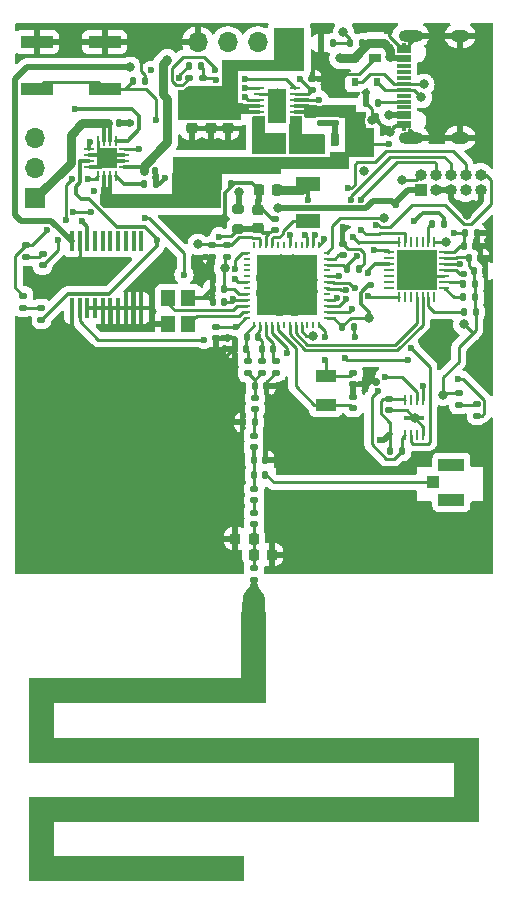
<source format=gtl>
G04 #@! TF.GenerationSoftware,KiCad,Pcbnew,(6.0.8)*
G04 #@! TF.CreationDate,2022-11-18T11:01:34-05:00*
G04 #@! TF.ProjectId,Emrick,456d7269-636b-42e6-9b69-6361645f7063,2*
G04 #@! TF.SameCoordinates,Original*
G04 #@! TF.FileFunction,Copper,L1,Top*
G04 #@! TF.FilePolarity,Positive*
%FSLAX46Y46*%
G04 Gerber Fmt 4.6, Leading zero omitted, Abs format (unit mm)*
G04 Created by KiCad (PCBNEW (6.0.8)) date 2022-11-18 11:01:34*
%MOMM*%
%LPD*%
G01*
G04 APERTURE LIST*
G04 Aperture macros list*
%AMRoundRect*
0 Rectangle with rounded corners*
0 $1 Rounding radius*
0 $2 $3 $4 $5 $6 $7 $8 $9 X,Y pos of 4 corners*
0 Add a 4 corners polygon primitive as box body*
4,1,4,$2,$3,$4,$5,$6,$7,$8,$9,$2,$3,0*
0 Add four circle primitives for the rounded corners*
1,1,$1+$1,$2,$3*
1,1,$1+$1,$4,$5*
1,1,$1+$1,$6,$7*
1,1,$1+$1,$8,$9*
0 Add four rect primitives between the rounded corners*
20,1,$1+$1,$2,$3,$4,$5,0*
20,1,$1+$1,$4,$5,$6,$7,0*
20,1,$1+$1,$6,$7,$8,$9,0*
20,1,$1+$1,$8,$9,$2,$3,0*%
G04 Aperture macros list end*
G04 #@! TA.AperFunction,SMDPad,CuDef*
%ADD10RoundRect,0.225000X-0.225000X-0.250000X0.225000X-0.250000X0.225000X0.250000X-0.225000X0.250000X0*%
G04 #@! TD*
G04 #@! TA.AperFunction,SMDPad,CuDef*
%ADD11RoundRect,0.225000X-0.250000X0.225000X-0.250000X-0.225000X0.250000X-0.225000X0.250000X0.225000X0*%
G04 #@! TD*
G04 #@! TA.AperFunction,SMDPad,CuDef*
%ADD12RoundRect,0.225000X0.225000X0.250000X-0.225000X0.250000X-0.225000X-0.250000X0.225000X-0.250000X0*%
G04 #@! TD*
G04 #@! TA.AperFunction,SMDPad,CuDef*
%ADD13RoundRect,0.140000X0.140000X0.170000X-0.140000X0.170000X-0.140000X-0.170000X0.140000X-0.170000X0*%
G04 #@! TD*
G04 #@! TA.AperFunction,SMDPad,CuDef*
%ADD14RoundRect,0.140000X0.170000X-0.140000X0.170000X0.140000X-0.170000X0.140000X-0.170000X-0.140000X0*%
G04 #@! TD*
G04 #@! TA.AperFunction,SMDPad,CuDef*
%ADD15RoundRect,0.140000X-0.140000X-0.170000X0.140000X-0.170000X0.140000X0.170000X-0.140000X0.170000X0*%
G04 #@! TD*
G04 #@! TA.AperFunction,SMDPad,CuDef*
%ADD16R,1.200000X1.400000*%
G04 #@! TD*
G04 #@! TA.AperFunction,SMDPad,CuDef*
%ADD17RoundRect,0.135000X0.185000X-0.135000X0.185000X0.135000X-0.185000X0.135000X-0.185000X-0.135000X0*%
G04 #@! TD*
G04 #@! TA.AperFunction,SMDPad,CuDef*
%ADD18RoundRect,0.135000X0.135000X0.185000X-0.135000X0.185000X-0.135000X-0.185000X0.135000X-0.185000X0*%
G04 #@! TD*
G04 #@! TA.AperFunction,SMDPad,CuDef*
%ADD19R,2.750000X1.000000*%
G04 #@! TD*
G04 #@! TA.AperFunction,SMDPad,CuDef*
%ADD20R,2.000000X1.200000*%
G04 #@! TD*
G04 #@! TA.AperFunction,SMDPad,CuDef*
%ADD21RoundRect,0.147500X-0.172500X0.147500X-0.172500X-0.147500X0.172500X-0.147500X0.172500X0.147500X0*%
G04 #@! TD*
G04 #@! TA.AperFunction,SMDPad,CuDef*
%ADD22RoundRect,0.140000X-0.170000X0.140000X-0.170000X-0.140000X0.170000X-0.140000X0.170000X0.140000X0*%
G04 #@! TD*
G04 #@! TA.AperFunction,SMDPad,CuDef*
%ADD23R,1.000000X0.700000*%
G04 #@! TD*
G04 #@! TA.AperFunction,SMDPad,CuDef*
%ADD24R,0.600000X0.700000*%
G04 #@! TD*
G04 #@! TA.AperFunction,SMDPad,CuDef*
%ADD25RoundRect,0.147500X0.172500X-0.147500X0.172500X0.147500X-0.172500X0.147500X-0.172500X-0.147500X0*%
G04 #@! TD*
G04 #@! TA.AperFunction,SMDPad,CuDef*
%ADD26R,0.965200X0.254000*%
G04 #@! TD*
G04 #@! TA.AperFunction,SMDPad,CuDef*
%ADD27R,0.254000X0.965200*%
G04 #@! TD*
G04 #@! TA.AperFunction,SMDPad,CuDef*
%ADD28R,3.352800X3.352800*%
G04 #@! TD*
G04 #@! TA.AperFunction,SMDPad,CuDef*
%ADD29R,0.355600X1.676400*%
G04 #@! TD*
G04 #@! TA.AperFunction,SMDPad,CuDef*
%ADD30R,0.280000X0.850000*%
G04 #@! TD*
G04 #@! TA.AperFunction,SMDPad,CuDef*
%ADD31R,0.850000X0.280000*%
G04 #@! TD*
G04 #@! TA.AperFunction,SMDPad,CuDef*
%ADD32R,1.700000X1.700000*%
G04 #@! TD*
G04 #@! TA.AperFunction,ComponentPad*
%ADD33C,0.508000*%
G04 #@! TD*
G04 #@! TA.AperFunction,SMDPad,CuDef*
%ADD34O,0.240000X0.599999*%
G04 #@! TD*
G04 #@! TA.AperFunction,SMDPad,CuDef*
%ADD35O,0.599999X0.240000*%
G04 #@! TD*
G04 #@! TA.AperFunction,SMDPad,CuDef*
%ADD36R,5.150000X5.150000*%
G04 #@! TD*
G04 #@! TA.AperFunction,ComponentPad*
%ADD37C,0.499999*%
G04 #@! TD*
G04 #@! TA.AperFunction,SMDPad,CuDef*
%ADD38R,1.800000X1.000000*%
G04 #@! TD*
G04 #@! TA.AperFunction,ComponentPad*
%ADD39R,1.000000X1.000000*%
G04 #@! TD*
G04 #@! TA.AperFunction,ComponentPad*
%ADD40O,1.000000X1.000000*%
G04 #@! TD*
G04 #@! TA.AperFunction,ComponentPad*
%ADD41R,1.700000X1.700000*%
G04 #@! TD*
G04 #@! TA.AperFunction,ComponentPad*
%ADD42O,1.700000X1.700000*%
G04 #@! TD*
G04 #@! TA.AperFunction,SMDPad,CuDef*
%ADD43R,1.050000X1.000000*%
G04 #@! TD*
G04 #@! TA.AperFunction,SMDPad,CuDef*
%ADD44R,2.200000X1.050000*%
G04 #@! TD*
G04 #@! TA.AperFunction,SMDPad,CuDef*
%ADD45RoundRect,0.225000X0.250000X-0.225000X0.250000X0.225000X-0.250000X0.225000X-0.250000X-0.225000X0*%
G04 #@! TD*
G04 #@! TA.AperFunction,SMDPad,CuDef*
%ADD46R,1.150000X0.300000*%
G04 #@! TD*
G04 #@! TA.AperFunction,ComponentPad*
%ADD47O,1.600000X1.000000*%
G04 #@! TD*
G04 #@! TA.AperFunction,ComponentPad*
%ADD48O,2.100000X1.000000*%
G04 #@! TD*
G04 #@! TA.AperFunction,SMDPad,CuDef*
%ADD49RoundRect,0.135000X-0.135000X-0.185000X0.135000X-0.185000X0.135000X0.185000X-0.135000X0.185000X0*%
G04 #@! TD*
G04 #@! TA.AperFunction,SMDPad,CuDef*
%ADD50R,0.820000X0.280000*%
G04 #@! TD*
G04 #@! TA.AperFunction,SMDPad,CuDef*
%ADD51R,1.580000X2.849999*%
G04 #@! TD*
G04 #@! TA.AperFunction,SMDPad,CuDef*
%ADD52R,0.254000X0.812800*%
G04 #@! TD*
G04 #@! TA.AperFunction,SMDPad,CuDef*
%ADD53R,1.701800X0.304800*%
G04 #@! TD*
G04 #@! TA.AperFunction,SMDPad,CuDef*
%ADD54RoundRect,0.147500X-0.147500X-0.172500X0.147500X-0.172500X0.147500X0.172500X-0.147500X0.172500X0*%
G04 #@! TD*
G04 #@! TA.AperFunction,SMDPad,CuDef*
%ADD55RoundRect,0.200000X-0.275000X0.200000X-0.275000X-0.200000X0.275000X-0.200000X0.275000X0.200000X0*%
G04 #@! TD*
G04 #@! TA.AperFunction,ViaPad*
%ADD56C,0.600000*%
G04 #@! TD*
G04 #@! TA.AperFunction,ViaPad*
%ADD57C,0.700000*%
G04 #@! TD*
G04 #@! TA.AperFunction,ViaPad*
%ADD58C,0.800000*%
G04 #@! TD*
G04 #@! TA.AperFunction,Conductor*
%ADD59C,0.250000*%
G04 #@! TD*
G04 #@! TA.AperFunction,Conductor*
%ADD60C,0.500000*%
G04 #@! TD*
G04 #@! TA.AperFunction,Conductor*
%ADD61C,0.300000*%
G04 #@! TD*
G04 #@! TA.AperFunction,Conductor*
%ADD62C,0.800000*%
G04 #@! TD*
G04 APERTURE END LIST*
G36*
X102640125Y-64679783D02*
G01*
X102664584Y-64832395D01*
X102851244Y-65296085D01*
X103061459Y-65526250D01*
X103209949Y-65737580D01*
X103317671Y-66136404D01*
X103390471Y-66795289D01*
X103434194Y-67786798D01*
X103454684Y-69183496D01*
X103458334Y-70453439D01*
X103458334Y-75051251D01*
X85466667Y-75051251D01*
X85466667Y-77961667D01*
X121450000Y-77961667D01*
X121450000Y-85105417D01*
X85466667Y-85105417D01*
X85466667Y-88015834D01*
X101606250Y-88015834D01*
X101606250Y-90132500D01*
X83350000Y-90132500D01*
X83350000Y-82988751D01*
X119333334Y-82988751D01*
X119333334Y-80078334D01*
X83350000Y-80078334D01*
X83350000Y-72934584D01*
X101341667Y-72934584D01*
X101341667Y-69395106D01*
X101353469Y-67885659D01*
X101394473Y-66823085D01*
X101473081Y-66125502D01*
X101597691Y-65711025D01*
X101738542Y-65526250D01*
X102074763Y-65075789D01*
X102135417Y-64832395D01*
X102289215Y-64501610D01*
X102400000Y-64467917D01*
X102640125Y-64679783D01*
G37*
D10*
X102400000Y-62450000D03*
X103950000Y-62450000D03*
D11*
X100200000Y-24825000D03*
X100200000Y-26375000D03*
D12*
X102400000Y-61100000D03*
X100850000Y-61100000D03*
D13*
X103380000Y-55732500D03*
X102420000Y-55732500D03*
D14*
X102400000Y-57862500D03*
X102400000Y-56902500D03*
D15*
X120620000Y-37350000D03*
X121580000Y-37350000D03*
X120320000Y-35250000D03*
X121280000Y-35250000D03*
X121020000Y-38450000D03*
X121980000Y-38450000D03*
X120220000Y-36300000D03*
X121180000Y-36300000D03*
D16*
X96850000Y-42950000D03*
X96850000Y-40750000D03*
X95150000Y-40750000D03*
X95150000Y-42950000D03*
D17*
X98100000Y-23160000D03*
X98100000Y-22140000D03*
D18*
X111610000Y-19150000D03*
X110590000Y-19150000D03*
D19*
X89780000Y-23050000D03*
X84020000Y-23050000D03*
X84020000Y-19050000D03*
X89780000Y-19050000D03*
D20*
X107000000Y-34250000D03*
X107000000Y-31050000D03*
D14*
X109270572Y-25930000D03*
X109270572Y-24970000D03*
D21*
X102400000Y-52385000D03*
X102400000Y-53355000D03*
X101900000Y-46080000D03*
X101900000Y-47050000D03*
D13*
X99880000Y-39950000D03*
X98920000Y-39950000D03*
D22*
X99200000Y-43170000D03*
X99200000Y-44130000D03*
D15*
X109920000Y-43150000D03*
X110880000Y-43150000D03*
D17*
X100100000Y-37260000D03*
X100100000Y-36240000D03*
D15*
X93085000Y-29945000D03*
X94045000Y-29945000D03*
D18*
X121154000Y-39537000D03*
X120134000Y-39537000D03*
D23*
X112650000Y-20450000D03*
D24*
X110950000Y-20450000D03*
X110950000Y-22450000D03*
X112850000Y-22450000D03*
D17*
X83100000Y-37260000D03*
X83100000Y-36240000D03*
D15*
X92220000Y-22350000D03*
X93180000Y-22350000D03*
D18*
X97910000Y-21050000D03*
X96890000Y-21050000D03*
D25*
X121297000Y-50685000D03*
X121297000Y-49715000D03*
D22*
X103100000Y-46090000D03*
X103100000Y-47050000D03*
D26*
X118524100Y-39850000D03*
X118524100Y-39350001D03*
X118524100Y-38849999D03*
X118524100Y-38350000D03*
X118524100Y-37850001D03*
X118524100Y-37349999D03*
X118524100Y-36850000D03*
D27*
X117700000Y-36025900D03*
X117200001Y-36025900D03*
X116699999Y-36025900D03*
X116200000Y-36025900D03*
X115700001Y-36025900D03*
X115199999Y-36025900D03*
X114700000Y-36025900D03*
D26*
X113875900Y-36850000D03*
X113875900Y-37349999D03*
X113875900Y-37850001D03*
X113875900Y-38350000D03*
X113875900Y-38849999D03*
X113875900Y-39350001D03*
X113875900Y-39850000D03*
D27*
X114700000Y-40674100D03*
X115199999Y-40674100D03*
X115700001Y-40674100D03*
X116200000Y-40674100D03*
X116699999Y-40674100D03*
X117200001Y-40674100D03*
X117700000Y-40674100D03*
D28*
X116200000Y-38350000D03*
D18*
X118510000Y-34450000D03*
X117490000Y-34450000D03*
D29*
X87027500Y-41583650D03*
X87677501Y-41583650D03*
X88327499Y-41583650D03*
X88977501Y-41583650D03*
X89627499Y-41583650D03*
X90277498Y-41583650D03*
X90927499Y-41583650D03*
X91577498Y-41583650D03*
X92227499Y-41583650D03*
X92877498Y-41583650D03*
X92877500Y-35944850D03*
X92227502Y-35944850D03*
X91577501Y-35944850D03*
X90927502Y-35944850D03*
X90277501Y-35944850D03*
X89627502Y-35944850D03*
X88977501Y-35944850D03*
X88327502Y-35944850D03*
X87677501Y-35944850D03*
X87027502Y-35944850D03*
D30*
X90715001Y-27424999D03*
X90215000Y-27424999D03*
X89715000Y-27424999D03*
X89214999Y-27424999D03*
D31*
X88489999Y-28149811D03*
X88489999Y-28649937D03*
X88489999Y-29150063D03*
X88489999Y-29650189D03*
D30*
X89214999Y-30375001D03*
X89715000Y-30375001D03*
X90215000Y-30375001D03*
X90715001Y-30375001D03*
D31*
X91440001Y-29650189D03*
X91440001Y-29150063D03*
X91440001Y-28649937D03*
X91440001Y-28149811D03*
D32*
X89965000Y-28900000D03*
D33*
X89571300Y-29293700D03*
X90358700Y-28506300D03*
X90358700Y-29293700D03*
X89571300Y-28506300D03*
D14*
X104200000Y-34980000D03*
X104200000Y-34020000D03*
D11*
X98750000Y-24775000D03*
X98750000Y-26325000D03*
D15*
X90040000Y-25950000D03*
X91000000Y-25950000D03*
D14*
X108070572Y-25930000D03*
X108070572Y-24970000D03*
D22*
X98900000Y-36270000D03*
X98900000Y-37230000D03*
D15*
X110320000Y-38250000D03*
X111280000Y-38250000D03*
X100826000Y-45070000D03*
X101786000Y-45070000D03*
D34*
X102450000Y-43050001D03*
X102949999Y-43050001D03*
X103449998Y-43050001D03*
X103950000Y-43050001D03*
X104449999Y-43050001D03*
X104950000Y-43050001D03*
X105450000Y-43050001D03*
X105949998Y-43050001D03*
X106450000Y-43050001D03*
X106949999Y-43050001D03*
X107450001Y-43050001D03*
X107950000Y-43050001D03*
D35*
X108600001Y-42400000D03*
X108600001Y-41900001D03*
X108600001Y-41400002D03*
X108600001Y-40900000D03*
X108600001Y-40400001D03*
X108600001Y-39900000D03*
X108600001Y-39400000D03*
X108600001Y-38900002D03*
X108600001Y-38400000D03*
X108600001Y-37900001D03*
X108600001Y-37399999D03*
X108600001Y-36900000D03*
D34*
X107950000Y-36249999D03*
X107450001Y-36249999D03*
X106949999Y-36249999D03*
X106450000Y-36249999D03*
X105949998Y-36249999D03*
X105450000Y-36249999D03*
X104950000Y-36249999D03*
X104449999Y-36249999D03*
X103950000Y-36249999D03*
X103449998Y-36249999D03*
X102949999Y-36249999D03*
X102450000Y-36249999D03*
D35*
X101799999Y-36900000D03*
X101799999Y-37399999D03*
X101799999Y-37900001D03*
X101799999Y-38400000D03*
X101799999Y-38900002D03*
X101799999Y-39400000D03*
X101799999Y-39900000D03*
X101799999Y-40400001D03*
X101799999Y-40900000D03*
X101799999Y-41400002D03*
X101799999Y-41900001D03*
X101799999Y-42400000D03*
D36*
X105200000Y-39650000D03*
D37*
X102875001Y-40453501D03*
X106003501Y-37325001D03*
X106003501Y-41974999D03*
X102875001Y-38846499D03*
X107524999Y-38846499D03*
X104396499Y-41974999D03*
X104396499Y-40453501D03*
X107524999Y-40453501D03*
X104396499Y-38846499D03*
X104396499Y-37325001D03*
X106003501Y-38846499D03*
X106003501Y-40453501D03*
D13*
X99880000Y-41050000D03*
X98920000Y-41050000D03*
D38*
X108500000Y-49800000D03*
X108500000Y-47300000D03*
D18*
X121154000Y-40680000D03*
X120134000Y-40680000D03*
D39*
X116550000Y-31575000D03*
D40*
X116550000Y-30305000D03*
X117820000Y-31575000D03*
X117820000Y-30305000D03*
X119090000Y-31575000D03*
X119090000Y-30305000D03*
X120360000Y-31575000D03*
X120360000Y-30305000D03*
X121630000Y-31575000D03*
X121630000Y-30305000D03*
D41*
X83907000Y-32281000D03*
D42*
X83907000Y-29741000D03*
X83907000Y-27201000D03*
D43*
X117620000Y-56332500D03*
D44*
X119145000Y-57807500D03*
X119145000Y-54857500D03*
D41*
X105300000Y-19075000D03*
D42*
X102760000Y-19075000D03*
X100220000Y-19075000D03*
X97680000Y-19075000D03*
D22*
X113900000Y-49270000D03*
X113900000Y-50230000D03*
D14*
X107300000Y-23130000D03*
X107300000Y-22170000D03*
D13*
X102480000Y-51270000D03*
X101520000Y-51270000D03*
D45*
X102800000Y-34825000D03*
X102800000Y-33275000D03*
D22*
X102400000Y-63620000D03*
X102400000Y-64580000D03*
D46*
X115130000Y-26200000D03*
X115130000Y-25400000D03*
X115130000Y-24100000D03*
X115130000Y-23100000D03*
X115130000Y-22600000D03*
X115130000Y-21600000D03*
X115130000Y-20300000D03*
X115130000Y-19500000D03*
X115130000Y-19800000D03*
X115130000Y-20600000D03*
X115130000Y-21100000D03*
X115130000Y-22100000D03*
X115130000Y-23600000D03*
X115130000Y-24600000D03*
X115130000Y-25100000D03*
X115130000Y-25900000D03*
D47*
X119875000Y-27170000D03*
D48*
X115695000Y-18530000D03*
X115695000Y-27170000D03*
D47*
X119875000Y-18530000D03*
D14*
X110000000Y-37130000D03*
X110000000Y-36170000D03*
D15*
X102520000Y-48170000D03*
X103480000Y-48170000D03*
D45*
X97150000Y-26376000D03*
X97150000Y-24826000D03*
D17*
X119773000Y-49799000D03*
X119773000Y-48779000D03*
D15*
X102420000Y-54450000D03*
X103380000Y-54450000D03*
D25*
X84424000Y-42553000D03*
X84424000Y-41583000D03*
D14*
X110800000Y-50030000D03*
X110800000Y-49070000D03*
D18*
X109110000Y-19150000D03*
X108090000Y-19150000D03*
D22*
X110800000Y-47070000D03*
X110800000Y-48030000D03*
D21*
X102400000Y-58897500D03*
X102400000Y-59867500D03*
D22*
X104300000Y-46090000D03*
X104300000Y-47050000D03*
D49*
X113940000Y-53700000D03*
X114960000Y-53700000D03*
X93090000Y-31050000D03*
X94110000Y-31050000D03*
D50*
X102890000Y-22950000D03*
X102890000Y-23449999D03*
X102890000Y-23950001D03*
X102890000Y-24450000D03*
X102890000Y-24950002D03*
X102890000Y-25450001D03*
X102890000Y-25950000D03*
X105910000Y-25950000D03*
X105910000Y-25450001D03*
X105910000Y-24949999D03*
X105910000Y-24450000D03*
X105910000Y-23949998D03*
X105910000Y-23449999D03*
X105910000Y-22950000D03*
D51*
X104400000Y-24450000D03*
D33*
X104793700Y-24450000D03*
X104006300Y-25237400D03*
X104006300Y-23662600D03*
X104793700Y-23662600D03*
X104006300Y-24450000D03*
X104793700Y-25237400D03*
D21*
X102500000Y-49185000D03*
X102500000Y-50155000D03*
D52*
X115238000Y-52297800D03*
X115746000Y-52297800D03*
X116254000Y-52297800D03*
X116762000Y-52297800D03*
X116762000Y-49402200D03*
X116254000Y-49402200D03*
X115746000Y-49402200D03*
X115238000Y-49402200D03*
D53*
X116000000Y-50850000D03*
D49*
X111890000Y-24250000D03*
X112910000Y-24250000D03*
D17*
X96900000Y-23160000D03*
X96900000Y-22140000D03*
D25*
X84527000Y-37939000D03*
X84527000Y-36969000D03*
D17*
X82900000Y-41550000D03*
X82900000Y-40530000D03*
D18*
X121192000Y-41914000D03*
X120172000Y-41914000D03*
D54*
X101837000Y-44070000D03*
X102807000Y-44070000D03*
D55*
X101100000Y-33225000D03*
X101100000Y-34875000D03*
D54*
X103107000Y-45070000D03*
X104077000Y-45070000D03*
D12*
X104375000Y-31550000D03*
X102825000Y-31550000D03*
D56*
X122300000Y-46200000D03*
X113858420Y-27675500D03*
X119400000Y-35200000D03*
X94900000Y-30581254D03*
X96450000Y-34750000D03*
X107950000Y-23950000D03*
X105500000Y-35400000D03*
X110186629Y-40050609D03*
X88900000Y-31650000D03*
X93200000Y-33950000D03*
X120900000Y-84532500D03*
X90600000Y-88432500D03*
X111900000Y-78332500D03*
X93100000Y-89632500D03*
X111200000Y-83432500D03*
X121000000Y-78432500D03*
X109200000Y-79732500D03*
X95800000Y-74632500D03*
X102600000Y-79632500D03*
X97000000Y-88432500D03*
X90800000Y-84532500D03*
X108500000Y-84632500D03*
X106200000Y-78332500D03*
X92400000Y-73332500D03*
X94300000Y-83432500D03*
X83900000Y-84732500D03*
X105600000Y-83432500D03*
X83700000Y-73332500D03*
X102900000Y-74532500D03*
X87500000Y-83432500D03*
X119700000Y-81532500D03*
X97200000Y-84732500D03*
X99900000Y-73332500D03*
X101800000Y-66432500D03*
X116900000Y-83432500D03*
X83700000Y-79732500D03*
X95600000Y-79732500D03*
X83900000Y-89232500D03*
X86900000Y-89732500D03*
X88500000Y-79632500D03*
X89300000Y-74632500D03*
X118700000Y-79632500D03*
X103000000Y-69332500D03*
X101800000Y-72032500D03*
X83700000Y-77032500D03*
X102800000Y-84632500D03*
X114600000Y-84632500D03*
X114500000Y-79732500D03*
X85000000Y-86832500D03*
X117400000Y-78432500D03*
X86000000Y-78432500D03*
X84700000Y-75032500D03*
X91700000Y-78432500D03*
X100500000Y-89732500D03*
X100200000Y-83432500D03*
X86900000Y-73432500D03*
X99200000Y-78332500D03*
X83500000Y-48650000D03*
D57*
X99250000Y-46450000D03*
D58*
X120450000Y-33700000D03*
D56*
X93600000Y-43250000D03*
X93900000Y-57150000D03*
X84200000Y-51300000D03*
X113711515Y-18105387D03*
X99500000Y-56950000D03*
X92500000Y-52250000D03*
D57*
X98450000Y-38450000D03*
D56*
X88300000Y-55450000D03*
D57*
X112729962Y-47808742D03*
D58*
X113950000Y-26700000D03*
D56*
X92000000Y-25950000D03*
X121550000Y-20350000D03*
X95500000Y-53400000D03*
X95300000Y-48800000D03*
X94900000Y-18850000D03*
X122200000Y-51850000D03*
X86200000Y-51400000D03*
X118000000Y-45200000D03*
X121600000Y-60950000D03*
X89150000Y-51600000D03*
X105300000Y-60450000D03*
X94750000Y-45950000D03*
X83500000Y-44850000D03*
X98200000Y-51650000D03*
D58*
X115200000Y-37450000D03*
D56*
X85000000Y-53200000D03*
X98300000Y-46950000D03*
D58*
X116025000Y-50875000D03*
D56*
X121550000Y-24350000D03*
X94300000Y-38750000D03*
X86300000Y-38250000D03*
X114500000Y-60250000D03*
D58*
X111700000Y-29950000D03*
D56*
X85400000Y-57550000D03*
X89600000Y-59850000D03*
X109200000Y-22450000D03*
X121000000Y-52950000D03*
X117700000Y-60650000D03*
X94900000Y-60050000D03*
X105000000Y-50200000D03*
D58*
X117200000Y-39200000D03*
D56*
X109200000Y-27350000D03*
X97600000Y-60150000D03*
X108500000Y-21450000D03*
D57*
X103700000Y-49200000D03*
D56*
X114900000Y-58050000D03*
D58*
X117200000Y-37450000D03*
D56*
X106900000Y-52950000D03*
X109950000Y-51600000D03*
D57*
X104700000Y-53650000D03*
D56*
X109950000Y-34700000D03*
X91350000Y-48750000D03*
X112300000Y-58450000D03*
X111000000Y-44050000D03*
X83400000Y-59850000D03*
X118300000Y-20900000D03*
X118400000Y-25400000D03*
X96080500Y-22099500D03*
X105900000Y-54600000D03*
D58*
X112450500Y-25700000D03*
D56*
X106100000Y-58450000D03*
X88600000Y-49000000D03*
D58*
X115200000Y-39200000D03*
D56*
X88600000Y-46050000D03*
X109850000Y-53750000D03*
X85500000Y-47200000D03*
X89500000Y-38850000D03*
X100800000Y-27650000D03*
X84700000Y-39950000D03*
X110600000Y-60550000D03*
X108800000Y-58050000D03*
X122000000Y-59150000D03*
X95200000Y-37550000D03*
X119650000Y-51600000D03*
D58*
X108250000Y-18075500D03*
D57*
X100450000Y-51200000D03*
D56*
X121900000Y-53850000D03*
D58*
X99950000Y-38200000D03*
D56*
X88599251Y-33450749D03*
X87124500Y-33450000D03*
X99477086Y-35550000D03*
X111158411Y-37208411D03*
X112300000Y-39650000D03*
D58*
X112200000Y-42450000D03*
D56*
X84900000Y-34950000D03*
X88509266Y-27559266D03*
X116000000Y-34250000D03*
D58*
X118450000Y-48950000D03*
X120200000Y-42950000D03*
D56*
X108450000Y-45950000D03*
X105200451Y-45424500D03*
D58*
X91950000Y-21200000D03*
D56*
X112768267Y-34574500D03*
X94100000Y-25650000D03*
D58*
X97700000Y-36200000D03*
X95100000Y-20550000D03*
X113900000Y-25250000D03*
X113955000Y-20300000D03*
X109700000Y-20450000D03*
D56*
X101700000Y-22950000D03*
X106300000Y-22150000D03*
X100880000Y-43170000D03*
X107000000Y-32397502D03*
X100658411Y-40791589D03*
X115500000Y-45950000D03*
X110100000Y-45850000D03*
X108400000Y-44050000D03*
X119700000Y-47550000D03*
X85800000Y-35850000D03*
X86500000Y-34150000D03*
X100847950Y-38252821D03*
X87000000Y-30650000D03*
X96500000Y-38750000D03*
X88400000Y-30650000D03*
X100800000Y-39150000D03*
X94200000Y-35850000D03*
X113100000Y-52750000D03*
D58*
X101200000Y-31750000D03*
D56*
X114424156Y-32825500D03*
D58*
X104500000Y-33147002D03*
D56*
X93700000Y-21450000D03*
X87900000Y-34250000D03*
D58*
X114950000Y-30700000D03*
X113437701Y-33962299D03*
D56*
X108325501Y-35700000D03*
X111450000Y-32397502D03*
X110650497Y-32397502D03*
X107583099Y-35403277D03*
X110423339Y-31423339D03*
X106784108Y-35431875D03*
X87247499Y-24750000D03*
D58*
X116600000Y-23750000D03*
D56*
X120200000Y-38700000D03*
X119875734Y-37849500D03*
D58*
X116800000Y-22650000D03*
D56*
X112912254Y-48638453D03*
X107200000Y-28050000D03*
X107900000Y-28050000D03*
X106500000Y-28050000D03*
X104400000Y-28050000D03*
X103000000Y-28050000D03*
X103700000Y-28050000D03*
X99200000Y-22250000D03*
X101700000Y-23750000D03*
X101700000Y-22150000D03*
X99100000Y-21449500D03*
X98200000Y-44250000D03*
D58*
X107450000Y-43950000D03*
D56*
X110700000Y-41650000D03*
X115700000Y-44950000D03*
X116700000Y-48150000D03*
X110200000Y-40850000D03*
X109414683Y-40700062D03*
X113500000Y-47450000D03*
X112099500Y-40550000D03*
X110958728Y-39843088D03*
X109614558Y-38857499D03*
X112099500Y-38577378D03*
X92700000Y-28150000D03*
D58*
X110000000Y-18200000D03*
X118650000Y-36000000D03*
D56*
X111483531Y-34933531D03*
X110833531Y-35583531D03*
X112600000Y-36650000D03*
D59*
X116700000Y-42974598D02*
X116699999Y-40674100D01*
X114547390Y-45127208D02*
X116700000Y-42974598D01*
X106763604Y-45127208D02*
X114547390Y-45127208D01*
X105450000Y-43813604D02*
X106763604Y-45127208D01*
X105450000Y-43050001D02*
X105450000Y-43813604D01*
X116200000Y-42838202D02*
X116200000Y-40674100D01*
X114360994Y-44677208D02*
X116200000Y-42838202D01*
X105949998Y-43677206D02*
X106950000Y-44677208D01*
X106950000Y-44677208D02*
X114360994Y-44677208D01*
X105949998Y-43050001D02*
X105949998Y-43677206D01*
X113950000Y-51247609D02*
X113892391Y-51190000D01*
X113950000Y-52210000D02*
X113950000Y-51247609D01*
D60*
X114424156Y-32625844D02*
X115475000Y-31575000D01*
X115475000Y-31575000D02*
X116550000Y-31575000D01*
X114424156Y-32825500D02*
X114424156Y-32625844D01*
X116550000Y-31575000D02*
X116475000Y-31650000D01*
D59*
X112175500Y-27675500D02*
X112150000Y-27650000D01*
X113858420Y-27675500D02*
X112175500Y-27675500D01*
X119450000Y-35250000D02*
X119400000Y-35200000D01*
X120320000Y-35250000D02*
X119450000Y-35250000D01*
X118624100Y-36025900D02*
X117700000Y-36025900D01*
X118650000Y-36000000D02*
X118624100Y-36025900D01*
X107000000Y-23950000D02*
X106999998Y-23949998D01*
X107950000Y-23950000D02*
X107000000Y-23950000D01*
X122055000Y-30305000D02*
X121630000Y-30305000D01*
X122495735Y-30745735D02*
X122055000Y-30305000D01*
X122495735Y-32745735D02*
X122495735Y-30745735D01*
X120791470Y-34450000D02*
X122495735Y-32745735D01*
X115800000Y-32850000D02*
X118574695Y-32850000D01*
X113962701Y-34687299D02*
X115800000Y-32850000D01*
X113137396Y-34687299D02*
X113962701Y-34687299D01*
X118574695Y-32850000D02*
X120174695Y-34450000D01*
X112768267Y-34574500D02*
X113024597Y-34574500D01*
X113024597Y-34574500D02*
X113137396Y-34687299D01*
X120174695Y-34450000D02*
X120791470Y-34450000D01*
X105697609Y-34250000D02*
X107000000Y-34250000D01*
X104875000Y-35300000D02*
X104875000Y-35072609D01*
X104875000Y-35072609D02*
X105697609Y-34250000D01*
X104575000Y-35600000D02*
X104875000Y-35300000D01*
X103950000Y-35700000D02*
X104050000Y-35600000D01*
X104050000Y-35600000D02*
X104575000Y-35600000D01*
X103950000Y-36249999D02*
X103950000Y-35700000D01*
X105500000Y-35400000D02*
X105500000Y-36199999D01*
X105500000Y-36199999D02*
X105450000Y-36249999D01*
X108649647Y-39949646D02*
X108600001Y-39900000D01*
X109700353Y-39949646D02*
X108649647Y-39949646D01*
X109214745Y-40900000D02*
X108600001Y-40900000D01*
X109414683Y-40700062D02*
X109214745Y-40900000D01*
X109801316Y-40050609D02*
X109700353Y-39949646D01*
X110186629Y-40050609D02*
X109801316Y-40050609D01*
X110862992Y-39843088D02*
X110459952Y-39440048D01*
X110958728Y-39843088D02*
X110862992Y-39843088D01*
X109232499Y-39482499D02*
X109150000Y-39400000D01*
X109927745Y-39425609D02*
X109870855Y-39482499D01*
X110425609Y-39425609D02*
X109927745Y-39425609D01*
X110450000Y-39450000D02*
X110425609Y-39425609D01*
X109870855Y-39482499D02*
X109232499Y-39482499D01*
X109150000Y-39400000D02*
X108600001Y-39400000D01*
X109572055Y-38900002D02*
X109614558Y-38857499D01*
X108600001Y-38900002D02*
X109572055Y-38900002D01*
X120220000Y-35350000D02*
X120320000Y-35250000D01*
X120220000Y-36300000D02*
X120220000Y-35350000D01*
X119900000Y-36300000D02*
X120220000Y-36300000D01*
X119350000Y-36850000D02*
X119900000Y-36300000D01*
X118524100Y-36850000D02*
X119350000Y-36850000D01*
X121020000Y-39403000D02*
X121154000Y-39537000D01*
X121020000Y-38450000D02*
X121020000Y-39403000D01*
X120620000Y-38050000D02*
X121020000Y-38450000D01*
X120620000Y-37350000D02*
X120620000Y-38050000D01*
X119616850Y-37224500D02*
X120494500Y-37224500D01*
X119491350Y-37350000D02*
X119616850Y-37224500D01*
X120494500Y-37224500D02*
X120620000Y-37350000D01*
X118524100Y-37349999D02*
X119491350Y-37350000D01*
X102400000Y-62450000D02*
X102400000Y-61100000D01*
X102400000Y-63620000D02*
X102400000Y-62450000D01*
X93500000Y-33950000D02*
X93200000Y-33950000D01*
X96500000Y-36950000D02*
X93500000Y-33950000D01*
X111383884Y-36550000D02*
X110380000Y-36550000D01*
X116025000Y-50875000D02*
X116000000Y-50850000D01*
X112650000Y-20450000D02*
X111325000Y-21775000D01*
X98450000Y-38450000D02*
X98920000Y-38920000D01*
X103480000Y-48170000D02*
X103480000Y-48980000D01*
X112729962Y-47808742D02*
X111591258Y-47808742D01*
X115130000Y-19500000D02*
X114775305Y-19500000D01*
X102890000Y-23449999D02*
X103590001Y-23449999D01*
X112450500Y-24761038D02*
X112450500Y-25700000D01*
D61*
X114450000Y-26200000D02*
X114200000Y-26450000D01*
X100000000Y-31850000D02*
X100000000Y-34050000D01*
D59*
X115695000Y-18530000D02*
X119875000Y-18530000D01*
D61*
X114200000Y-26450000D02*
X113950000Y-26700000D01*
D59*
X92900000Y-21550000D02*
X92900000Y-20650000D01*
X103480000Y-48170000D02*
X103480000Y-47870000D01*
D61*
X91000000Y-25950000D02*
X92000000Y-25950000D01*
D60*
X117820000Y-31575000D02*
X119090000Y-31575000D01*
D59*
X98450000Y-38450000D02*
X98450000Y-37680000D01*
D61*
X91440001Y-29150063D02*
X90502337Y-29150063D01*
D59*
X110251218Y-21775000D02*
X110067347Y-21958871D01*
D60*
X119090000Y-32340000D02*
X120450000Y-33700000D01*
D59*
X116762000Y-52297800D02*
X116762000Y-51612000D01*
D61*
X102800000Y-33275000D02*
X103155000Y-33275000D01*
X100850000Y-31000000D02*
X100000000Y-31850000D01*
D60*
X119090000Y-31575000D02*
X119090000Y-32340000D01*
D61*
X89427663Y-28649937D02*
X88489999Y-28649937D01*
D59*
X117200000Y-39200000D02*
X117550001Y-38849999D01*
D61*
X102800000Y-31575000D02*
X102825000Y-31550000D01*
D59*
X103480000Y-48980000D02*
X103700000Y-49200000D01*
X111325000Y-21775000D02*
X110251218Y-21775000D01*
D61*
X87027500Y-41583650D02*
X87027500Y-43622500D01*
D59*
X99250000Y-46450000D02*
X100630000Y-45070000D01*
D61*
X96850000Y-40750000D02*
X98620000Y-40750000D01*
D60*
X121630000Y-32520000D02*
X121630000Y-31575000D01*
D59*
X116762000Y-51612000D02*
X116025000Y-50875000D01*
X114775305Y-19500000D02*
X113828446Y-18553142D01*
X87677501Y-35944850D02*
X87677501Y-37772499D01*
D61*
X94431254Y-31050000D02*
X94900000Y-30581254D01*
D59*
X110000000Y-34750000D02*
X109950000Y-34700000D01*
X110000000Y-36170000D02*
X110000000Y-34750000D01*
D61*
X98620000Y-40750000D02*
X98920000Y-41050000D01*
X102275000Y-31000000D02*
X100850000Y-31000000D01*
D59*
X111783411Y-36949527D02*
X111383884Y-36550000D01*
X93180000Y-21830000D02*
X92900000Y-21550000D01*
X100630000Y-45070000D02*
X100826000Y-45070000D01*
X99200000Y-46400000D02*
X99200000Y-44130000D01*
D61*
X90502337Y-28649937D02*
X90358700Y-28506300D01*
D59*
X98450000Y-37680000D02*
X98900000Y-37230000D01*
X96890000Y-21050000D02*
X96080500Y-21859500D01*
X115380000Y-50230000D02*
X116000000Y-50850000D01*
X110800000Y-48030000D02*
X110800000Y-49070000D01*
X103930000Y-54420000D02*
X104700000Y-53650000D01*
D61*
X96850000Y-40750000D02*
X98120000Y-40750000D01*
X98120000Y-40750000D02*
X98920000Y-39950000D01*
D59*
X89239999Y-27449999D02*
X89239999Y-28050000D01*
X96080500Y-21859500D02*
X96080500Y-22099500D01*
X111280000Y-38250000D02*
X111783411Y-37746589D01*
X110880000Y-43130000D02*
X110950000Y-43200000D01*
X108250000Y-18075500D02*
X108090000Y-18235500D01*
X98920000Y-38920000D02*
X98920000Y-39950000D01*
D61*
X115130000Y-26200000D02*
X114450000Y-26200000D01*
D59*
X111783411Y-37746589D02*
X111783411Y-36949527D01*
X93180000Y-22350000D02*
X93180000Y-21830000D01*
D60*
X108070572Y-25930000D02*
X109270572Y-25930000D01*
D59*
X111591258Y-47808742D02*
X111370000Y-48030000D01*
D61*
X91440001Y-28649937D02*
X90502337Y-28649937D01*
D59*
X84020000Y-19050000D02*
X89780000Y-19050000D01*
X117550001Y-38849999D02*
X118524100Y-38849999D01*
D61*
X94110000Y-31050000D02*
X94431254Y-31050000D01*
X102825000Y-31550000D02*
X102275000Y-31000000D01*
D59*
X98920000Y-39950000D02*
X98920000Y-41050000D01*
X113828446Y-18553142D02*
X113828446Y-18222318D01*
X111370000Y-48030000D02*
X110800000Y-48030000D01*
D61*
X89571300Y-28506300D02*
X89427663Y-28649937D01*
D59*
X99250000Y-46450000D02*
X99200000Y-46400000D01*
D61*
X102800000Y-33275000D02*
X102800000Y-31575000D01*
D59*
X111939462Y-24250000D02*
X112450500Y-24761038D01*
X108090000Y-18235500D02*
X108090000Y-19150000D01*
X110880000Y-43150000D02*
X110880000Y-43930000D01*
X115695000Y-27170000D02*
X119875000Y-27170000D01*
D61*
X103155000Y-33275000D02*
X103950000Y-34070000D01*
X90502337Y-29150063D02*
X90358700Y-29293700D01*
X89468832Y-29650000D02*
X88531168Y-29650000D01*
D59*
X113900000Y-50230000D02*
X115380000Y-50230000D01*
X110380000Y-36550000D02*
X110000000Y-36170000D01*
X103480000Y-47870000D02*
X104300000Y-47050000D01*
D60*
X120450000Y-33700000D02*
X121630000Y-32520000D01*
D59*
X119875000Y-27170000D02*
X119875000Y-18530000D01*
X111890000Y-24250000D02*
X111939462Y-24250000D01*
X115130000Y-19630000D02*
X115200000Y-19700000D01*
X89214999Y-27424999D02*
X89239999Y-27449999D01*
X103380000Y-54420000D02*
X103930000Y-54420000D01*
X100520000Y-51270000D02*
X100450000Y-51200000D01*
X101520000Y-51270000D02*
X100520000Y-51270000D01*
X113828446Y-18222318D02*
X113711515Y-18105387D01*
X108600001Y-42400000D02*
X109170000Y-42400000D01*
D61*
X112080261Y-39650000D02*
X112300000Y-39650000D01*
D59*
X88598502Y-33450000D02*
X88599251Y-33450749D01*
D60*
X101100000Y-34875000D02*
X102750000Y-34875000D01*
D61*
X118100000Y-33550000D02*
X118510000Y-33960000D01*
D59*
X109170000Y-42400000D02*
X109920000Y-43150000D01*
X109920000Y-43142391D02*
X110612391Y-42450000D01*
D61*
X111450000Y-41200000D02*
X111450000Y-40280261D01*
D59*
X119773000Y-48779000D02*
X118621000Y-48779000D01*
D61*
X90215000Y-31515000D02*
X90215000Y-30375001D01*
D59*
X99477086Y-35512633D02*
X100462367Y-35512633D01*
D61*
X105910000Y-24949999D02*
X107000000Y-24950000D01*
D59*
X83610000Y-36240000D02*
X84900000Y-34950000D01*
X83100000Y-36240000D02*
X83610000Y-36240000D01*
X119773000Y-44877000D02*
X120950000Y-43700000D01*
X121154000Y-39537000D02*
X121154000Y-40680000D01*
X100100000Y-37260000D02*
X99950000Y-37410000D01*
X121192000Y-43458000D02*
X121192000Y-41914000D01*
X100700000Y-39950000D02*
X101150001Y-40400001D01*
D61*
X120200000Y-42950000D02*
X120950000Y-43700000D01*
D59*
X103700000Y-35200000D02*
X103449998Y-35450002D01*
X99880000Y-39950000D02*
X100700000Y-39950000D01*
X118450000Y-47435000D02*
X119773000Y-46112000D01*
D61*
X112200000Y-41950000D02*
X112200000Y-42450000D01*
X103200000Y-35200000D02*
X103700000Y-35200000D01*
D59*
X83100000Y-36240000D02*
X82200000Y-37140000D01*
D61*
X116000000Y-34250000D02*
X116700000Y-33550000D01*
D59*
X87124500Y-33450000D02*
X88598502Y-33450000D01*
D61*
X89880000Y-31850000D02*
X90215000Y-31515000D01*
D59*
X121154000Y-40680000D02*
X121154000Y-41876000D01*
X118621000Y-48779000D02*
X118450000Y-48950000D01*
D61*
X88489999Y-27578533D02*
X88509266Y-27559266D01*
X102800000Y-34825000D02*
X102825000Y-34825000D01*
D59*
X109970001Y-37900001D02*
X108600001Y-37900001D01*
X121154000Y-41876000D02*
X121192000Y-41914000D01*
X100462367Y-35512633D02*
X101100000Y-34875000D01*
X82200000Y-39830000D02*
X82900000Y-40530000D01*
X99950000Y-37410000D02*
X99950000Y-38200000D01*
X110612391Y-42450000D02*
X112200000Y-42450000D01*
X103449998Y-35450002D02*
X103449998Y-36249999D01*
D61*
X111158411Y-37208411D02*
X110320000Y-38046822D01*
D59*
X110320000Y-38250000D02*
X109970001Y-37900001D01*
D61*
X118510000Y-33960000D02*
X118510000Y-34450000D01*
D59*
X99880000Y-39950000D02*
X99880000Y-38270000D01*
D61*
X110320000Y-38046822D02*
X110320000Y-38250000D01*
D60*
X102750000Y-34875000D02*
X102800000Y-34825000D01*
D61*
X88489999Y-28149811D02*
X88489999Y-27578533D01*
X102825000Y-34825000D02*
X103200000Y-35200000D01*
D59*
X103786396Y-35150000D02*
X103900000Y-35150000D01*
D61*
X116700000Y-33550000D02*
X118100000Y-33550000D01*
X105910000Y-24450000D02*
X107000000Y-24450000D01*
D59*
X82200000Y-37140000D02*
X82200000Y-39830000D01*
D61*
X89715000Y-31685000D02*
X89880000Y-31850000D01*
D59*
X109920000Y-43150000D02*
X109920000Y-43142391D01*
X119773000Y-46112000D02*
X119773000Y-44877000D01*
X120950000Y-43700000D02*
X121192000Y-43458000D01*
X99880000Y-38270000D02*
X99950000Y-38200000D01*
D61*
X89715000Y-30375001D02*
X89715000Y-31685000D01*
D59*
X118450000Y-48950000D02*
X118450000Y-47435000D01*
D61*
X111450000Y-41200000D02*
X112200000Y-41950000D01*
X111450000Y-40280261D02*
X112080261Y-39650000D01*
X105910000Y-23949998D02*
X106999998Y-23949998D01*
D59*
X101150001Y-40400001D02*
X101799999Y-40400001D01*
X108500000Y-47300000D02*
X110570000Y-47300000D01*
X105200451Y-45424500D02*
X105200451Y-44950451D01*
X103950000Y-43700000D02*
X103950000Y-43050001D01*
X108500000Y-46000000D02*
X108450000Y-45950000D01*
X110570000Y-47300000D02*
X110800000Y-47070000D01*
X105200451Y-44950451D02*
X103950000Y-43700000D01*
X108500000Y-47300000D02*
X108500000Y-46000000D01*
X101900000Y-45184000D02*
X101786000Y-45070000D01*
X101786000Y-45070000D02*
X101786000Y-44121000D01*
X101837000Y-43663001D02*
X102450000Y-43050001D01*
X101900000Y-46080000D02*
X101900000Y-45184000D01*
X101786000Y-44121000D02*
X101837000Y-44070000D01*
X101837000Y-44070000D02*
X101837000Y-43663001D01*
D60*
X85282652Y-34200000D02*
X87027502Y-35944850D01*
D61*
X102890000Y-24450000D02*
X101750000Y-24450000D01*
X101750002Y-24950002D02*
X101750000Y-24950000D01*
D60*
X91950000Y-21200000D02*
X83195000Y-21200000D01*
D61*
X102890000Y-24950002D02*
X101750002Y-24950002D01*
D60*
X82700000Y-34200000D02*
X85282652Y-34200000D01*
X82195000Y-22200000D02*
X82195000Y-33695000D01*
X82195000Y-33695000D02*
X82700000Y-34200000D01*
X83195000Y-21200000D02*
X82195000Y-22200000D01*
D59*
X102450000Y-54515000D02*
X102450000Y-55550000D01*
D61*
X102420000Y-53375000D02*
X102400000Y-53355000D01*
D59*
X102400000Y-55752500D02*
X102420000Y-55732500D01*
D61*
X102420000Y-54450000D02*
X102420000Y-53375000D01*
D59*
X102400000Y-56902500D02*
X102400000Y-55752500D01*
X107550000Y-49800000D02*
X105950000Y-48200000D01*
X104449999Y-43449999D02*
X104449999Y-43050001D01*
X108500000Y-49800000D02*
X110570000Y-49800000D01*
X110570000Y-49800000D02*
X110800000Y-50030000D01*
X105950000Y-44950000D02*
X104449999Y-43449999D01*
X105950000Y-48200000D02*
X105950000Y-44950000D01*
X108500000Y-49800000D02*
X107550000Y-49800000D01*
X89780000Y-23050000D02*
X89780000Y-23030000D01*
X101150000Y-35600000D02*
X100500000Y-36250000D01*
X102949999Y-36249999D02*
X102950000Y-35700000D01*
X89780000Y-23050000D02*
X93300000Y-23050000D01*
X89780000Y-23030000D02*
X89200000Y-22450000D01*
X94100000Y-23850000D02*
X94100000Y-25650000D01*
X93300000Y-23050000D02*
X94100000Y-23850000D01*
X100070000Y-36270000D02*
X100100000Y-36240000D01*
X102950000Y-35700000D02*
X102875000Y-35625000D01*
X98830000Y-36200000D02*
X98900000Y-36270000D01*
X121630000Y-30305000D02*
X121630000Y-30270000D01*
X102875000Y-35625000D02*
X102265675Y-35625000D01*
X84620000Y-22450000D02*
X84020000Y-23050000D01*
X102265675Y-35625000D02*
X102240675Y-35600000D01*
X98900000Y-36270000D02*
X100070000Y-36270000D01*
X97700000Y-36200000D02*
X98830000Y-36200000D01*
X121630000Y-30270000D02*
X121700000Y-30200000D01*
X92220000Y-22350000D02*
X91520000Y-23050000D01*
X102240675Y-35600000D02*
X101150000Y-35600000D01*
X89200000Y-22450000D02*
X84620000Y-22450000D01*
X91520000Y-23050000D02*
X89780000Y-23050000D01*
D62*
X87900000Y-25950000D02*
X90040000Y-25950000D01*
X83907000Y-32281000D02*
X86900000Y-29288000D01*
X86900000Y-29288000D02*
X86900000Y-26950000D01*
X86900000Y-26950000D02*
X87900000Y-25950000D01*
D61*
X90215000Y-26125000D02*
X90040000Y-25950000D01*
X90215000Y-27424999D02*
X90215000Y-26125000D01*
X89715000Y-27424999D02*
X89715000Y-26145000D01*
D59*
X103480000Y-55732500D02*
X104080000Y-56332500D01*
X104080000Y-56332500D02*
X117620000Y-56332500D01*
D62*
X110950000Y-20450000D02*
X110950000Y-20300000D01*
D60*
X114350000Y-25250000D02*
X113900000Y-25250000D01*
X114055000Y-20400000D02*
X115130000Y-20400000D01*
D62*
X112100000Y-19150000D02*
X113400000Y-19150000D01*
X95100000Y-20550000D02*
X94730500Y-20919500D01*
D59*
X115130000Y-25100000D02*
X115130000Y-25400000D01*
D60*
X114350000Y-25250000D02*
X115450000Y-25250000D01*
D62*
X110920000Y-20420000D02*
X110950000Y-20450000D01*
X110950000Y-20450000D02*
X109700000Y-20450000D01*
D60*
X113955000Y-20300000D02*
X114055000Y-20400000D01*
D61*
X92790189Y-29650189D02*
X93085000Y-29945000D01*
D62*
X113955000Y-19705000D02*
X113750000Y-19500000D01*
X94730500Y-23480500D02*
X95100000Y-23850000D01*
X94730500Y-20919500D02*
X94730500Y-23480500D01*
X110950000Y-20300000D02*
X112100000Y-19150000D01*
X93085000Y-29548482D02*
X93085000Y-29945000D01*
D60*
X114050000Y-20450000D02*
X114050000Y-20300000D01*
D62*
X95100000Y-27533482D02*
X93085000Y-29548482D01*
X113955000Y-19705000D02*
X113955000Y-20300000D01*
X95100000Y-23850000D02*
X95100000Y-27533482D01*
X113400000Y-19150000D02*
X113955000Y-19705000D01*
D61*
X91440001Y-29650189D02*
X92790189Y-29650189D01*
D59*
X102425000Y-60902500D02*
X102425000Y-59892500D01*
X102425000Y-59892500D02*
X102400000Y-59867500D01*
X102949999Y-43464999D02*
X102949999Y-43050001D01*
X103107000Y-44370000D02*
X102807000Y-44070000D01*
X103100000Y-45185000D02*
X103215000Y-45070000D01*
X102807000Y-43607998D02*
X102949999Y-43464999D01*
X102807000Y-44070000D02*
X102807000Y-43607998D01*
X103100000Y-46090000D02*
X103100000Y-45185000D01*
X103107000Y-45070000D02*
X103107000Y-44370000D01*
X102400000Y-58897500D02*
X102400000Y-57862500D01*
X102500000Y-48190000D02*
X102520000Y-48170000D01*
X102520000Y-48170000D02*
X102520000Y-47670000D01*
X102520000Y-47670000D02*
X101900000Y-47050000D01*
X102520000Y-48170000D02*
X102520000Y-47630000D01*
X102500000Y-49185000D02*
X102500000Y-48190000D01*
X102520000Y-47630000D02*
X103100000Y-47050000D01*
X104077000Y-45070000D02*
X104077000Y-45867000D01*
X103449998Y-43949998D02*
X103449998Y-43050001D01*
X104077000Y-45070000D02*
X104077000Y-44577000D01*
X104077000Y-45867000D02*
X104300000Y-46090000D01*
X104077000Y-44577000D02*
X103449998Y-43949998D01*
X102400000Y-51350000D02*
X102480000Y-51270000D01*
X102400000Y-52385000D02*
X102400000Y-51350000D01*
X102480000Y-51270000D02*
X102480000Y-50175000D01*
X102480000Y-50175000D02*
X102500000Y-50155000D01*
X107300000Y-23130000D02*
X107280000Y-23130000D01*
X105910000Y-23449999D02*
X106980001Y-23449999D01*
X106980001Y-23449999D02*
X107300000Y-23130000D01*
X102890000Y-22950000D02*
X101700000Y-22950000D01*
X107280000Y-23130000D02*
X106300000Y-22150000D01*
X110000000Y-37130000D02*
X109520000Y-37130000D01*
X109520000Y-37130000D02*
X109250001Y-37399999D01*
X109250001Y-37399999D02*
X108600001Y-37399999D01*
X100600000Y-41050000D02*
X100750000Y-40900000D01*
D62*
X106500000Y-31550000D02*
X107000000Y-31050000D01*
D59*
X99200000Y-43170000D02*
X100980000Y-43170000D01*
X100980000Y-43170000D02*
X101700000Y-42450000D01*
X100750000Y-40900000D02*
X101799999Y-40900000D01*
D61*
X107000000Y-32397502D02*
X107000000Y-31050000D01*
D59*
X99880000Y-41050000D02*
X100600000Y-41050000D01*
D62*
X104375000Y-31550000D02*
X106500000Y-31550000D01*
D59*
X113900000Y-49270000D02*
X113380000Y-49270000D01*
X113200000Y-50497609D02*
X113892391Y-51190000D01*
X113200000Y-49450000D02*
X113200000Y-50497609D01*
X113380000Y-49270000D02*
X113200000Y-49450000D01*
X113900000Y-49270000D02*
X115105800Y-49270000D01*
X113892391Y-51190000D02*
X113950000Y-51190000D01*
X115105800Y-49270000D02*
X115238000Y-49402200D01*
X113892391Y-49270000D02*
X113900000Y-49270000D01*
X120120216Y-47550000D02*
X121942000Y-49371784D01*
X108400000Y-43500001D02*
X108400000Y-44050000D01*
X119700000Y-47550000D02*
X120120216Y-47550000D01*
X121942000Y-49371784D02*
X121942000Y-50508000D01*
X110200000Y-45950000D02*
X115500000Y-45950000D01*
X121765000Y-50685000D02*
X121297000Y-50685000D01*
X121942000Y-50508000D02*
X121765000Y-50685000D01*
X107950000Y-43050001D02*
X108400000Y-43500001D01*
X110100000Y-45850000D02*
X110200000Y-45950000D01*
X119773000Y-49799000D02*
X121213000Y-49799000D01*
X121213000Y-49799000D02*
X121297000Y-49715000D01*
X86500000Y-31150000D02*
X87000000Y-30650000D01*
X84545216Y-37939000D02*
X85800000Y-36684216D01*
X86500000Y-34150000D02*
X86500000Y-31150000D01*
X101799999Y-36900000D02*
X101430538Y-36900000D01*
X88940000Y-30650000D02*
X89214999Y-30375001D01*
X101430538Y-36900000D02*
X100847950Y-37482588D01*
X85800000Y-36684216D02*
X85800000Y-35850000D01*
X96500000Y-36974695D02*
X96500000Y-36950000D01*
X84527000Y-37939000D02*
X84545216Y-37939000D01*
X84527000Y-37939000D02*
X84711000Y-37939000D01*
X100847950Y-37482588D02*
X100847950Y-38252821D01*
X88400000Y-30650000D02*
X88940000Y-30650000D01*
X96500000Y-38750000D02*
X96500000Y-36974695D01*
X83100000Y-37260000D02*
X84236000Y-37260000D01*
X84236000Y-37260000D02*
X84527000Y-36969000D01*
D61*
X87780055Y-32350000D02*
X87349650Y-31919595D01*
D59*
X101799999Y-39400000D02*
X101050000Y-39400000D01*
X101050000Y-39400000D02*
X100800000Y-39150000D01*
D61*
X94200000Y-35750000D02*
X94200000Y-35850000D01*
X84497000Y-42553000D02*
X84424000Y-42553000D01*
X86654550Y-40395450D02*
X84497000Y-42553000D01*
X87725125Y-29150063D02*
X87714999Y-29160189D01*
X90823685Y-34755944D02*
X88417741Y-32350000D01*
X88489999Y-29150063D02*
X87725125Y-29150063D01*
X90142900Y-40395450D02*
X86654550Y-40395450D01*
X93206650Y-34756650D02*
X94200000Y-35750000D01*
X90823685Y-34756650D02*
X90823685Y-34755944D01*
X87349650Y-31919595D02*
X87349650Y-31300350D01*
X88417741Y-32350000D02*
X87780055Y-32350000D01*
X90823685Y-34756650D02*
X93206650Y-34756650D01*
X94200000Y-36338350D02*
X90142900Y-40395450D01*
X87714999Y-30935001D02*
X87714999Y-29160189D01*
X94200000Y-35850000D02*
X94200000Y-36338350D01*
X87349650Y-31300350D02*
X87714999Y-30935001D01*
D59*
X84391000Y-41550000D02*
X84424000Y-41583000D01*
X82900000Y-41550000D02*
X84391000Y-41550000D01*
D60*
X112495000Y-32545000D02*
X111892998Y-33147002D01*
X112495000Y-32545000D02*
X114143656Y-32545000D01*
X114143656Y-32545000D02*
X114424156Y-32825500D01*
X113410000Y-52750000D02*
X113950000Y-52210000D01*
X101200000Y-33125000D02*
X101100000Y-33225000D01*
D59*
X113940000Y-52220000D02*
X113950000Y-52210000D01*
X113940000Y-53700000D02*
X113940000Y-52220000D01*
D60*
X113100000Y-52750000D02*
X113410000Y-52750000D01*
X101200000Y-31750000D02*
X101200000Y-33125000D01*
X111892998Y-33147002D02*
X104500000Y-33147002D01*
D61*
X88327502Y-34677502D02*
X87900000Y-34250000D01*
X88327502Y-35944850D02*
X88327502Y-34677502D01*
D59*
X116155000Y-30700000D02*
X116550000Y-30305000D01*
X108600001Y-36900000D02*
X109050001Y-36450000D01*
X113450000Y-33950000D02*
X113437701Y-33962299D01*
X113425402Y-33950000D02*
X113437701Y-33962299D01*
X109700000Y-33950000D02*
X113425402Y-33950000D01*
X109050001Y-34599999D02*
X109700000Y-33950000D01*
X114950000Y-30700000D02*
X116155000Y-30700000D01*
X109050001Y-36450000D02*
X109050001Y-34599999D01*
X108325501Y-35700000D02*
X108325501Y-35874498D01*
X117820000Y-29320000D02*
X117820000Y-30305000D01*
X108325501Y-35874498D02*
X107950000Y-36249999D01*
X117700000Y-29200000D02*
X117820000Y-29320000D01*
X111450000Y-32297502D02*
X114547502Y-29200000D01*
X111450000Y-32397502D02*
X111450000Y-32297502D01*
X114547502Y-29200000D02*
X117700000Y-29200000D01*
X113979856Y-28750000D02*
X118500000Y-28750000D01*
X110650497Y-32397502D02*
X110650497Y-32079359D01*
X118500000Y-28750000D02*
X119090000Y-29340000D01*
X107583099Y-35403277D02*
X107450001Y-35536375D01*
X107450001Y-35536375D02*
X107450001Y-36249999D01*
X119090000Y-29340000D02*
X119090000Y-30305000D01*
X110650497Y-32079359D02*
X113979856Y-28750000D01*
X111175000Y-29225000D02*
X112675000Y-29225000D01*
X110950000Y-29450000D02*
X111175000Y-29225000D01*
X119300000Y-28300000D02*
X120360000Y-29360000D01*
X110423339Y-31423339D02*
X110670121Y-31423339D01*
X110950000Y-31143460D02*
X110950000Y-29450000D01*
X106949999Y-35597766D02*
X106949999Y-36249999D01*
X120360000Y-29360000D02*
X120360000Y-30305000D01*
X106784108Y-35431875D02*
X106949999Y-35597766D01*
X110670121Y-31423339D02*
X110950000Y-31143460D01*
X112675000Y-29225000D02*
X113600000Y-28300000D01*
X113600000Y-28300000D02*
X119300000Y-28300000D01*
D61*
X92700000Y-26450000D02*
X91725001Y-27424999D01*
X87247499Y-24750000D02*
X92100000Y-24750000D01*
X92700000Y-25350000D02*
X92700000Y-26450000D01*
X92100000Y-24750000D02*
X92700000Y-25350000D01*
X91725001Y-27424999D02*
X90715001Y-27424999D01*
D59*
X113060000Y-24100000D02*
X115130000Y-24100000D01*
X112910000Y-24250000D02*
X113060000Y-24100000D01*
X119492350Y-38350000D02*
X119842350Y-38700000D01*
X116600000Y-23750000D02*
X115950000Y-23100000D01*
X119842350Y-38700000D02*
X120200000Y-38700000D01*
X113525000Y-23125000D02*
X115375000Y-23125000D01*
X112850000Y-22450000D02*
X113525000Y-23125000D01*
X115950000Y-23100000D02*
X115130000Y-23100000D01*
X118524100Y-38350000D02*
X119492350Y-38350000D01*
X119875233Y-37850001D02*
X118524100Y-37850001D01*
X114255000Y-22600000D02*
X115130000Y-22600000D01*
X116750000Y-22600000D02*
X115130000Y-22600000D01*
X112225000Y-21775000D02*
X113430000Y-21775000D01*
X119875734Y-37849500D02*
X119875233Y-37850001D01*
X110950000Y-22450000D02*
X111550000Y-22450000D01*
X116800000Y-22650000D02*
X116750000Y-22600000D01*
X111550000Y-22450000D02*
X112225000Y-21775000D01*
X113430000Y-21775000D02*
X114255000Y-22600000D01*
X114960000Y-52575800D02*
X115238000Y-52297800D01*
X112912254Y-48638453D02*
X112400000Y-49150707D01*
X113614462Y-54345000D02*
X114315000Y-54345000D01*
X112400000Y-49150707D02*
X112400000Y-53130538D01*
X114960000Y-53700000D02*
X114960000Y-52575800D01*
X114315000Y-54345000D02*
X114960000Y-53700000D01*
X112400000Y-53130538D02*
X113614462Y-54345000D01*
X98100000Y-22140000D02*
X98100000Y-21240000D01*
X101700000Y-23750000D02*
X101900001Y-23950001D01*
X98100000Y-22140000D02*
X99010000Y-22140000D01*
X101900001Y-23950001D02*
X102890000Y-23950001D01*
X98100000Y-21240000D02*
X97910000Y-21050000D01*
X119970000Y-39373000D02*
X118950000Y-39373000D01*
D61*
X120134000Y-39537000D02*
X119970000Y-39373000D01*
D59*
X95821616Y-22724500D02*
X96364962Y-22724500D01*
X99100000Y-21269462D02*
X98180538Y-20350000D01*
X96900000Y-22189462D02*
X96900000Y-22140000D01*
X95455500Y-22358384D02*
X95821616Y-22724500D01*
X98180538Y-20350000D02*
X96400000Y-20350000D01*
X96364962Y-22724500D02*
X96900000Y-22189462D01*
X96400000Y-20350000D02*
X95455500Y-21294500D01*
X105110000Y-22150000D02*
X105910000Y-22950000D01*
X99100000Y-21449500D02*
X99100000Y-21269462D01*
X101700000Y-22150000D02*
X105110000Y-22150000D01*
X95455500Y-21294500D02*
X95455500Y-22358384D01*
X89255651Y-44250000D02*
X87677501Y-42671850D01*
X106859188Y-43950000D02*
X107450000Y-43950000D01*
X106450000Y-43050001D02*
X106450000Y-43540812D01*
X98200000Y-44250000D02*
X89255651Y-44250000D01*
X87677501Y-42671850D02*
X87677501Y-41583650D01*
X106450000Y-43540812D02*
X106859188Y-43950000D01*
X120134000Y-40680000D02*
X119354100Y-40680000D01*
X119354100Y-40680000D02*
X118524100Y-39850000D01*
D61*
X120134000Y-40680000D02*
X120180000Y-40680000D01*
D59*
X120172000Y-41914000D02*
X117680300Y-41914000D01*
X117680300Y-41914000D02*
X117200001Y-41433701D01*
X117200001Y-41433701D02*
X117200001Y-40674100D01*
D61*
X91390000Y-31050000D02*
X90715001Y-30375001D01*
X93090000Y-31050000D02*
X91390000Y-31050000D01*
D59*
X115746000Y-52896000D02*
X115746000Y-52297800D01*
X115700000Y-44950000D02*
X117325000Y-46575000D01*
X108600001Y-41900001D02*
X110449999Y-41900001D01*
X110449999Y-41900001D02*
X110700000Y-41650000D01*
X117325000Y-52918200D02*
X117193200Y-53050000D01*
X115900000Y-53050000D02*
X115746000Y-52896000D01*
X117325000Y-46575000D02*
X117325000Y-52918200D01*
X117193200Y-53050000D02*
X115900000Y-53050000D01*
X116700000Y-48150000D02*
X116762000Y-48212000D01*
X108600001Y-41400002D02*
X109649998Y-41400002D01*
X116762000Y-48212000D02*
X116762000Y-49402200D01*
X109649998Y-41400002D02*
X110200000Y-40850000D01*
X114977200Y-47450000D02*
X116254000Y-48726800D01*
X116254000Y-48726800D02*
X116254000Y-49402200D01*
X113500000Y-47450000D02*
X114977200Y-47450000D01*
X114700000Y-40674100D02*
X112223600Y-40674100D01*
X112223600Y-40674100D02*
X112099500Y-40550000D01*
X101799999Y-41400002D02*
X100999998Y-41400002D01*
X95725000Y-41775000D02*
X95150000Y-41200000D01*
X100999998Y-41400002D02*
X100625000Y-41775000D01*
X95150000Y-41200000D02*
X95150000Y-40750000D01*
X100625000Y-41775000D02*
X95725000Y-41775000D01*
D61*
X113875900Y-37850001D02*
X112700000Y-37850000D01*
X112099500Y-38450500D02*
X112099500Y-38577378D01*
X112700000Y-37850000D02*
X112099500Y-38450500D01*
D59*
X91440190Y-28150000D02*
X91440001Y-28149811D01*
X92700000Y-28150000D02*
X91440190Y-28150000D01*
X117450000Y-34450000D02*
X117200000Y-34700000D01*
X117200000Y-34700000D02*
X117200001Y-36025900D01*
X117490000Y-34450000D02*
X117450000Y-34450000D01*
X110590000Y-19150000D02*
X109110000Y-19150000D01*
X110590000Y-18790000D02*
X110590000Y-19150000D01*
X110000000Y-18200000D02*
X110590000Y-18790000D01*
X101799999Y-41900001D02*
X101490674Y-41900001D01*
X101490674Y-41900001D02*
X101165675Y-42225000D01*
X97575000Y-42225000D02*
X96850000Y-42950000D01*
X101165675Y-42225000D02*
X97575000Y-42225000D01*
X115199999Y-36025900D02*
X115199999Y-35266299D01*
X115199999Y-35266299D02*
X115152000Y-35218300D01*
X113025353Y-35324647D02*
X111874647Y-35324647D01*
X111874647Y-35324647D02*
X111483531Y-34933531D01*
X115152000Y-35218300D02*
X113131700Y-35218300D01*
X113131700Y-35218300D02*
X113025353Y-35324647D01*
X111325000Y-36025000D02*
X113141116Y-36025000D01*
X114700000Y-36025900D02*
X113142016Y-36025900D01*
X111300000Y-36050000D02*
X111325000Y-36025000D01*
X113141116Y-36025000D02*
X113142016Y-36025900D01*
X110833531Y-35583531D02*
X111300000Y-36050000D01*
X112600000Y-36650000D02*
X113675900Y-36650000D01*
X113675900Y-36650000D02*
X113875900Y-36850000D01*
G04 #@! TA.AperFunction,Conductor*
G36*
X98977586Y-22753730D02*
G01*
X99013279Y-22768514D01*
X99056291Y-22786330D01*
X99200000Y-22805250D01*
X99343709Y-22786330D01*
X99386721Y-22768514D01*
X99422414Y-22753730D01*
X99441165Y-22750000D01*
X99700000Y-22750000D01*
X99700000Y-22850000D01*
X101100000Y-22850000D01*
X101100000Y-24250000D01*
X101458835Y-24250000D01*
X101477587Y-24253730D01*
X101556291Y-24286330D01*
X101700000Y-24305250D01*
X101743247Y-24299556D01*
X101763681Y-24301192D01*
X101782831Y-24306919D01*
X101785011Y-24307628D01*
X101834549Y-24325024D01*
X101837618Y-24325290D01*
X101837619Y-24325290D01*
X101837908Y-24325315D01*
X101840056Y-24325501D01*
X101840054Y-24325522D01*
X101844360Y-24326248D01*
X101844388Y-24326023D01*
X101848407Y-24326531D01*
X101852287Y-24327691D01*
X101856335Y-24327532D01*
X101856336Y-24327532D01*
X101907057Y-24325539D01*
X101908981Y-24325501D01*
X101951000Y-24325501D01*
X101985648Y-24339853D01*
X102000000Y-24374501D01*
X102000000Y-25101000D01*
X101985648Y-25135648D01*
X101951000Y-25150000D01*
X101300000Y-25150000D01*
X101300000Y-25601000D01*
X101285648Y-25635648D01*
X101251000Y-25650000D01*
X99163213Y-25650000D01*
X99146013Y-25646882D01*
X99143227Y-25645837D01*
X99103157Y-25630816D01*
X99100107Y-25630485D01*
X99100104Y-25630484D01*
X99074655Y-25627720D01*
X99045015Y-25624500D01*
X98750666Y-25624500D01*
X98454986Y-25624501D01*
X98453672Y-25624644D01*
X98453667Y-25624644D01*
X98399897Y-25630484D01*
X98399895Y-25630485D01*
X98396843Y-25630816D01*
X98393964Y-25631895D01*
X98393965Y-25631895D01*
X98353987Y-25646882D01*
X98336787Y-25650000D01*
X96049000Y-25650000D01*
X96014352Y-25635648D01*
X96000000Y-25601000D01*
X96000000Y-23149000D01*
X96014352Y-23114352D01*
X96049000Y-23100000D01*
X96319663Y-23100000D01*
X96329967Y-23101096D01*
X96347028Y-23104769D01*
X96384450Y-23100340D01*
X96390208Y-23100000D01*
X96396155Y-23100000D01*
X96416784Y-23096567D01*
X96419030Y-23096247D01*
X96471172Y-23090076D01*
X96474824Y-23088322D01*
X96478715Y-23087192D01*
X96478765Y-23087365D01*
X96480507Y-23086815D01*
X96480448Y-23086643D01*
X96484277Y-23085332D01*
X96488275Y-23084667D01*
X96493689Y-23081746D01*
X96531942Y-23061105D01*
X96534502Y-23059724D01*
X96536503Y-23058704D01*
X96583862Y-23035963D01*
X96588093Y-23032406D01*
X96588107Y-23032423D01*
X96591663Y-23029892D01*
X96591525Y-23029713D01*
X96594728Y-23027228D01*
X96598291Y-23025306D01*
X96635517Y-22985035D01*
X96636851Y-22983648D01*
X96856147Y-22764352D01*
X96890795Y-22750000D01*
X98958835Y-22750000D01*
X98977586Y-22753730D01*
G37*
G04 #@! TD.AperFunction*
G04 #@! TA.AperFunction,Conductor*
G36*
X103345148Y-25354854D02*
G01*
X103359500Y-25389502D01*
X103359500Y-25899673D01*
X103374034Y-25972739D01*
X103391743Y-25999244D01*
X103400000Y-26026464D01*
X103400000Y-26750000D01*
X105051000Y-26750000D01*
X105085648Y-26764352D01*
X105100000Y-26799000D01*
X105100000Y-28501000D01*
X105085648Y-28535648D01*
X105051000Y-28550000D01*
X102349000Y-28550000D01*
X102314352Y-28535648D01*
X102300000Y-28501000D01*
X102300000Y-25399502D01*
X102314352Y-25364854D01*
X102349000Y-25350502D01*
X102921519Y-25350502D01*
X102980850Y-25341105D01*
X102988515Y-25340502D01*
X103310500Y-25340502D01*
X103345148Y-25354854D01*
G37*
G04 #@! TD.AperFunction*
G04 #@! TA.AperFunction,Conductor*
G36*
X111885648Y-24964352D02*
G01*
X111900000Y-24999000D01*
X111900000Y-25336436D01*
X111891091Y-25364609D01*
X111873001Y-25390348D01*
X111871930Y-25393096D01*
X111871928Y-25393099D01*
X111869432Y-25399501D01*
X111815809Y-25537039D01*
X111813101Y-25557609D01*
X111795969Y-25687741D01*
X111795258Y-25693138D01*
X111812535Y-25849633D01*
X111866643Y-25997490D01*
X111891672Y-26034737D01*
X111900000Y-26062064D01*
X111900000Y-26350000D01*
X112411152Y-26350000D01*
X112411922Y-26350006D01*
X112516045Y-26351642D01*
X112516048Y-26351642D01*
X112518995Y-26351688D01*
X112521871Y-26351029D01*
X112524812Y-26350720D01*
X112524821Y-26350801D01*
X112531904Y-26350000D01*
X112551000Y-26350000D01*
X112585648Y-26364352D01*
X112600000Y-26399000D01*
X112600000Y-28701000D01*
X112585648Y-28735648D01*
X112551000Y-28750000D01*
X110500000Y-28750000D01*
X110500000Y-29801000D01*
X110485648Y-29835648D01*
X110451000Y-29850000D01*
X104700000Y-29850000D01*
X104700000Y-30201000D01*
X104685648Y-30235648D01*
X104651000Y-30250000D01*
X99700000Y-30250000D01*
X99700000Y-31563312D01*
X99685648Y-31597960D01*
X99671950Y-31611658D01*
X99670199Y-31615095D01*
X99670196Y-31615099D01*
X99659213Y-31636654D01*
X99655196Y-31643211D01*
X99650264Y-31650000D01*
X99638704Y-31665910D01*
X99633500Y-31681925D01*
X99630033Y-31692596D01*
X99627090Y-31699699D01*
X99616105Y-31721259D01*
X99614354Y-31724696D01*
X99613752Y-31728499D01*
X99613751Y-31728501D01*
X99609965Y-31752407D01*
X99608170Y-31759883D01*
X99600691Y-31782900D01*
X99600691Y-31782903D01*
X99599500Y-31786567D01*
X99599500Y-33101000D01*
X99585148Y-33135648D01*
X99550500Y-33150000D01*
X89804430Y-33150000D01*
X89769782Y-33135648D01*
X89414352Y-32780218D01*
X89400000Y-32745570D01*
X89400000Y-31999000D01*
X89414352Y-31964352D01*
X89449000Y-31950000D01*
X95500000Y-31950000D01*
X95510466Y-31615099D01*
X95598517Y-28797469D01*
X95613944Y-28763286D01*
X95647493Y-28750000D01*
X108900000Y-28750000D01*
X108900000Y-28399000D01*
X108914352Y-28364352D01*
X108949000Y-28350000D01*
X110100000Y-28350000D01*
X110100000Y-24950000D01*
X111851000Y-24950000D01*
X111885648Y-24964352D01*
G37*
G04 #@! TD.AperFunction*
G04 #@! TA.AperFunction,Conductor*
G36*
X107580191Y-24360126D02*
G01*
X107630853Y-24399000D01*
X107672375Y-24430861D01*
X107806291Y-24486330D01*
X107950000Y-24505250D01*
X108093709Y-24486330D01*
X108227625Y-24430861D01*
X108269147Y-24399000D01*
X108319809Y-24360126D01*
X108349638Y-24350000D01*
X111051000Y-24350000D01*
X111085648Y-24364352D01*
X111100000Y-24399000D01*
X111100000Y-25450000D01*
X109645198Y-25450000D01*
X109622952Y-25444659D01*
X109582720Y-25424160D01*
X109562747Y-25413983D01*
X109558942Y-25413380D01*
X109558941Y-25413380D01*
X109531862Y-25409091D01*
X109471307Y-25399500D01*
X109469383Y-25399500D01*
X109270573Y-25399501D01*
X109069838Y-25399501D01*
X108978397Y-25413983D01*
X108958422Y-25424161D01*
X108936180Y-25429500D01*
X108404964Y-25429500D01*
X108382722Y-25424161D01*
X108362747Y-25413983D01*
X108271307Y-25399500D01*
X108269383Y-25399500D01*
X108070573Y-25399501D01*
X107869838Y-25399501D01*
X107823078Y-25406907D01*
X107782203Y-25413380D01*
X107782202Y-25413380D01*
X107778397Y-25413983D01*
X107758424Y-25424160D01*
X107718192Y-25444659D01*
X107695946Y-25450000D01*
X106749000Y-25450000D01*
X106714352Y-25435648D01*
X106700000Y-25401000D01*
X106700000Y-25150000D01*
X106690253Y-25150000D01*
X106681248Y-25146270D01*
X106682529Y-25143177D01*
X106664352Y-25135648D01*
X106650000Y-25101000D01*
X106650000Y-24399498D01*
X106664352Y-24364850D01*
X106699000Y-24350498D01*
X107031517Y-24350498D01*
X107033414Y-24350198D01*
X107034006Y-24350151D01*
X107037848Y-24350000D01*
X107550362Y-24350000D01*
X107580191Y-24360126D01*
G37*
G04 #@! TD.AperFunction*
G04 #@! TA.AperFunction,Conductor*
G36*
X106685648Y-17864352D02*
G01*
X106700000Y-17899000D01*
X106700000Y-21501000D01*
X106685648Y-21535648D01*
X106651000Y-21550000D01*
X101100000Y-21550000D01*
X101100000Y-22850000D01*
X99700000Y-22850000D01*
X99700000Y-22491165D01*
X99703730Y-22472414D01*
X99735100Y-22396678D01*
X99736330Y-22393709D01*
X99755250Y-22250000D01*
X99736330Y-22106291D01*
X99703730Y-22027586D01*
X99700000Y-22008835D01*
X99700000Y-20599000D01*
X99714352Y-20564352D01*
X99749000Y-20550000D01*
X104100000Y-20550000D01*
X104100000Y-17899000D01*
X104114352Y-17864352D01*
X104149000Y-17850000D01*
X106651000Y-17850000D01*
X106685648Y-17864352D01*
G37*
G04 #@! TD.AperFunction*
G04 #@! TA.AperFunction,Conductor*
G36*
X105819150Y-25341102D02*
G01*
X105878481Y-25350499D01*
X105882290Y-25350499D01*
X106451000Y-25350500D01*
X106485648Y-25364852D01*
X106500000Y-25399500D01*
X106500000Y-26850000D01*
X108351000Y-26850000D01*
X108385648Y-26864352D01*
X108400000Y-26899000D01*
X108400000Y-28501000D01*
X108385648Y-28535648D01*
X108351000Y-28550000D01*
X105449000Y-28550000D01*
X105414352Y-28535648D01*
X105400000Y-28501000D01*
X105400000Y-26026464D01*
X105408257Y-25999244D01*
X105425966Y-25972739D01*
X105440500Y-25899673D01*
X105440500Y-25389499D01*
X105454852Y-25354851D01*
X105489500Y-25340499D01*
X105811485Y-25340499D01*
X105819150Y-25341102D01*
G37*
G04 #@! TD.AperFunction*
G04 #@! TA.AperFunction,Conductor*
G36*
X86259733Y-41825693D02*
G01*
X86316569Y-41868240D01*
X86341380Y-41934760D01*
X86341701Y-41943749D01*
X86341701Y-42466519D01*
X86342071Y-42473340D01*
X86347595Y-42524202D01*
X86351221Y-42539454D01*
X86396376Y-42659904D01*
X86404914Y-42675499D01*
X86481415Y-42777574D01*
X86493976Y-42790135D01*
X86596051Y-42866636D01*
X86611646Y-42875174D01*
X86732094Y-42920328D01*
X86747349Y-42923955D01*
X86798214Y-42929481D01*
X86805028Y-42929850D01*
X86831585Y-42929850D01*
X86846824Y-42925375D01*
X86854182Y-42916884D01*
X86880547Y-42868599D01*
X86942859Y-42834574D01*
X87013675Y-42839638D01*
X87070511Y-42882184D01*
X87084922Y-42911075D01*
X87086123Y-42910555D01*
X87089272Y-42917832D01*
X87091483Y-42925443D01*
X87095516Y-42932262D01*
X87095518Y-42932267D01*
X87101794Y-42942878D01*
X87110489Y-42960626D01*
X87117949Y-42979467D01*
X87122611Y-42985883D01*
X87122611Y-42985884D01*
X87143937Y-43015237D01*
X87150453Y-43025157D01*
X87172959Y-43063212D01*
X87187280Y-43077533D01*
X87200120Y-43092566D01*
X87212029Y-43108957D01*
X87236095Y-43128866D01*
X87246106Y-43137148D01*
X87254885Y-43145138D01*
X88751994Y-44642247D01*
X88759538Y-44650537D01*
X88763651Y-44657018D01*
X88769428Y-44662443D01*
X88813318Y-44703658D01*
X88816160Y-44706413D01*
X88835881Y-44726134D01*
X88839005Y-44728557D01*
X88839009Y-44728561D01*
X88839074Y-44728611D01*
X88848094Y-44736316D01*
X88880330Y-44766586D01*
X88898082Y-44776345D01*
X88914604Y-44787198D01*
X88930610Y-44799614D01*
X88937888Y-44802764D01*
X88937889Y-44802764D01*
X88971188Y-44817174D01*
X88981838Y-44822391D01*
X89020591Y-44843695D01*
X89028266Y-44845666D01*
X89028267Y-44845666D01*
X89040213Y-44848733D01*
X89058917Y-44855137D01*
X89063091Y-44856943D01*
X89077506Y-44863181D01*
X89085329Y-44864420D01*
X89085339Y-44864423D01*
X89121175Y-44870099D01*
X89132795Y-44872505D01*
X89167940Y-44881528D01*
X89175621Y-44883500D01*
X89195875Y-44883500D01*
X89215585Y-44885051D01*
X89235594Y-44888220D01*
X89243486Y-44887474D01*
X89279612Y-44884059D01*
X89291470Y-44883500D01*
X97653903Y-44883500D01*
X97722896Y-44904068D01*
X97833159Y-44976222D01*
X97839763Y-44978678D01*
X97839765Y-44978679D01*
X97996558Y-45036990D01*
X97996560Y-45036990D01*
X98003168Y-45039448D01*
X98086995Y-45050633D01*
X98175980Y-45062507D01*
X98175984Y-45062507D01*
X98182961Y-45063438D01*
X98189972Y-45062800D01*
X98189976Y-45062800D01*
X98332459Y-45049832D01*
X98363600Y-45046998D01*
X98370302Y-45044820D01*
X98370304Y-45044820D01*
X98529409Y-44993124D01*
X98529412Y-44993123D01*
X98536108Y-44990947D01*
X98691912Y-44898069D01*
X98692082Y-44897907D01*
X98755916Y-44873613D01*
X98800895Y-44878232D01*
X98921641Y-44913312D01*
X98929609Y-44914768D01*
X98943031Y-44911948D01*
X98946000Y-44900487D01*
X98946000Y-44898424D01*
X99454000Y-44898424D01*
X99458344Y-44913219D01*
X99468775Y-44915063D01*
X99478359Y-44913312D01*
X99621784Y-44871643D01*
X99636220Y-44865396D01*
X99763499Y-44790124D01*
X99775926Y-44780484D01*
X99827295Y-44729115D01*
X99889607Y-44695089D01*
X99960422Y-44700154D01*
X100017258Y-44742701D01*
X100039698Y-44792305D01*
X100044052Y-44813031D01*
X100055513Y-44816000D01*
X100553885Y-44816000D01*
X100569124Y-44811525D01*
X100570329Y-44810135D01*
X100572000Y-44802452D01*
X100572000Y-44276442D01*
X100568027Y-44262911D01*
X100560129Y-44261776D01*
X100434216Y-44298357D01*
X100419780Y-44304604D01*
X100292501Y-44379876D01*
X100280074Y-44389516D01*
X100221593Y-44447997D01*
X100159281Y-44482023D01*
X100088466Y-44476958D01*
X100031630Y-44434411D01*
X100022684Y-44410425D01*
X100008201Y-44388030D01*
X99999309Y-44384000D01*
X99472115Y-44384000D01*
X99456876Y-44388475D01*
X99455671Y-44389865D01*
X99454000Y-44397548D01*
X99454000Y-44898424D01*
X98946000Y-44898424D01*
X98946000Y-44586173D01*
X98954212Y-44541429D01*
X98985555Y-44458920D01*
X98985556Y-44458918D01*
X98988055Y-44452338D01*
X98989139Y-44444624D01*
X99012748Y-44276639D01*
X99012748Y-44276636D01*
X99013299Y-44272717D01*
X99013616Y-44250000D01*
X98996627Y-44098544D01*
X99008911Y-44028620D01*
X99057050Y-43976435D01*
X99121842Y-43958500D01*
X99435484Y-43958500D01*
X99437932Y-43958307D01*
X99437940Y-43958307D01*
X99465844Y-43956111D01*
X99465849Y-43956110D01*
X99472254Y-43955606D01*
X99571005Y-43926916D01*
X99621984Y-43912106D01*
X99621986Y-43912105D01*
X99629597Y-43909894D01*
X99657240Y-43893546D01*
X99721379Y-43876000D01*
X99993558Y-43876000D01*
X100008797Y-43871525D01*
X100030060Y-43846987D01*
X100089786Y-43808604D01*
X100125284Y-43803500D01*
X100333903Y-43803500D01*
X100402896Y-43824068D01*
X100482257Y-43876000D01*
X100513159Y-43896222D01*
X100519763Y-43898678D01*
X100519765Y-43898679D01*
X100676558Y-43956990D01*
X100676560Y-43956990D01*
X100683168Y-43959448D01*
X100762625Y-43970050D01*
X100855980Y-43982507D01*
X100855984Y-43982507D01*
X100862961Y-43983438D01*
X100869972Y-43982800D01*
X100869977Y-43982800D01*
X100896081Y-43980424D01*
X100965734Y-43994169D01*
X101016898Y-44043391D01*
X101033500Y-44105904D01*
X101033501Y-44246064D01*
X101033501Y-44308746D01*
X101036427Y-44345937D01*
X101074492Y-44476958D01*
X101074997Y-44478696D01*
X101080000Y-44513849D01*
X101080000Y-44548621D01*
X101062454Y-44612760D01*
X101046106Y-44640403D01*
X101043895Y-44648014D01*
X101043894Y-44648016D01*
X101034525Y-44680266D01*
X101000394Y-44797746D01*
X100999890Y-44804151D01*
X100999889Y-44804156D01*
X100998957Y-44816000D01*
X100997500Y-44834516D01*
X100997500Y-45305484D01*
X100997693Y-45307932D01*
X100997693Y-45307940D01*
X100999184Y-45326876D01*
X101000394Y-45342254D01*
X101046106Y-45499597D01*
X101050141Y-45506419D01*
X101050141Y-45506420D01*
X101062454Y-45527240D01*
X101080000Y-45591379D01*
X101080000Y-45791947D01*
X101076521Y-45816390D01*
X101077380Y-45816547D01*
X101076223Y-45822880D01*
X101074427Y-45829063D01*
X101071500Y-45866253D01*
X101071501Y-46293746D01*
X101074427Y-46330937D01*
X101097057Y-46408830D01*
X101112179Y-46460879D01*
X101120668Y-46490100D01*
X101127032Y-46500860D01*
X101144492Y-46569674D01*
X101127032Y-46629139D01*
X101120668Y-46639900D01*
X101118457Y-46647511D01*
X101118456Y-46647513D01*
X101105205Y-46693124D01*
X101074427Y-46799063D01*
X101073923Y-46805468D01*
X101073922Y-46805473D01*
X101072073Y-46828973D01*
X101071500Y-46836253D01*
X101071501Y-47263746D01*
X101074427Y-47300937D01*
X101090899Y-47357633D01*
X101113233Y-47434507D01*
X101120668Y-47460100D01*
X101124703Y-47466923D01*
X101171358Y-47545812D01*
X101205038Y-47602763D01*
X101263095Y-47660820D01*
X101297121Y-47723132D01*
X101300000Y-47749915D01*
X101300000Y-47800000D01*
X101432057Y-47800000D01*
X101467209Y-47805003D01*
X101624063Y-47850573D01*
X101628712Y-47850939D01*
X101691557Y-47882566D01*
X101727653Y-47943702D01*
X101731500Y-47974600D01*
X101731500Y-48405484D01*
X101731693Y-48407932D01*
X101731693Y-48407940D01*
X101733419Y-48429865D01*
X101734394Y-48442254D01*
X101736188Y-48448430D01*
X101736189Y-48448434D01*
X101779466Y-48597396D01*
X101779263Y-48668392D01*
X101766923Y-48696687D01*
X101720668Y-48774900D01*
X101718457Y-48782511D01*
X101718456Y-48782513D01*
X101705919Y-48825666D01*
X101674427Y-48934063D01*
X101673923Y-48940468D01*
X101673922Y-48940473D01*
X101671693Y-48968797D01*
X101671500Y-48971253D01*
X101671501Y-49398746D01*
X101674427Y-49435937D01*
X101720668Y-49595100D01*
X101727032Y-49605860D01*
X101744492Y-49674674D01*
X101727032Y-49734139D01*
X101720668Y-49744900D01*
X101674427Y-49904063D01*
X101673923Y-49910468D01*
X101673922Y-49910473D01*
X101671693Y-49938797D01*
X101671500Y-49941253D01*
X101671501Y-50368746D01*
X101674427Y-50405937D01*
X101720668Y-50565100D01*
X101724703Y-50571923D01*
X101756454Y-50625611D01*
X101774000Y-50689750D01*
X101774000Y-50748621D01*
X101756454Y-50812760D01*
X101745416Y-50831425D01*
X101740106Y-50840403D01*
X101694394Y-50997746D01*
X101693890Y-51004151D01*
X101693889Y-51004156D01*
X101693191Y-51013031D01*
X101691500Y-51034516D01*
X101691500Y-51505484D01*
X101691693Y-51507932D01*
X101691693Y-51507940D01*
X101693184Y-51526876D01*
X101694394Y-51542254D01*
X101724156Y-51644695D01*
X101740106Y-51699597D01*
X101737797Y-51700268D01*
X101745018Y-51758837D01*
X101714025Y-51819226D01*
X101715500Y-51820371D01*
X101710644Y-51826631D01*
X101705038Y-51832237D01*
X101620668Y-51974900D01*
X101574427Y-52134063D01*
X101573923Y-52140468D01*
X101573922Y-52140473D01*
X101571693Y-52168797D01*
X101571500Y-52171253D01*
X101571501Y-52598746D01*
X101574427Y-52635937D01*
X101620668Y-52795100D01*
X101627032Y-52805860D01*
X101644492Y-52874674D01*
X101627032Y-52934139D01*
X101620668Y-52944900D01*
X101618457Y-52952511D01*
X101618456Y-52952513D01*
X101607478Y-52990301D01*
X101574427Y-53104063D01*
X101573923Y-53110468D01*
X101573922Y-53110473D01*
X101571693Y-53138797D01*
X101571500Y-53141253D01*
X101571501Y-53568746D01*
X101574427Y-53605937D01*
X101620668Y-53765100D01*
X101661137Y-53833529D01*
X101687948Y-53878865D01*
X101705407Y-53947681D01*
X101687949Y-54007141D01*
X101680106Y-54020403D01*
X101677895Y-54028014D01*
X101677895Y-54028015D01*
X101634394Y-54177746D01*
X101633890Y-54184151D01*
X101633889Y-54184156D01*
X101632957Y-54196000D01*
X101631500Y-54214516D01*
X101631500Y-54685484D01*
X101634394Y-54722254D01*
X101680106Y-54879597D01*
X101759724Y-55014223D01*
X101763512Y-55020629D01*
X101762479Y-55021240D01*
X101785592Y-55080109D01*
X101771692Y-55149731D01*
X101764571Y-55160812D01*
X101763512Y-55161871D01*
X101680106Y-55302903D01*
X101634394Y-55460246D01*
X101631500Y-55497016D01*
X101631500Y-55967984D01*
X101634394Y-56004754D01*
X101680106Y-56162097D01*
X101684141Y-56168920D01*
X101684142Y-56168922D01*
X101718548Y-56227099D01*
X101736008Y-56295916D01*
X101712307Y-56361158D01*
X101713512Y-56361871D01*
X101709717Y-56368287D01*
X101709716Y-56368290D01*
X101630106Y-56502903D01*
X101584394Y-56660246D01*
X101581500Y-56697016D01*
X101581500Y-57107984D01*
X101584394Y-57144754D01*
X101630106Y-57302097D01*
X101634141Y-57308920D01*
X101634142Y-57308922D01*
X101639725Y-57318363D01*
X101657183Y-57387180D01*
X101639725Y-57446637D01*
X101634142Y-57456078D01*
X101630106Y-57462903D01*
X101584394Y-57620246D01*
X101581500Y-57657016D01*
X101581500Y-58067984D01*
X101584394Y-58104754D01*
X101630106Y-58262097D01*
X101654079Y-58302632D01*
X101671537Y-58371446D01*
X101654079Y-58430906D01*
X101620668Y-58487400D01*
X101574427Y-58646563D01*
X101573923Y-58652968D01*
X101573922Y-58652973D01*
X101571693Y-58681297D01*
X101571500Y-58683753D01*
X101571501Y-59111246D01*
X101574427Y-59148437D01*
X101620668Y-59307600D01*
X101627032Y-59318360D01*
X101644492Y-59387174D01*
X101627032Y-59446639D01*
X101620668Y-59457400D01*
X101574427Y-59616563D01*
X101573923Y-59622968D01*
X101573922Y-59622973D01*
X101571693Y-59651297D01*
X101571500Y-59653753D01*
X101571500Y-59656222D01*
X101571501Y-60070395D01*
X101551499Y-60138515D01*
X101497844Y-60185009D01*
X101427570Y-60195113D01*
X101392252Y-60184590D01*
X101379944Y-60178851D01*
X101231186Y-60129509D01*
X101217810Y-60126642D01*
X101126903Y-60117328D01*
X101121874Y-60117071D01*
X101106876Y-60121475D01*
X101105671Y-60122865D01*
X101104000Y-60130548D01*
X101104000Y-62064885D01*
X101108475Y-62080124D01*
X101109865Y-62081329D01*
X101117548Y-62083000D01*
X101120438Y-62083000D01*
X101126953Y-62082663D01*
X101219057Y-62073106D01*
X101232456Y-62070212D01*
X101275624Y-62055810D01*
X101346573Y-62053226D01*
X101407657Y-62089409D01*
X101439482Y-62152873D01*
X101441500Y-62175334D01*
X101441500Y-62748732D01*
X101452113Y-62851019D01*
X101506244Y-63013268D01*
X101594718Y-63156240D01*
X101596248Y-63158713D01*
X101595825Y-63158975D01*
X101620672Y-63220369D01*
X101616286Y-63267973D01*
X101586188Y-63371569D01*
X101586187Y-63371574D01*
X101584394Y-63377746D01*
X101583890Y-63384151D01*
X101583889Y-63384156D01*
X101581693Y-63412060D01*
X101581500Y-63414516D01*
X101581500Y-63825484D01*
X101584394Y-63862254D01*
X101586188Y-63868430D01*
X101586189Y-63868434D01*
X101610946Y-63953650D01*
X101610743Y-64024646D01*
X101572188Y-64084262D01*
X101507524Y-64113570D01*
X101490104Y-64114802D01*
X82334651Y-64138105D01*
X82266508Y-64118187D01*
X82219950Y-64064588D01*
X82208500Y-64012106D01*
X82208500Y-61395438D01*
X99892000Y-61395438D01*
X99892337Y-61401953D01*
X99901894Y-61494057D01*
X99904788Y-61507456D01*
X99954381Y-61656107D01*
X99960555Y-61669286D01*
X100042788Y-61802173D01*
X100051824Y-61813574D01*
X100162429Y-61923986D01*
X100173840Y-61932998D01*
X100306880Y-62015004D01*
X100320061Y-62021151D01*
X100468814Y-62070491D01*
X100482190Y-62073358D01*
X100573097Y-62082672D01*
X100578126Y-62082929D01*
X100593124Y-62078525D01*
X100594329Y-62077135D01*
X100596000Y-62069452D01*
X100596000Y-61372115D01*
X100591525Y-61356876D01*
X100590135Y-61355671D01*
X100582452Y-61354000D01*
X99910115Y-61354000D01*
X99894876Y-61358475D01*
X99893671Y-61359865D01*
X99892000Y-61367548D01*
X99892000Y-61395438D01*
X82208500Y-61395438D01*
X82208500Y-60827885D01*
X99892000Y-60827885D01*
X99896475Y-60843124D01*
X99897865Y-60844329D01*
X99905548Y-60846000D01*
X100577885Y-60846000D01*
X100593124Y-60841525D01*
X100594329Y-60840135D01*
X100596000Y-60832452D01*
X100596000Y-60135115D01*
X100591525Y-60119876D01*
X100590135Y-60118671D01*
X100582452Y-60117000D01*
X100579562Y-60117000D01*
X100573047Y-60117337D01*
X100480943Y-60126894D01*
X100467544Y-60129788D01*
X100318893Y-60179381D01*
X100305714Y-60185555D01*
X100172827Y-60267788D01*
X100161426Y-60276824D01*
X100051014Y-60387429D01*
X100042002Y-60398840D01*
X99959996Y-60531880D01*
X99953849Y-60545061D01*
X99904509Y-60693814D01*
X99901642Y-60707190D01*
X99892328Y-60798097D01*
X99892000Y-60804514D01*
X99892000Y-60827885D01*
X82208500Y-60827885D01*
X82208500Y-51538775D01*
X100734937Y-51538775D01*
X100736688Y-51548359D01*
X100778357Y-51691784D01*
X100784604Y-51706220D01*
X100859876Y-51833499D01*
X100869516Y-51845926D01*
X100974074Y-51950484D01*
X100986501Y-51960124D01*
X101113780Y-52035396D01*
X101128216Y-52041643D01*
X101248605Y-52076619D01*
X101262705Y-52076579D01*
X101266000Y-52069309D01*
X101266000Y-51542115D01*
X101261525Y-51526876D01*
X101260135Y-51525671D01*
X101252452Y-51524000D01*
X100751576Y-51524000D01*
X100736781Y-51528344D01*
X100734937Y-51538775D01*
X82208500Y-51538775D01*
X82208500Y-50999609D01*
X100735232Y-50999609D01*
X100738052Y-51013031D01*
X100749513Y-51016000D01*
X101247885Y-51016000D01*
X101263124Y-51011525D01*
X101264329Y-51010135D01*
X101266000Y-51002452D01*
X101266000Y-50476442D01*
X101262027Y-50462911D01*
X101254129Y-50461776D01*
X101128216Y-50498357D01*
X101113780Y-50504604D01*
X100986501Y-50579876D01*
X100974074Y-50589516D01*
X100869516Y-50694074D01*
X100859876Y-50706501D01*
X100784604Y-50833780D01*
X100778357Y-50848216D01*
X100736688Y-50991641D01*
X100735232Y-50999609D01*
X82208500Y-50999609D01*
X82208500Y-45338775D01*
X100040937Y-45338775D01*
X100042688Y-45348359D01*
X100084357Y-45491784D01*
X100090604Y-45506220D01*
X100165876Y-45633499D01*
X100175516Y-45645926D01*
X100280074Y-45750484D01*
X100292501Y-45760124D01*
X100419780Y-45835396D01*
X100434216Y-45841643D01*
X100554605Y-45876619D01*
X100568705Y-45876579D01*
X100572000Y-45869309D01*
X100572000Y-45342115D01*
X100567525Y-45326876D01*
X100566135Y-45325671D01*
X100558452Y-45324000D01*
X100057576Y-45324000D01*
X100042781Y-45328344D01*
X100040937Y-45338775D01*
X82208500Y-45338775D01*
X82208500Y-42353970D01*
X82228502Y-42285849D01*
X82282158Y-42239356D01*
X82352432Y-42229252D01*
X82398639Y-42245516D01*
X82443692Y-42272160D01*
X82457404Y-42280269D01*
X82465015Y-42282480D01*
X82465017Y-42282481D01*
X82546387Y-42306121D01*
X82613534Y-42325629D01*
X82619941Y-42326133D01*
X82619945Y-42326134D01*
X82647556Y-42328307D01*
X82647562Y-42328307D01*
X82650011Y-42328500D01*
X82899848Y-42328500D01*
X83149988Y-42328499D01*
X83186466Y-42325629D01*
X83304042Y-42291470D01*
X83334983Y-42282481D01*
X83334985Y-42282480D01*
X83342596Y-42280269D01*
X83405361Y-42243150D01*
X83474177Y-42225691D01*
X83541509Y-42248208D01*
X83585978Y-42303552D01*
X83595500Y-42351604D01*
X83595501Y-42567502D01*
X83595501Y-42766746D01*
X83598427Y-42803937D01*
X83606187Y-42830647D01*
X83641273Y-42951413D01*
X83644668Y-42963100D01*
X83648703Y-42969923D01*
X83703686Y-43062894D01*
X83729038Y-43105763D01*
X83846237Y-43222962D01*
X83853057Y-43226996D01*
X83853058Y-43226996D01*
X83967322Y-43294571D01*
X83988900Y-43307332D01*
X83996511Y-43309543D01*
X83996513Y-43309544D01*
X84033075Y-43320166D01*
X84148063Y-43353573D01*
X84154468Y-43354077D01*
X84154473Y-43354078D01*
X84182797Y-43356307D01*
X84182805Y-43356307D01*
X84185253Y-43356500D01*
X84423855Y-43356500D01*
X84662746Y-43356499D01*
X84699937Y-43353573D01*
X84814925Y-43320166D01*
X84851487Y-43309544D01*
X84851489Y-43309543D01*
X84859100Y-43307332D01*
X84880678Y-43294571D01*
X84994942Y-43226996D01*
X84994943Y-43226996D01*
X85001763Y-43222962D01*
X85118962Y-43105763D01*
X85144315Y-43062894D01*
X85199297Y-42969923D01*
X85203332Y-42963100D01*
X85206728Y-42951413D01*
X85241813Y-42830647D01*
X85249573Y-42803937D01*
X85252098Y-42771854D01*
X85277384Y-42705513D01*
X85288615Y-42692645D01*
X86126606Y-41854654D01*
X86188918Y-41820628D01*
X86259733Y-41825693D01*
G37*
G04 #@! TD.AperFunction*
G04 #@! TA.AperFunction,Conductor*
G36*
X105242493Y-47369530D02*
G01*
X105296290Y-47415859D01*
X105316500Y-47484302D01*
X105316500Y-48121233D01*
X105315973Y-48132416D01*
X105314298Y-48139909D01*
X105314547Y-48147835D01*
X105314547Y-48147836D01*
X105316438Y-48207986D01*
X105316500Y-48211945D01*
X105316500Y-48239856D01*
X105316997Y-48243790D01*
X105316997Y-48243791D01*
X105317005Y-48243856D01*
X105317938Y-48255693D01*
X105319327Y-48299889D01*
X105321829Y-48308500D01*
X105324978Y-48319339D01*
X105328987Y-48338700D01*
X105331526Y-48358797D01*
X105334445Y-48366168D01*
X105334445Y-48366170D01*
X105347804Y-48399912D01*
X105351649Y-48411142D01*
X105360184Y-48440519D01*
X105363982Y-48453593D01*
X105368015Y-48460412D01*
X105368017Y-48460417D01*
X105374293Y-48471028D01*
X105382988Y-48488776D01*
X105390448Y-48507617D01*
X105395110Y-48514033D01*
X105395110Y-48514034D01*
X105416436Y-48543387D01*
X105422952Y-48553307D01*
X105445458Y-48591362D01*
X105459779Y-48605683D01*
X105472619Y-48620716D01*
X105484528Y-48637107D01*
X105490634Y-48642158D01*
X105518605Y-48665298D01*
X105527384Y-48673288D01*
X107046343Y-50192247D01*
X107053887Y-50200536D01*
X107058000Y-50207018D01*
X107062816Y-50211541D01*
X107090595Y-50276240D01*
X107091500Y-50291317D01*
X107091500Y-50348134D01*
X107098255Y-50410316D01*
X107149385Y-50546705D01*
X107236739Y-50663261D01*
X107353295Y-50750615D01*
X107489684Y-50801745D01*
X107551866Y-50808500D01*
X109448134Y-50808500D01*
X109510316Y-50801745D01*
X109646705Y-50750615D01*
X109763261Y-50663261D01*
X109850615Y-50546705D01*
X109853769Y-50538293D01*
X109854705Y-50535797D01*
X109856294Y-50533682D01*
X109858077Y-50530425D01*
X109858547Y-50530682D01*
X109897347Y-50479033D01*
X109963909Y-50454334D01*
X110033257Y-50469542D01*
X110081137Y-50515886D01*
X110113512Y-50570629D01*
X110229371Y-50686488D01*
X110236192Y-50690522D01*
X110275611Y-50713834D01*
X110370403Y-50769894D01*
X110378014Y-50772105D01*
X110378016Y-50772106D01*
X110428995Y-50786916D01*
X110527746Y-50815606D01*
X110534151Y-50816110D01*
X110534156Y-50816111D01*
X110562060Y-50818307D01*
X110562068Y-50818307D01*
X110564516Y-50818500D01*
X111035484Y-50818500D01*
X111037932Y-50818307D01*
X111037940Y-50818307D01*
X111065844Y-50816111D01*
X111065849Y-50816110D01*
X111072254Y-50815606D01*
X111171005Y-50786916D01*
X111221984Y-50772106D01*
X111221986Y-50772105D01*
X111229597Y-50769894D01*
X111324390Y-50713834D01*
X111363808Y-50690522D01*
X111370629Y-50686488D01*
X111486488Y-50570629D01*
X111490523Y-50563807D01*
X111490526Y-50563803D01*
X111532047Y-50493595D01*
X111583940Y-50445142D01*
X111653790Y-50432437D01*
X111719421Y-50459513D01*
X111759995Y-50517773D01*
X111766500Y-50557734D01*
X111766500Y-53051771D01*
X111765973Y-53062954D01*
X111764298Y-53070447D01*
X111764547Y-53078373D01*
X111764547Y-53078374D01*
X111766438Y-53138524D01*
X111766500Y-53142483D01*
X111766500Y-53170394D01*
X111766997Y-53174328D01*
X111766997Y-53174329D01*
X111767005Y-53174394D01*
X111767938Y-53186231D01*
X111769327Y-53230427D01*
X111773050Y-53243241D01*
X111774978Y-53249877D01*
X111778987Y-53269238D01*
X111781526Y-53289335D01*
X111784445Y-53296706D01*
X111784445Y-53296708D01*
X111797804Y-53330450D01*
X111801649Y-53341680D01*
X111813982Y-53384131D01*
X111818015Y-53390950D01*
X111818017Y-53390955D01*
X111824293Y-53401566D01*
X111832988Y-53419314D01*
X111840448Y-53438155D01*
X111845110Y-53444571D01*
X111845110Y-53444572D01*
X111866436Y-53473925D01*
X111872952Y-53483845D01*
X111895458Y-53521900D01*
X111909779Y-53536221D01*
X111922619Y-53551254D01*
X111934528Y-53567645D01*
X111940636Y-53572698D01*
X111968598Y-53595830D01*
X111977378Y-53603820D01*
X113110805Y-54737247D01*
X113118349Y-54745537D01*
X113122462Y-54752018D01*
X113128239Y-54757443D01*
X113172129Y-54798658D01*
X113174971Y-54801413D01*
X113194693Y-54821135D01*
X113197817Y-54823558D01*
X113197821Y-54823562D01*
X113197886Y-54823612D01*
X113206907Y-54831317D01*
X113239141Y-54861586D01*
X113246089Y-54865405D01*
X113246091Y-54865407D01*
X113256894Y-54871346D01*
X113273421Y-54882202D01*
X113283160Y-54889757D01*
X113283162Y-54889758D01*
X113289422Y-54894614D01*
X113330002Y-54912174D01*
X113340650Y-54917391D01*
X113365438Y-54931018D01*
X113379402Y-54938695D01*
X113387078Y-54940666D01*
X113387081Y-54940667D01*
X113399024Y-54943733D01*
X113417729Y-54950137D01*
X113436317Y-54958181D01*
X113444140Y-54959420D01*
X113444150Y-54959423D01*
X113479986Y-54965099D01*
X113491606Y-54967505D01*
X113523421Y-54975673D01*
X113534432Y-54978500D01*
X113554686Y-54978500D01*
X113574396Y-54980051D01*
X113594405Y-54983220D01*
X113602297Y-54982474D01*
X113621042Y-54980702D01*
X113638424Y-54979059D01*
X113650281Y-54978500D01*
X114236233Y-54978500D01*
X114247416Y-54979027D01*
X114254909Y-54980702D01*
X114262835Y-54980453D01*
X114262836Y-54980453D01*
X114322986Y-54978562D01*
X114326945Y-54978500D01*
X114354856Y-54978500D01*
X114358791Y-54978003D01*
X114358856Y-54977995D01*
X114370693Y-54977062D01*
X114402951Y-54976048D01*
X114406970Y-54975922D01*
X114414889Y-54975673D01*
X114434343Y-54970021D01*
X114453700Y-54966013D01*
X114465930Y-54964468D01*
X114465931Y-54964468D01*
X114473797Y-54963474D01*
X114481168Y-54960555D01*
X114481170Y-54960555D01*
X114514912Y-54947196D01*
X114526142Y-54943351D01*
X114560983Y-54933229D01*
X114560984Y-54933229D01*
X114568593Y-54931018D01*
X114575412Y-54926985D01*
X114575417Y-54926983D01*
X114586028Y-54920707D01*
X114603776Y-54912012D01*
X114622617Y-54904552D01*
X114658387Y-54878564D01*
X114668307Y-54872048D01*
X114699535Y-54853580D01*
X114699538Y-54853578D01*
X114706362Y-54849542D01*
X114720683Y-54835221D01*
X114735717Y-54822380D01*
X114745693Y-54815132D01*
X114752107Y-54810472D01*
X114780293Y-54776401D01*
X114788282Y-54767622D01*
X114990500Y-54565404D01*
X115052812Y-54531378D01*
X115079595Y-54528499D01*
X115159988Y-54528499D01*
X115196466Y-54525629D01*
X115293270Y-54497505D01*
X115344983Y-54482481D01*
X115344985Y-54482480D01*
X115352596Y-54480269D01*
X115492541Y-54397506D01*
X115607506Y-54282541D01*
X115669399Y-54177885D01*
X115686234Y-54149419D01*
X115686234Y-54149418D01*
X115690269Y-54142596D01*
X115704329Y-54094203D01*
X115725769Y-54020403D01*
X115735629Y-53986466D01*
X115736615Y-53973947D01*
X115738307Y-53952444D01*
X115738307Y-53952438D01*
X115738500Y-53949989D01*
X115738500Y-53812803D01*
X115758502Y-53744682D01*
X115812158Y-53698189D01*
X115868458Y-53686865D01*
X115872113Y-53686980D01*
X115879943Y-53688220D01*
X115887835Y-53687474D01*
X115906580Y-53685702D01*
X115923962Y-53684059D01*
X115935819Y-53683500D01*
X117114433Y-53683500D01*
X117125616Y-53684027D01*
X117133109Y-53685702D01*
X117141035Y-53685453D01*
X117141036Y-53685453D01*
X117201186Y-53683562D01*
X117205145Y-53683500D01*
X117233056Y-53683500D01*
X117236991Y-53683003D01*
X117237056Y-53682995D01*
X117248893Y-53682062D01*
X117281151Y-53681048D01*
X117285170Y-53680922D01*
X117293089Y-53680673D01*
X117312543Y-53675021D01*
X117331900Y-53671013D01*
X117344130Y-53669468D01*
X117344131Y-53669468D01*
X117351997Y-53668474D01*
X117359368Y-53665555D01*
X117359370Y-53665555D01*
X117393112Y-53652196D01*
X117404342Y-53648351D01*
X117439183Y-53638229D01*
X117439184Y-53638229D01*
X117446793Y-53636018D01*
X117453612Y-53631985D01*
X117453617Y-53631983D01*
X117464228Y-53625707D01*
X117481976Y-53617012D01*
X117500817Y-53609552D01*
X117514616Y-53599527D01*
X117536587Y-53583564D01*
X117546507Y-53577048D01*
X117577735Y-53558580D01*
X117577738Y-53558578D01*
X117584562Y-53554542D01*
X117598883Y-53540221D01*
X117613917Y-53527380D01*
X117630307Y-53515472D01*
X117658498Y-53481395D01*
X117666488Y-53472616D01*
X117717247Y-53421857D01*
X117725537Y-53414313D01*
X117732018Y-53410200D01*
X117778659Y-53360532D01*
X117781413Y-53357691D01*
X117801134Y-53337970D01*
X117803612Y-53334775D01*
X117811318Y-53325753D01*
X117836158Y-53299301D01*
X117841586Y-53293521D01*
X117851346Y-53275768D01*
X117862199Y-53259245D01*
X117863356Y-53257753D01*
X117874613Y-53243241D01*
X117892176Y-53202657D01*
X117897383Y-53192027D01*
X117918695Y-53153260D01*
X117920666Y-53145583D01*
X117920668Y-53145578D01*
X117923732Y-53133642D01*
X117930138Y-53114930D01*
X117935034Y-53103617D01*
X117938181Y-53096345D01*
X117941028Y-53078374D01*
X117945097Y-53052681D01*
X117947504Y-53041060D01*
X117956528Y-53005911D01*
X117956528Y-53005910D01*
X117958500Y-52998230D01*
X117958500Y-52977969D01*
X117960051Y-52958258D01*
X117961979Y-52946085D01*
X117963219Y-52938257D01*
X117959059Y-52894246D01*
X117958500Y-52882389D01*
X117958500Y-49919670D01*
X117978502Y-49851549D01*
X118032158Y-49805056D01*
X118102432Y-49794952D01*
X118135748Y-49804563D01*
X118167712Y-49818794D01*
X118261112Y-49838647D01*
X118348056Y-49857128D01*
X118348061Y-49857128D01*
X118354513Y-49858500D01*
X118545487Y-49858500D01*
X118551939Y-49857128D01*
X118551944Y-49857128D01*
X118638888Y-49838647D01*
X118732288Y-49818794D01*
X118767252Y-49803227D01*
X118837619Y-49793793D01*
X118901916Y-49823899D01*
X118939730Y-49883988D01*
X118944501Y-49918332D01*
X118944501Y-49998988D01*
X118947371Y-50035466D01*
X118992731Y-50191596D01*
X118996766Y-50198418D01*
X118996766Y-50198419D01*
X119062959Y-50310345D01*
X119075494Y-50331541D01*
X119190459Y-50446506D01*
X119197280Y-50450540D01*
X119307780Y-50515889D01*
X119330404Y-50529269D01*
X119338015Y-50531480D01*
X119338017Y-50531481D01*
X119415153Y-50553891D01*
X119486534Y-50574629D01*
X119492941Y-50575133D01*
X119492945Y-50575134D01*
X119520556Y-50577307D01*
X119520562Y-50577307D01*
X119523011Y-50577500D01*
X119772848Y-50577500D01*
X120022988Y-50577499D01*
X120059466Y-50574629D01*
X120156270Y-50546505D01*
X120207983Y-50531481D01*
X120207985Y-50531480D01*
X120215596Y-50529269D01*
X120238221Y-50515889D01*
X120278361Y-50492150D01*
X120347177Y-50474691D01*
X120414509Y-50497208D01*
X120458978Y-50552552D01*
X120468500Y-50600604D01*
X120468501Y-50748621D01*
X120468501Y-50898746D01*
X120471427Y-50935937D01*
X120517668Y-51095100D01*
X120521703Y-51101923D01*
X120597503Y-51230094D01*
X120602038Y-51237763D01*
X120719237Y-51354962D01*
X120861900Y-51439332D01*
X120869511Y-51441543D01*
X120869513Y-51441544D01*
X120920196Y-51456268D01*
X121021063Y-51485573D01*
X121027468Y-51486077D01*
X121027473Y-51486078D01*
X121055797Y-51488307D01*
X121055805Y-51488307D01*
X121058253Y-51488500D01*
X121296855Y-51488500D01*
X121535746Y-51488499D01*
X121572937Y-51485573D01*
X121671017Y-51457078D01*
X121724487Y-51441544D01*
X121724489Y-51441543D01*
X121732100Y-51439332D01*
X121874763Y-51354962D01*
X121909408Y-51320317D01*
X121952116Y-51292262D01*
X121964911Y-51287196D01*
X121976138Y-51283352D01*
X122018593Y-51271018D01*
X122025412Y-51266985D01*
X122025417Y-51266983D01*
X122036028Y-51260707D01*
X122053776Y-51252012D01*
X122072617Y-51244552D01*
X122081962Y-51237763D01*
X122108387Y-51218564D01*
X122118307Y-51212048D01*
X122149535Y-51193580D01*
X122149538Y-51193578D01*
X122156362Y-51189542D01*
X122170686Y-51175218D01*
X122185713Y-51162383D01*
X122202107Y-51150472D01*
X122230292Y-51116403D01*
X122238280Y-51107625D01*
X122334256Y-51011648D01*
X122342538Y-51004112D01*
X122349018Y-51000000D01*
X122395645Y-50950347D01*
X122398399Y-50947506D01*
X122418135Y-50927770D01*
X122420615Y-50924573D01*
X122428320Y-50915551D01*
X122453159Y-50889101D01*
X122453162Y-50889097D01*
X122458586Y-50883321D01*
X122462405Y-50876375D01*
X122463565Y-50874778D01*
X122519788Y-50831425D01*
X122590525Y-50825351D01*
X122653316Y-50858484D01*
X122688226Y-50920305D01*
X122691500Y-50948841D01*
X122691500Y-63963162D01*
X122671498Y-64031283D01*
X122617842Y-64077776D01*
X122565653Y-64089162D01*
X112125926Y-64101863D01*
X103426152Y-64112447D01*
X103358008Y-64092528D01*
X103311450Y-64038929D01*
X103300000Y-63986447D01*
X103300000Y-63505871D01*
X103320002Y-63437750D01*
X103373658Y-63391257D01*
X103443932Y-63381153D01*
X103465668Y-63386278D01*
X103568814Y-63420491D01*
X103582190Y-63423358D01*
X103673097Y-63432672D01*
X103678126Y-63432929D01*
X103693124Y-63428525D01*
X103694329Y-63427135D01*
X103696000Y-63419452D01*
X103696000Y-63414885D01*
X104204000Y-63414885D01*
X104208475Y-63430124D01*
X104209865Y-63431329D01*
X104217548Y-63433000D01*
X104220438Y-63433000D01*
X104226953Y-63432663D01*
X104319057Y-63423106D01*
X104332456Y-63420212D01*
X104481107Y-63370619D01*
X104494286Y-63364445D01*
X104627173Y-63282212D01*
X104638574Y-63273176D01*
X104748986Y-63162571D01*
X104757998Y-63151160D01*
X104840004Y-63018120D01*
X104846151Y-63004939D01*
X104895491Y-62856186D01*
X104898358Y-62842810D01*
X104907672Y-62751903D01*
X104908000Y-62745487D01*
X104908000Y-62722115D01*
X104903525Y-62706876D01*
X104902135Y-62705671D01*
X104894452Y-62704000D01*
X104222115Y-62704000D01*
X104206876Y-62708475D01*
X104205671Y-62709865D01*
X104204000Y-62717548D01*
X104204000Y-63414885D01*
X103696000Y-63414885D01*
X103696000Y-62177885D01*
X104204000Y-62177885D01*
X104208475Y-62193124D01*
X104209865Y-62194329D01*
X104217548Y-62196000D01*
X104889885Y-62196000D01*
X104905124Y-62191525D01*
X104906329Y-62190135D01*
X104908000Y-62182452D01*
X104908000Y-62154562D01*
X104907663Y-62148047D01*
X104898106Y-62055943D01*
X104895212Y-62042544D01*
X104845619Y-61893893D01*
X104839445Y-61880714D01*
X104757212Y-61747827D01*
X104748176Y-61736426D01*
X104637571Y-61626014D01*
X104626160Y-61617002D01*
X104493120Y-61534996D01*
X104479939Y-61528849D01*
X104331186Y-61479509D01*
X104317810Y-61476642D01*
X104226903Y-61467328D01*
X104221874Y-61467071D01*
X104206876Y-61471475D01*
X104205671Y-61472865D01*
X104204000Y-61480548D01*
X104204000Y-62177885D01*
X103696000Y-62177885D01*
X103696000Y-61485115D01*
X103691525Y-61469876D01*
X103690135Y-61468671D01*
X103682452Y-61467000D01*
X103679562Y-61467000D01*
X103673047Y-61467337D01*
X103580943Y-61476894D01*
X103567544Y-61479788D01*
X103524376Y-61494190D01*
X103453427Y-61496774D01*
X103392343Y-61460591D01*
X103360518Y-61397127D01*
X103358500Y-61374666D01*
X103358500Y-60801268D01*
X103347887Y-60698981D01*
X103345706Y-60692445D01*
X103345704Y-60692434D01*
X103306477Y-60574858D01*
X103300000Y-60534982D01*
X103300000Y-56876000D01*
X103320002Y-56807879D01*
X103373658Y-56761386D01*
X103426000Y-56750000D01*
X103549276Y-56750000D01*
X103617397Y-56770002D01*
X103635538Y-56784159D01*
X103637678Y-56786169D01*
X103640511Y-56788915D01*
X103660230Y-56808634D01*
X103663425Y-56811112D01*
X103672447Y-56818818D01*
X103704679Y-56849086D01*
X103711628Y-56852906D01*
X103722432Y-56858846D01*
X103738956Y-56869699D01*
X103754959Y-56882113D01*
X103795543Y-56899676D01*
X103806173Y-56904883D01*
X103844940Y-56926195D01*
X103852617Y-56928166D01*
X103852622Y-56928168D01*
X103864558Y-56931232D01*
X103883266Y-56937637D01*
X103901855Y-56945681D01*
X103909683Y-56946921D01*
X103909690Y-56946923D01*
X103945524Y-56952599D01*
X103957144Y-56955005D01*
X103992289Y-56964028D01*
X103999970Y-56966000D01*
X104020224Y-56966000D01*
X104039934Y-56967551D01*
X104059943Y-56970720D01*
X104067835Y-56969974D01*
X104103961Y-56966559D01*
X104115819Y-56966000D01*
X116074000Y-56966000D01*
X116142121Y-56986002D01*
X116188614Y-57039658D01*
X116200000Y-57092000D01*
X116200000Y-57950000D01*
X117410500Y-57950000D01*
X117478621Y-57970002D01*
X117525114Y-58023658D01*
X117536500Y-58076000D01*
X117536500Y-58380634D01*
X117543255Y-58442816D01*
X117594385Y-58579205D01*
X117681739Y-58695761D01*
X117798295Y-58783115D01*
X117934684Y-58834245D01*
X117996866Y-58841000D01*
X120293134Y-58841000D01*
X120355316Y-58834245D01*
X120491705Y-58783115D01*
X120608261Y-58695761D01*
X120695615Y-58579205D01*
X120746745Y-58442816D01*
X120753500Y-58380634D01*
X120753500Y-58076000D01*
X120773502Y-58007879D01*
X120827158Y-57961386D01*
X120879500Y-57950000D01*
X121800000Y-57950000D01*
X121800000Y-55050000D01*
X120879500Y-55050000D01*
X120811379Y-55029998D01*
X120764886Y-54976342D01*
X120753500Y-54924000D01*
X120753500Y-54284366D01*
X120746745Y-54222184D01*
X120695615Y-54085795D01*
X120608261Y-53969239D01*
X120491705Y-53881885D01*
X120355316Y-53830755D01*
X120293134Y-53824000D01*
X117996866Y-53824000D01*
X117934684Y-53830755D01*
X117798295Y-53881885D01*
X117681739Y-53969239D01*
X117594385Y-54085795D01*
X117543255Y-54222184D01*
X117536500Y-54284366D01*
X117536500Y-54924000D01*
X117516498Y-54992121D01*
X117462842Y-55038614D01*
X117410500Y-55050000D01*
X116200000Y-55050000D01*
X116200000Y-55573000D01*
X116179998Y-55641121D01*
X116126342Y-55687614D01*
X116074000Y-55699000D01*
X104426000Y-55699000D01*
X104357879Y-55678998D01*
X104311386Y-55625342D01*
X104300000Y-55573000D01*
X104300000Y-55100000D01*
X104209869Y-55100000D01*
X104141748Y-55079998D01*
X104095255Y-55026342D01*
X104085151Y-54956068D01*
X104101415Y-54909862D01*
X104115394Y-54886224D01*
X104121643Y-54871784D01*
X104163312Y-54728359D01*
X104164768Y-54720391D01*
X104161948Y-54706969D01*
X104150487Y-54704000D01*
X103334500Y-54704000D01*
X103266379Y-54683998D01*
X103219886Y-54630342D01*
X103208500Y-54578000D01*
X103208500Y-54214516D01*
X103207043Y-54196000D01*
X103206111Y-54184156D01*
X103206110Y-54184151D01*
X103205617Y-54177885D01*
X103634000Y-54177885D01*
X103638475Y-54193124D01*
X103639865Y-54194329D01*
X103647548Y-54196000D01*
X104148424Y-54196000D01*
X104163219Y-54191656D01*
X104165063Y-54181225D01*
X104163312Y-54171641D01*
X104121643Y-54028216D01*
X104115396Y-54013780D01*
X104040124Y-53886501D01*
X104030484Y-53874074D01*
X103925926Y-53769516D01*
X103913499Y-53759876D01*
X103786220Y-53684604D01*
X103771784Y-53678357D01*
X103651395Y-53643381D01*
X103637295Y-53643421D01*
X103634000Y-53650691D01*
X103634000Y-54177885D01*
X103205617Y-54177885D01*
X103205606Y-54177746D01*
X103162106Y-54028016D01*
X103162106Y-54028015D01*
X103162104Y-54028011D01*
X103159894Y-54020403D01*
X103159472Y-54019690D01*
X103150000Y-53973947D01*
X103150000Y-53849168D01*
X103167547Y-53785029D01*
X103175294Y-53771929D01*
X103175297Y-53771923D01*
X103179332Y-53765100D01*
X103225573Y-53605937D01*
X103226077Y-53599532D01*
X103226078Y-53599527D01*
X103228307Y-53571203D01*
X103228307Y-53571195D01*
X103228500Y-53568747D01*
X103228499Y-53141254D01*
X103225573Y-53104063D01*
X103192522Y-52990301D01*
X103181544Y-52952513D01*
X103181543Y-52952511D01*
X103179332Y-52944900D01*
X103172968Y-52934139D01*
X103155509Y-52865323D01*
X103172968Y-52805861D01*
X103175297Y-52801923D01*
X103175297Y-52801922D01*
X103179332Y-52795100D01*
X103225573Y-52635937D01*
X103226077Y-52629532D01*
X103226078Y-52629527D01*
X103228307Y-52601203D01*
X103228307Y-52601195D01*
X103228500Y-52598747D01*
X103228499Y-52171254D01*
X103225573Y-52134063D01*
X103179332Y-51974900D01*
X103175296Y-51968075D01*
X103175294Y-51968071D01*
X103167547Y-51954971D01*
X103150000Y-51890832D01*
X103150000Y-51852250D01*
X103167545Y-51788114D01*
X103219894Y-51699597D01*
X103265606Y-51542254D01*
X103266817Y-51526876D01*
X103268307Y-51507940D01*
X103268307Y-51507932D01*
X103268500Y-51505484D01*
X103268500Y-51034516D01*
X103266809Y-51013031D01*
X103266111Y-51004156D01*
X103266110Y-51004151D01*
X103265606Y-50997746D01*
X103219894Y-50840403D01*
X103215858Y-50833578D01*
X103215856Y-50833574D01*
X103206139Y-50817143D01*
X103188679Y-50748327D01*
X103206138Y-50688865D01*
X103275297Y-50571923D01*
X103279332Y-50565100D01*
X103325573Y-50405937D01*
X103326077Y-50399532D01*
X103326078Y-50399527D01*
X103328307Y-50371203D01*
X103328307Y-50371195D01*
X103328500Y-50368747D01*
X103328499Y-49941254D01*
X103325573Y-49904063D01*
X103279332Y-49744900D01*
X103272968Y-49734140D01*
X103255508Y-49665326D01*
X103272968Y-49605861D01*
X103279332Y-49595100D01*
X103325573Y-49435937D01*
X103326077Y-49429532D01*
X103326078Y-49429527D01*
X103328307Y-49401203D01*
X103328307Y-49401195D01*
X103328500Y-49398747D01*
X103328499Y-48971254D01*
X103327894Y-48963558D01*
X103734000Y-48963558D01*
X103737973Y-48977089D01*
X103745871Y-48978224D01*
X103871784Y-48941643D01*
X103886220Y-48935396D01*
X104013499Y-48860124D01*
X104025926Y-48850484D01*
X104130484Y-48745926D01*
X104140124Y-48733499D01*
X104215396Y-48606220D01*
X104221643Y-48591784D01*
X104263312Y-48448359D01*
X104264768Y-48440391D01*
X104261948Y-48426969D01*
X104250487Y-48424000D01*
X103752115Y-48424000D01*
X103736876Y-48428475D01*
X103735671Y-48429865D01*
X103734000Y-48437548D01*
X103734000Y-48963558D01*
X103327894Y-48963558D01*
X103325573Y-48934063D01*
X103294081Y-48825666D01*
X103281544Y-48782513D01*
X103281543Y-48782511D01*
X103279332Y-48774900D01*
X103270537Y-48760028D01*
X103255708Y-48734952D01*
X103238249Y-48666136D01*
X103253540Y-48614055D01*
X103252710Y-48613696D01*
X103255619Y-48606973D01*
X103255706Y-48606678D01*
X103255859Y-48606419D01*
X103259894Y-48599597D01*
X103262287Y-48591362D01*
X103288758Y-48500246D01*
X103305606Y-48442254D01*
X103306582Y-48429865D01*
X103308307Y-48407940D01*
X103308307Y-48407932D01*
X103308500Y-48405484D01*
X103308500Y-48042000D01*
X103328502Y-47973879D01*
X103382158Y-47927386D01*
X103434500Y-47916000D01*
X104248424Y-47916000D01*
X104263663Y-47911525D01*
X104285493Y-47886332D01*
X104289388Y-47878479D01*
X104350313Y-47842029D01*
X104381920Y-47838000D01*
X104532969Y-47838000D01*
X104537898Y-47837807D01*
X104565756Y-47835614D01*
X104578359Y-47833312D01*
X104721784Y-47791643D01*
X104736220Y-47785396D01*
X104863499Y-47710124D01*
X104875926Y-47700484D01*
X104889505Y-47686905D01*
X104951817Y-47652879D01*
X104978600Y-47650000D01*
X105050000Y-47650000D01*
X105050000Y-47516722D01*
X105064316Y-47464388D01*
X105062248Y-47463493D01*
X105074792Y-47434507D01*
X105077978Y-47435886D01*
X105107698Y-47389329D01*
X105172189Y-47359640D01*
X105242493Y-47369530D01*
G37*
G04 #@! TD.AperFunction*
G04 #@! TA.AperFunction,Conductor*
G36*
X112991005Y-46603502D02*
G01*
X113037498Y-46657158D01*
X113047602Y-46727432D01*
X113018108Y-46792012D01*
X113002752Y-46806608D01*
X112999088Y-46808862D01*
X112950641Y-46856305D01*
X112886743Y-46918879D01*
X112869493Y-46935771D01*
X112771235Y-47088238D01*
X112768826Y-47094858D01*
X112768824Y-47094861D01*
X112721660Y-47224443D01*
X112709197Y-47258685D01*
X112686463Y-47438640D01*
X112704163Y-47619160D01*
X112734423Y-47710124D01*
X112735195Y-47712444D01*
X112737718Y-47783395D01*
X112701482Y-47844448D01*
X112656244Y-47871493D01*
X112565833Y-47902271D01*
X112517245Y-47932163D01*
X112417349Y-47993619D01*
X112417346Y-47993621D01*
X112411342Y-47997315D01*
X112406307Y-48002246D01*
X112406304Y-48002248D01*
X112286779Y-48119296D01*
X112281747Y-48124224D01*
X112183489Y-48276691D01*
X112181080Y-48283311D01*
X112181078Y-48283314D01*
X112128792Y-48426969D01*
X112121451Y-48447138D01*
X112114392Y-48503020D01*
X112086011Y-48568094D01*
X112078484Y-48576319D01*
X112042105Y-48612697D01*
X112007742Y-48647060D01*
X111999463Y-48654594D01*
X111992982Y-48658707D01*
X111981613Y-48670814D01*
X111946357Y-48708358D01*
X111943602Y-48711200D01*
X111923865Y-48730937D01*
X111921385Y-48734134D01*
X111913682Y-48743154D01*
X111883414Y-48775386D01*
X111879595Y-48782332D01*
X111879593Y-48782335D01*
X111873652Y-48793141D01*
X111862801Y-48809660D01*
X111850386Y-48825666D01*
X111847239Y-48832937D01*
X111843202Y-48839764D01*
X111841485Y-48838748D01*
X111802827Y-48885209D01*
X111735120Y-48906571D01*
X111666612Y-48887936D01*
X111619055Y-48835222D01*
X111611601Y-48815750D01*
X111571642Y-48678214D01*
X111565395Y-48663778D01*
X111536039Y-48614140D01*
X111518579Y-48545323D01*
X111536039Y-48485860D01*
X111565395Y-48436222D01*
X111571643Y-48421784D01*
X111606619Y-48301395D01*
X111606579Y-48287295D01*
X111599309Y-48284000D01*
X111072115Y-48284000D01*
X111056876Y-48288475D01*
X111055671Y-48289865D01*
X111054000Y-48297548D01*
X111054000Y-49115500D01*
X111033998Y-49183621D01*
X110980342Y-49230114D01*
X110928000Y-49241500D01*
X110901431Y-49241500D01*
X110840731Y-49225915D01*
X110812005Y-49210123D01*
X110805060Y-49206305D01*
X110785437Y-49201267D01*
X110766734Y-49194863D01*
X110755420Y-49189967D01*
X110755419Y-49189967D01*
X110748145Y-49186819D01*
X110740322Y-49185580D01*
X110740312Y-49185577D01*
X110704476Y-49179901D01*
X110692856Y-49177495D01*
X110657705Y-49168470D01*
X110657701Y-49168469D01*
X110655120Y-49167807D01*
X110655118Y-49167806D01*
X110650031Y-49166500D01*
X110650242Y-49165679D01*
X110591131Y-49139899D01*
X110551730Y-49080839D01*
X110546000Y-49043275D01*
X110546000Y-48056669D01*
X110566002Y-47988548D01*
X110619658Y-47942055D01*
X110654414Y-47933922D01*
X110654135Y-47932163D01*
X110661969Y-47930922D01*
X110669889Y-47930673D01*
X110689343Y-47925021D01*
X110708700Y-47921013D01*
X110720930Y-47919468D01*
X110720931Y-47919468D01*
X110728797Y-47918474D01*
X110736168Y-47915555D01*
X110736170Y-47915555D01*
X110769912Y-47902196D01*
X110781142Y-47898351D01*
X110815983Y-47888229D01*
X110815984Y-47888229D01*
X110823593Y-47886018D01*
X110830413Y-47881985D01*
X110830419Y-47881982D01*
X110840454Y-47876047D01*
X110904593Y-47858500D01*
X111035484Y-47858500D01*
X111037932Y-47858307D01*
X111037940Y-47858307D01*
X111065844Y-47856111D01*
X111065849Y-47856110D01*
X111072254Y-47855606D01*
X111171005Y-47826916D01*
X111221984Y-47812106D01*
X111221986Y-47812105D01*
X111229597Y-47809894D01*
X111257240Y-47793546D01*
X111321379Y-47776000D01*
X111593558Y-47776000D01*
X111607089Y-47772027D01*
X111608224Y-47764129D01*
X111571643Y-47638216D01*
X111565395Y-47623778D01*
X111559984Y-47614628D01*
X111542526Y-47545812D01*
X111559985Y-47486353D01*
X111565857Y-47476423D01*
X111569894Y-47469597D01*
X111615606Y-47312254D01*
X111618500Y-47275484D01*
X111618500Y-46864516D01*
X111617854Y-46856305D01*
X111616111Y-46834156D01*
X111616110Y-46834151D01*
X111615606Y-46827746D01*
X111613813Y-46821574D01*
X111613812Y-46821569D01*
X111596923Y-46763438D01*
X111591465Y-46744651D01*
X111591668Y-46673657D01*
X111630222Y-46614041D01*
X111694886Y-46584732D01*
X111712462Y-46583500D01*
X112922884Y-46583500D01*
X112991005Y-46603502D01*
G37*
G04 #@! TD.AperFunction*
G04 #@! TA.AperFunction,Conductor*
G36*
X122609532Y-33632008D02*
G01*
X122666368Y-33674555D01*
X122691179Y-33741075D01*
X122691500Y-33750064D01*
X122691500Y-37644244D01*
X122671498Y-37712365D01*
X122617842Y-37758858D01*
X122547568Y-37768962D01*
X122501361Y-37752698D01*
X122424889Y-37707473D01*
X122376436Y-37655580D01*
X122365720Y-37624924D01*
X122361948Y-37606969D01*
X122350487Y-37604000D01*
X122252115Y-37604000D01*
X122236876Y-37608475D01*
X122235671Y-37609865D01*
X122234000Y-37617548D01*
X122234000Y-39243558D01*
X122237973Y-39257089D01*
X122245871Y-39258224D01*
X122371784Y-39221643D01*
X122386220Y-39215396D01*
X122501361Y-39147302D01*
X122570177Y-39129843D01*
X122637509Y-39152360D01*
X122681978Y-39207704D01*
X122691500Y-39255756D01*
X122691500Y-48934046D01*
X122671498Y-49002167D01*
X122617842Y-49048660D01*
X122547568Y-49058764D01*
X122482988Y-49029270D01*
X122457050Y-48998189D01*
X122446542Y-48980422D01*
X122432221Y-48966101D01*
X122419380Y-48951067D01*
X122414880Y-48944873D01*
X122407472Y-48934677D01*
X122373395Y-48906486D01*
X122364616Y-48898496D01*
X120623868Y-47157747D01*
X120616328Y-47149461D01*
X120612216Y-47142982D01*
X120562564Y-47096356D01*
X120559723Y-47093602D01*
X120539986Y-47073865D01*
X120536789Y-47071385D01*
X120527767Y-47063680D01*
X120501316Y-47038841D01*
X120495537Y-47033414D01*
X120488591Y-47029595D01*
X120488588Y-47029593D01*
X120477782Y-47023652D01*
X120461263Y-47012801D01*
X120460799Y-47012441D01*
X120445257Y-47000386D01*
X120437988Y-46997241D01*
X120437984Y-46997238D01*
X120404679Y-46982826D01*
X120394029Y-46977609D01*
X120355276Y-46956305D01*
X120335653Y-46951267D01*
X120316950Y-46944863D01*
X120305636Y-46939967D01*
X120305635Y-46939967D01*
X120298361Y-46936819D01*
X120290536Y-46935580D01*
X120290534Y-46935579D01*
X120269535Y-46932253D01*
X120254688Y-46929901D01*
X120243066Y-46927494D01*
X120238184Y-46926241D01*
X120237170Y-46925980D01*
X120201007Y-46910328D01*
X120153953Y-46880467D01*
X120131651Y-46866314D01*
X120084853Y-46812926D01*
X120074347Y-46742711D01*
X120103470Y-46677963D01*
X120110070Y-46670834D01*
X120165247Y-46615657D01*
X120173537Y-46608113D01*
X120180018Y-46604000D01*
X120190150Y-46593211D01*
X120226658Y-46554333D01*
X120229413Y-46551491D01*
X120249135Y-46531769D01*
X120251612Y-46528576D01*
X120259317Y-46519555D01*
X120284159Y-46493100D01*
X120289586Y-46487321D01*
X120293407Y-46480371D01*
X120299346Y-46469568D01*
X120310202Y-46453041D01*
X120317757Y-46443302D01*
X120317758Y-46443300D01*
X120322614Y-46437040D01*
X120340174Y-46396460D01*
X120345391Y-46385812D01*
X120362875Y-46354009D01*
X120362876Y-46354007D01*
X120366695Y-46347060D01*
X120371733Y-46327437D01*
X120378137Y-46308734D01*
X120383033Y-46297420D01*
X120383033Y-46297419D01*
X120386181Y-46290145D01*
X120387420Y-46282322D01*
X120387423Y-46282312D01*
X120393099Y-46246476D01*
X120395505Y-46234856D01*
X120404528Y-46199711D01*
X120404528Y-46199710D01*
X120406500Y-46192030D01*
X120406500Y-46171776D01*
X120408051Y-46152065D01*
X120409980Y-46139886D01*
X120411220Y-46132057D01*
X120407059Y-46088038D01*
X120406500Y-46076181D01*
X120406500Y-45191594D01*
X120426502Y-45123473D01*
X120443405Y-45102499D01*
X121252844Y-44293060D01*
X121271117Y-44277943D01*
X121312828Y-44249596D01*
X121388935Y-44197874D01*
X121470018Y-44105904D01*
X121493719Y-44079020D01*
X121493719Y-44079019D01*
X121498961Y-44073074D01*
X121502558Y-44066014D01*
X121502561Y-44066010D01*
X121517048Y-44037577D01*
X121540220Y-44005684D01*
X121584247Y-43961657D01*
X121592537Y-43954113D01*
X121599018Y-43950000D01*
X121645659Y-43900332D01*
X121648413Y-43897491D01*
X121668135Y-43877769D01*
X121670612Y-43874576D01*
X121678317Y-43865555D01*
X121703159Y-43839100D01*
X121708586Y-43833321D01*
X121713673Y-43824068D01*
X121718346Y-43815568D01*
X121729202Y-43799041D01*
X121736757Y-43789302D01*
X121736758Y-43789300D01*
X121741614Y-43783040D01*
X121759174Y-43742460D01*
X121764391Y-43731812D01*
X121781875Y-43700009D01*
X121781876Y-43700007D01*
X121785695Y-43693060D01*
X121790733Y-43673437D01*
X121797137Y-43654734D01*
X121802033Y-43643420D01*
X121802033Y-43643419D01*
X121805181Y-43636145D01*
X121806420Y-43628322D01*
X121806423Y-43628312D01*
X121812099Y-43592476D01*
X121814505Y-43580856D01*
X121823528Y-43545711D01*
X121823528Y-43545710D01*
X121825500Y-43538030D01*
X121825500Y-43517776D01*
X121827051Y-43498065D01*
X121828980Y-43485886D01*
X121830220Y-43478057D01*
X121826059Y-43434038D01*
X121825500Y-43422181D01*
X121825500Y-42554694D01*
X121843046Y-42490555D01*
X121858980Y-42463613D01*
X121922269Y-42356596D01*
X121967629Y-42200466D01*
X121968571Y-42188507D01*
X121970307Y-42166444D01*
X121970307Y-42166438D01*
X121970500Y-42163989D01*
X121970499Y-41664012D01*
X121967629Y-41627534D01*
X121922269Y-41471404D01*
X121839506Y-41331459D01*
X121841896Y-41330046D01*
X121820811Y-41276340D01*
X121837864Y-41201065D01*
X121880232Y-41129423D01*
X121880233Y-41129420D01*
X121884269Y-41122596D01*
X121894606Y-41087018D01*
X121914723Y-41017772D01*
X121929629Y-40966466D01*
X121930542Y-40954874D01*
X121932307Y-40932444D01*
X121932307Y-40932438D01*
X121932500Y-40929989D01*
X121932499Y-40430012D01*
X121929629Y-40393534D01*
X121897021Y-40281296D01*
X121886481Y-40245017D01*
X121886480Y-40245015D01*
X121884269Y-40237404D01*
X121880233Y-40230579D01*
X121880231Y-40230575D01*
X121845968Y-40172639D01*
X121828508Y-40103823D01*
X121845968Y-40044361D01*
X121880231Y-39986425D01*
X121880233Y-39986421D01*
X121884269Y-39979596D01*
X121895838Y-39939777D01*
X121927834Y-39829644D01*
X121929629Y-39823466D01*
X121930619Y-39810898D01*
X121932307Y-39789444D01*
X121932307Y-39789438D01*
X121932500Y-39786989D01*
X121932499Y-39287012D01*
X121929629Y-39250534D01*
X121889580Y-39112685D01*
X121886481Y-39102017D01*
X121886480Y-39102015D01*
X121884269Y-39094404D01*
X121801506Y-38954459D01*
X121795899Y-38948852D01*
X121794419Y-38946944D01*
X121768469Y-38880860D01*
X121772978Y-38834561D01*
X121786625Y-38787587D01*
X121805606Y-38722254D01*
X121807709Y-38695544D01*
X121808307Y-38687940D01*
X121808307Y-38687932D01*
X121808500Y-38685484D01*
X121808500Y-38214516D01*
X121808307Y-38212060D01*
X121806111Y-38184156D01*
X121806110Y-38184151D01*
X121805606Y-38177746D01*
X121765152Y-38038500D01*
X121762106Y-38028016D01*
X121762105Y-38028014D01*
X121759894Y-38020403D01*
X121755701Y-38013312D01*
X121680522Y-37886192D01*
X121676488Y-37879371D01*
X121560629Y-37763512D01*
X121469516Y-37709628D01*
X121421063Y-37657735D01*
X121408044Y-37591284D01*
X121408306Y-37587956D01*
X121408307Y-37587942D01*
X121408500Y-37585484D01*
X121408500Y-37114516D01*
X121407725Y-37104669D01*
X121406111Y-37084156D01*
X121406110Y-37084151D01*
X121405617Y-37077885D01*
X121834000Y-37077885D01*
X121838475Y-37093124D01*
X121839865Y-37094329D01*
X121847548Y-37096000D01*
X122348424Y-37096000D01*
X122363219Y-37091656D01*
X122365063Y-37081225D01*
X122363312Y-37071641D01*
X122321643Y-36928216D01*
X122315396Y-36913780D01*
X122240124Y-36786501D01*
X122230484Y-36774074D01*
X122125926Y-36669516D01*
X122113500Y-36659876D01*
X122008284Y-36597653D01*
X121982696Y-36577658D01*
X121962420Y-36557091D01*
X121950487Y-36554000D01*
X121852115Y-36554000D01*
X121836876Y-36558475D01*
X121835671Y-36559865D01*
X121834000Y-36567548D01*
X121834000Y-37077885D01*
X121405617Y-37077885D01*
X121405606Y-37077746D01*
X121359894Y-36920403D01*
X121354559Y-36911381D01*
X121280522Y-36786192D01*
X121276488Y-36779371D01*
X121160629Y-36663512D01*
X121070360Y-36610127D01*
X121021908Y-36558235D01*
X121008500Y-36501674D01*
X121008500Y-36064516D01*
X121007043Y-36046000D01*
X121006111Y-36034156D01*
X121006110Y-36034151D01*
X121005617Y-36027885D01*
X121534000Y-36027885D01*
X121538475Y-36043124D01*
X121539865Y-36044329D01*
X121547548Y-36046000D01*
X121948424Y-36046000D01*
X121963219Y-36041656D01*
X121965063Y-36031225D01*
X121963312Y-36021641D01*
X121930335Y-35908134D01*
X121930538Y-35837138D01*
X121942878Y-35808842D01*
X122015396Y-35686220D01*
X122021643Y-35671784D01*
X122063312Y-35528359D01*
X122064768Y-35520391D01*
X122061948Y-35506969D01*
X122050487Y-35504000D01*
X121552115Y-35504000D01*
X121536876Y-35508475D01*
X121535671Y-35509865D01*
X121534000Y-35517548D01*
X121534000Y-36027885D01*
X121005617Y-36027885D01*
X121005606Y-36027746D01*
X121002378Y-36016635D01*
X120970876Y-35908201D01*
X120971079Y-35837205D01*
X120983419Y-35808910D01*
X121055859Y-35686420D01*
X121055859Y-35686419D01*
X121059894Y-35679597D01*
X121063039Y-35668774D01*
X121076916Y-35621005D01*
X121105606Y-35522254D01*
X121106275Y-35513766D01*
X121108307Y-35487940D01*
X121108307Y-35487932D01*
X121108500Y-35485484D01*
X121108500Y-35122000D01*
X121128502Y-35053879D01*
X121182158Y-35007386D01*
X121234500Y-34996000D01*
X122048424Y-34996000D01*
X122063219Y-34991656D01*
X122065063Y-34981225D01*
X122063312Y-34971641D01*
X122021643Y-34828216D01*
X122015396Y-34813780D01*
X121940124Y-34686501D01*
X121930484Y-34674074D01*
X121825926Y-34569516D01*
X121813496Y-34559874D01*
X121805021Y-34554862D01*
X121756567Y-34502971D01*
X121743859Y-34433121D01*
X121770933Y-34367489D01*
X121780062Y-34357312D01*
X122476405Y-33660969D01*
X122538717Y-33626943D01*
X122609532Y-33632008D01*
G37*
G04 #@! TD.AperFunction*
G04 #@! TA.AperFunction,Conductor*
G36*
X117494654Y-42523967D02*
G01*
X117494879Y-42524033D01*
X117502155Y-42527181D01*
X117509984Y-42528421D01*
X117545819Y-42534097D01*
X117557440Y-42536504D01*
X117592589Y-42545528D01*
X117600270Y-42547500D01*
X117620531Y-42547500D01*
X117640240Y-42549051D01*
X117660243Y-42552219D01*
X117668135Y-42551473D01*
X117673362Y-42550979D01*
X117704254Y-42548059D01*
X117716111Y-42547500D01*
X119202103Y-42547500D01*
X119270224Y-42567502D01*
X119316717Y-42621158D01*
X119326821Y-42691432D01*
X119321936Y-42712436D01*
X119306458Y-42760072D01*
X119305768Y-42766633D01*
X119305768Y-42766635D01*
X119289233Y-42923955D01*
X119286496Y-42950000D01*
X119287186Y-42956565D01*
X119294322Y-43024456D01*
X119306458Y-43139928D01*
X119365473Y-43321556D01*
X119368776Y-43327278D01*
X119368777Y-43327279D01*
X119386803Y-43358500D01*
X119460960Y-43486944D01*
X119465378Y-43491851D01*
X119465379Y-43491852D01*
X119584325Y-43623955D01*
X119588747Y-43628866D01*
X119743248Y-43741118D01*
X119756225Y-43746896D01*
X119762404Y-43749647D01*
X119816498Y-43795629D01*
X119837146Y-43863556D01*
X119817792Y-43931864D01*
X119800247Y-43953848D01*
X119380747Y-44373348D01*
X119372461Y-44380888D01*
X119365982Y-44385000D01*
X119360557Y-44390777D01*
X119319357Y-44434651D01*
X119316602Y-44437493D01*
X119296865Y-44457230D01*
X119294385Y-44460427D01*
X119286682Y-44469447D01*
X119256414Y-44501679D01*
X119252595Y-44508625D01*
X119252593Y-44508628D01*
X119246652Y-44519434D01*
X119235801Y-44535953D01*
X119223386Y-44551959D01*
X119220241Y-44559228D01*
X119220238Y-44559232D01*
X119205826Y-44592537D01*
X119200609Y-44603187D01*
X119179305Y-44641940D01*
X119177334Y-44649615D01*
X119177334Y-44649616D01*
X119174267Y-44661562D01*
X119167863Y-44680266D01*
X119159819Y-44698855D01*
X119158580Y-44706678D01*
X119158577Y-44706688D01*
X119152901Y-44742524D01*
X119150495Y-44754144D01*
X119147301Y-44766586D01*
X119139500Y-44796970D01*
X119139500Y-44817224D01*
X119137949Y-44836934D01*
X119134780Y-44856943D01*
X119135526Y-44864835D01*
X119138941Y-44900961D01*
X119139500Y-44912819D01*
X119139500Y-45797406D01*
X119119498Y-45865527D01*
X119102599Y-45886497D01*
X118173593Y-46815502D01*
X118111283Y-46849526D01*
X118040467Y-46844461D01*
X117983632Y-46801914D01*
X117958821Y-46735394D01*
X117958500Y-46726405D01*
X117958500Y-46653767D01*
X117959027Y-46642584D01*
X117960702Y-46635091D01*
X117959386Y-46593211D01*
X117958562Y-46567014D01*
X117958500Y-46563055D01*
X117958500Y-46535144D01*
X117957995Y-46531144D01*
X117957062Y-46519301D01*
X117955922Y-46483030D01*
X117955673Y-46475111D01*
X117950021Y-46455657D01*
X117946013Y-46436300D01*
X117944468Y-46424070D01*
X117944468Y-46424069D01*
X117943474Y-46416203D01*
X117933501Y-46391014D01*
X117927196Y-46375088D01*
X117923351Y-46363858D01*
X117913229Y-46329017D01*
X117913229Y-46329016D01*
X117911018Y-46321407D01*
X117906985Y-46314588D01*
X117906983Y-46314583D01*
X117900707Y-46303972D01*
X117892012Y-46286224D01*
X117884552Y-46267383D01*
X117858564Y-46231613D01*
X117852048Y-46221693D01*
X117833580Y-46190465D01*
X117833578Y-46190462D01*
X117829542Y-46183638D01*
X117815221Y-46169317D01*
X117802380Y-46154283D01*
X117800967Y-46152338D01*
X117790472Y-46137893D01*
X117756395Y-46109702D01*
X117747616Y-46101712D01*
X117137688Y-45491784D01*
X116534420Y-44888515D01*
X116500395Y-44826205D01*
X116498301Y-44813466D01*
X116493397Y-44769745D01*
X116459068Y-44671166D01*
X116436064Y-44605106D01*
X116436062Y-44605103D01*
X116433745Y-44598448D01*
X116337626Y-44444624D01*
X116320595Y-44427474D01*
X116286788Y-44365045D01*
X116292099Y-44294248D01*
X116320906Y-44249596D01*
X117092247Y-43478255D01*
X117100537Y-43470711D01*
X117107018Y-43466598D01*
X117131464Y-43440566D01*
X117153658Y-43416931D01*
X117156413Y-43414089D01*
X117176134Y-43394368D01*
X117178612Y-43391173D01*
X117186318Y-43382151D01*
X117211158Y-43355699D01*
X117216586Y-43349919D01*
X117226346Y-43332166D01*
X117237199Y-43315643D01*
X117241930Y-43309544D01*
X117249613Y-43299639D01*
X117267176Y-43259055D01*
X117272383Y-43248425D01*
X117293695Y-43209658D01*
X117295666Y-43201981D01*
X117295668Y-43201976D01*
X117298732Y-43190040D01*
X117305138Y-43171328D01*
X117310033Y-43160017D01*
X117313181Y-43152743D01*
X117314421Y-43144915D01*
X117314423Y-43144908D01*
X117320099Y-43109074D01*
X117322505Y-43097454D01*
X117331528Y-43062309D01*
X117331528Y-43062308D01*
X117333500Y-43054628D01*
X117333500Y-43034374D01*
X117335051Y-43014663D01*
X117336980Y-43002484D01*
X117338220Y-42994655D01*
X117334059Y-42950635D01*
X117333500Y-42938778D01*
X117333500Y-42644964D01*
X117353502Y-42576843D01*
X117407158Y-42530350D01*
X117477432Y-42520246D01*
X117494654Y-42523967D01*
G37*
G04 #@! TD.AperFunction*
G04 #@! TA.AperFunction,Conductor*
G36*
X95018351Y-36377721D02*
G01*
X95059062Y-36404966D01*
X95829595Y-37175499D01*
X95863621Y-37237811D01*
X95866500Y-37264594D01*
X95866500Y-38203331D01*
X95846411Y-38271586D01*
X95775054Y-38382310D01*
X95775050Y-38382319D01*
X95771235Y-38388238D01*
X95768826Y-38394858D01*
X95768825Y-38394859D01*
X95722457Y-38522254D01*
X95709197Y-38558685D01*
X95686463Y-38738640D01*
X95704163Y-38919160D01*
X95761418Y-39091273D01*
X95765065Y-39097295D01*
X95765066Y-39097297D01*
X95838905Y-39219220D01*
X95855380Y-39246424D01*
X95860269Y-39251487D01*
X95860270Y-39251488D01*
X95938648Y-39332650D01*
X95971580Y-39395546D01*
X95965280Y-39466263D01*
X95921748Y-39522347D01*
X95854805Y-39545994D01*
X95834403Y-39545440D01*
X95801531Y-39541869D01*
X95798134Y-39541500D01*
X94501866Y-39541500D01*
X94439684Y-39548255D01*
X94303295Y-39599385D01*
X94186739Y-39686739D01*
X94099385Y-39803295D01*
X94048255Y-39939684D01*
X94041500Y-40001866D01*
X94041500Y-41498134D01*
X94048255Y-41560316D01*
X94099385Y-41696705D01*
X94117162Y-41720425D01*
X94157953Y-41774852D01*
X94182801Y-41841358D01*
X94167748Y-41910741D01*
X94157953Y-41925982D01*
X94105214Y-41996352D01*
X94096676Y-42011946D01*
X94051522Y-42132394D01*
X94047895Y-42147649D01*
X94042369Y-42198514D01*
X94042000Y-42205328D01*
X94042000Y-42677885D01*
X94046475Y-42693124D01*
X94047865Y-42694329D01*
X94055548Y-42696000D01*
X95278000Y-42696000D01*
X95346121Y-42716002D01*
X95392614Y-42769658D01*
X95404000Y-42822000D01*
X95404000Y-43078000D01*
X95383998Y-43146121D01*
X95330342Y-43192614D01*
X95278000Y-43204000D01*
X94060116Y-43204000D01*
X94044877Y-43208475D01*
X94043672Y-43209865D01*
X94042001Y-43217548D01*
X94042001Y-43490500D01*
X94021999Y-43558621D01*
X93968343Y-43605114D01*
X93916001Y-43616500D01*
X89570245Y-43616500D01*
X89502124Y-43596498D01*
X89481150Y-43579595D01*
X89046499Y-43144944D01*
X89012473Y-43082632D01*
X89017538Y-43011817D01*
X89060085Y-42954981D01*
X89126605Y-42930170D01*
X89135594Y-42929849D01*
X89199970Y-42929849D01*
X89206791Y-42929479D01*
X89257655Y-42923955D01*
X89273357Y-42920222D01*
X89331646Y-42920222D01*
X89347348Y-42923955D01*
X89398213Y-42929481D01*
X89405027Y-42929850D01*
X89431584Y-42929850D01*
X89446823Y-42925375D01*
X89448028Y-42923985D01*
X89449699Y-42916302D01*
X89449699Y-42911734D01*
X89805299Y-42911734D01*
X89809774Y-42926973D01*
X89811164Y-42928178D01*
X89818847Y-42929849D01*
X89849968Y-42929849D01*
X89856789Y-42929479D01*
X89907653Y-42923955D01*
X89923355Y-42920222D01*
X89981643Y-42920222D01*
X89997344Y-42923955D01*
X90048212Y-42929481D01*
X90055026Y-42929850D01*
X90081583Y-42929850D01*
X90096822Y-42925375D01*
X90098027Y-42923985D01*
X90099698Y-42916302D01*
X90099698Y-42911734D01*
X90455298Y-42911734D01*
X90459773Y-42926973D01*
X90461163Y-42928178D01*
X90468846Y-42929849D01*
X90499967Y-42929849D01*
X90506788Y-42929479D01*
X90557643Y-42923956D01*
X90573351Y-42920221D01*
X90631647Y-42920222D01*
X90647347Y-42923955D01*
X90698213Y-42929481D01*
X90705027Y-42929850D01*
X90731584Y-42929850D01*
X90746823Y-42925375D01*
X90748028Y-42923985D01*
X90749699Y-42916302D01*
X90749699Y-42911734D01*
X91105299Y-42911734D01*
X91109774Y-42926973D01*
X91111164Y-42928178D01*
X91118847Y-42929849D01*
X91149968Y-42929849D01*
X91156789Y-42929479D01*
X91207653Y-42923955D01*
X91223355Y-42920222D01*
X91281643Y-42920222D01*
X91297344Y-42923955D01*
X91348212Y-42929481D01*
X91355026Y-42929850D01*
X91381583Y-42929850D01*
X91396822Y-42925375D01*
X91398027Y-42923985D01*
X91399698Y-42916302D01*
X91399698Y-42911734D01*
X91755298Y-42911734D01*
X91759773Y-42926973D01*
X91761163Y-42928178D01*
X91768846Y-42929849D01*
X91799967Y-42929849D01*
X91806788Y-42929479D01*
X91857643Y-42923956D01*
X91873351Y-42920221D01*
X91931647Y-42920222D01*
X91947347Y-42923955D01*
X91998213Y-42929481D01*
X92005027Y-42929850D01*
X92031584Y-42929850D01*
X92046823Y-42925375D01*
X92048028Y-42923985D01*
X92049699Y-42916302D01*
X92049699Y-42911734D01*
X92405299Y-42911734D01*
X92409774Y-42926973D01*
X92411164Y-42928178D01*
X92418847Y-42929849D01*
X92449968Y-42929849D01*
X92456789Y-42929479D01*
X92507653Y-42923955D01*
X92523355Y-42920222D01*
X92581643Y-42920222D01*
X92597344Y-42923955D01*
X92648212Y-42929481D01*
X92655026Y-42929850D01*
X92681583Y-42929850D01*
X92696822Y-42925375D01*
X92698027Y-42923985D01*
X92699698Y-42916302D01*
X92699698Y-42911734D01*
X93055298Y-42911734D01*
X93059773Y-42926973D01*
X93061163Y-42928178D01*
X93068846Y-42929849D01*
X93099967Y-42929849D01*
X93106788Y-42929479D01*
X93157650Y-42923955D01*
X93172902Y-42920329D01*
X93293352Y-42875174D01*
X93308947Y-42866636D01*
X93411022Y-42790135D01*
X93423583Y-42777574D01*
X93500084Y-42675499D01*
X93508622Y-42659904D01*
X93553776Y-42539456D01*
X93557403Y-42524201D01*
X93562929Y-42473336D01*
X93563298Y-42466522D01*
X93563298Y-41779565D01*
X93558823Y-41764326D01*
X93557433Y-41763121D01*
X93549750Y-41761450D01*
X93073413Y-41761450D01*
X93058174Y-41765925D01*
X93056969Y-41767315D01*
X93055298Y-41774998D01*
X93055298Y-42911734D01*
X92699698Y-42911734D01*
X92699698Y-41779565D01*
X92695223Y-41764326D01*
X92693833Y-41763121D01*
X92686150Y-41761450D01*
X92423414Y-41761450D01*
X92408175Y-41765925D01*
X92406970Y-41767315D01*
X92405299Y-41774998D01*
X92405299Y-42911734D01*
X92049699Y-42911734D01*
X92049699Y-41779565D01*
X92045224Y-41764326D01*
X92043834Y-41763121D01*
X92036151Y-41761450D01*
X91773413Y-41761450D01*
X91758174Y-41765925D01*
X91756969Y-41767315D01*
X91755298Y-41774998D01*
X91755298Y-42911734D01*
X91399698Y-42911734D01*
X91399698Y-41779565D01*
X91395223Y-41764326D01*
X91393833Y-41763121D01*
X91386150Y-41761450D01*
X91123414Y-41761450D01*
X91108175Y-41765925D01*
X91106970Y-41767315D01*
X91105299Y-41774998D01*
X91105299Y-42911734D01*
X90749699Y-42911734D01*
X90749699Y-41779565D01*
X90745224Y-41764326D01*
X90743834Y-41763121D01*
X90736151Y-41761450D01*
X90473413Y-41761450D01*
X90458174Y-41765925D01*
X90456969Y-41767315D01*
X90455298Y-41774998D01*
X90455298Y-42911734D01*
X90099698Y-42911734D01*
X90099698Y-41779565D01*
X90095223Y-41764326D01*
X90093833Y-41763121D01*
X90086150Y-41761450D01*
X89823414Y-41761450D01*
X89808175Y-41765925D01*
X89806970Y-41767315D01*
X89805299Y-41774998D01*
X89805299Y-42911734D01*
X89449699Y-42911734D01*
X89449699Y-41779565D01*
X89445224Y-41764326D01*
X89443834Y-41763121D01*
X89436151Y-41761450D01*
X88489801Y-41761450D01*
X88421680Y-41741448D01*
X88375187Y-41687792D01*
X88363801Y-41635450D01*
X88363801Y-41531850D01*
X88383803Y-41463729D01*
X88437459Y-41417236D01*
X88489801Y-41405850D01*
X91381583Y-41405850D01*
X91396822Y-41401375D01*
X91398027Y-41399985D01*
X91399698Y-41392302D01*
X91399698Y-41387735D01*
X91755298Y-41387735D01*
X91759773Y-41402974D01*
X91761163Y-41404179D01*
X91768846Y-41405850D01*
X92031584Y-41405850D01*
X92046823Y-41401375D01*
X92048028Y-41399985D01*
X92049699Y-41392302D01*
X92049699Y-41387735D01*
X92405299Y-41387735D01*
X92409774Y-41402974D01*
X92411164Y-41404179D01*
X92418847Y-41405850D01*
X92681583Y-41405850D01*
X92696822Y-41401375D01*
X92698027Y-41399985D01*
X92699698Y-41392302D01*
X92699698Y-41387735D01*
X93055298Y-41387735D01*
X93059773Y-41402974D01*
X93061163Y-41404179D01*
X93068846Y-41405850D01*
X93545182Y-41405850D01*
X93560421Y-41401375D01*
X93561626Y-41399985D01*
X93563297Y-41392302D01*
X93563297Y-40700781D01*
X93562927Y-40693960D01*
X93557403Y-40643098D01*
X93553777Y-40627846D01*
X93508622Y-40507396D01*
X93500084Y-40491801D01*
X93423583Y-40389726D01*
X93411022Y-40377165D01*
X93308947Y-40300664D01*
X93293352Y-40292126D01*
X93172904Y-40246972D01*
X93157649Y-40243345D01*
X93106784Y-40237819D01*
X93099970Y-40237450D01*
X93073413Y-40237450D01*
X93058174Y-40241925D01*
X93056969Y-40243315D01*
X93055298Y-40250998D01*
X93055298Y-41387735D01*
X92699698Y-41387735D01*
X92699698Y-40255566D01*
X92695223Y-40240327D01*
X92693833Y-40239122D01*
X92686150Y-40237451D01*
X92655029Y-40237451D01*
X92648208Y-40237821D01*
X92597349Y-40243345D01*
X92581640Y-40247079D01*
X92523352Y-40247078D01*
X92507650Y-40243345D01*
X92456785Y-40237819D01*
X92449971Y-40237450D01*
X92423414Y-40237450D01*
X92408175Y-40241925D01*
X92406970Y-40243315D01*
X92405299Y-40250998D01*
X92405299Y-41387735D01*
X92049699Y-41387735D01*
X92049699Y-40255566D01*
X92045224Y-40240327D01*
X92043834Y-40239122D01*
X92036151Y-40237451D01*
X92005030Y-40237451D01*
X91998209Y-40237821D01*
X91947350Y-40243345D01*
X91931643Y-40247079D01*
X91873348Y-40247078D01*
X91857648Y-40243344D01*
X91806784Y-40237819D01*
X91799970Y-40237450D01*
X91773413Y-40237450D01*
X91758174Y-40241925D01*
X91756969Y-40243315D01*
X91755298Y-40250998D01*
X91755298Y-41387735D01*
X91399698Y-41387735D01*
X91399698Y-40255566D01*
X91390239Y-40223350D01*
X91370214Y-40192193D01*
X91370212Y-40121196D01*
X91402014Y-40067596D01*
X94607605Y-36862005D01*
X94616385Y-36854015D01*
X94616387Y-36854013D01*
X94623080Y-36849766D01*
X94671605Y-36798092D01*
X94674359Y-36795251D01*
X94694927Y-36774683D01*
X94697647Y-36771176D01*
X94705353Y-36762154D01*
X94731544Y-36734263D01*
X94736972Y-36728483D01*
X94740794Y-36721531D01*
X94747303Y-36709692D01*
X94758157Y-36693168D01*
X94766445Y-36682482D01*
X94771304Y-36676218D01*
X94774452Y-36668944D01*
X94789654Y-36633815D01*
X94794876Y-36623155D01*
X94813305Y-36589634D01*
X94813306Y-36589632D01*
X94817124Y-36582687D01*
X94822459Y-36561909D01*
X94828858Y-36543219D01*
X94837380Y-36523526D01*
X94844606Y-36477902D01*
X94847014Y-36466278D01*
X94847926Y-36462726D01*
X94884240Y-36401720D01*
X94947772Y-36370031D01*
X95018351Y-36377721D01*
G37*
G04 #@! TD.AperFunction*
G04 #@! TA.AperFunction,Conductor*
G36*
X104828026Y-41294087D02*
G01*
X104873089Y-41323048D01*
X104960770Y-41410729D01*
X105048449Y-41498409D01*
X105082475Y-41560721D01*
X105077410Y-41631536D01*
X105048450Y-41676599D01*
X104762859Y-41962191D01*
X104755248Y-41976129D01*
X104755380Y-41977965D01*
X104759630Y-41984578D01*
X104830430Y-42055379D01*
X104864455Y-42117692D01*
X104859389Y-42188507D01*
X104816842Y-42245343D01*
X104780271Y-42264307D01*
X104744118Y-42276054D01*
X104673150Y-42278082D01*
X104656848Y-42272159D01*
X104652931Y-42270887D01*
X104645760Y-42267512D01*
X104529544Y-42245343D01*
X104497562Y-42239242D01*
X104497560Y-42239242D01*
X104489776Y-42237757D01*
X104422321Y-42242001D01*
X104373379Y-42245080D01*
X104304136Y-42229395D01*
X104276372Y-42208424D01*
X104132042Y-42064094D01*
X104098016Y-42001782D01*
X104103081Y-41930967D01*
X104132042Y-41885904D01*
X104396499Y-41621447D01*
X104694899Y-41323048D01*
X104757211Y-41289022D01*
X104828026Y-41294087D01*
G37*
G04 #@! TD.AperFunction*
G04 #@! TA.AperFunction,Conductor*
G36*
X105660039Y-41294089D02*
G01*
X105705101Y-41323049D01*
X106267957Y-41885905D01*
X106301983Y-41948217D01*
X106296918Y-42019032D01*
X106267957Y-42064095D01*
X106124725Y-42207327D01*
X106062413Y-42241353D01*
X106012023Y-42242001D01*
X105989775Y-42237757D01*
X105922320Y-42242001D01*
X105839204Y-42247230D01*
X105839202Y-42247230D01*
X105831293Y-42247728D01*
X105744118Y-42276053D01*
X105673152Y-42278081D01*
X105656853Y-42272160D01*
X105652930Y-42270885D01*
X105645761Y-42267512D01*
X105637384Y-42265914D01*
X105636963Y-42265698D01*
X105630438Y-42263578D01*
X105630780Y-42262525D01*
X105574219Y-42233504D01*
X105538602Y-42172087D01*
X105541844Y-42101165D01*
X105571898Y-42053051D01*
X105637140Y-41987809D01*
X105644752Y-41973869D01*
X105644620Y-41972033D01*
X105640371Y-41965421D01*
X105351550Y-41676599D01*
X105317525Y-41614287D01*
X105322590Y-41543471D01*
X105351550Y-41498409D01*
X105439230Y-41410728D01*
X105439231Y-41410727D01*
X105526911Y-41323048D01*
X105589223Y-41289023D01*
X105660039Y-41294089D01*
G37*
G04 #@! TD.AperFunction*
G04 #@! TA.AperFunction,Conductor*
G36*
X98442760Y-36993546D02*
G01*
X98470403Y-37009894D01*
X98478014Y-37012105D01*
X98478016Y-37012106D01*
X98518771Y-37023946D01*
X98627746Y-37055606D01*
X98634151Y-37056110D01*
X98634156Y-37056111D01*
X98662060Y-37058307D01*
X98662068Y-37058307D01*
X98664516Y-37058500D01*
X99028000Y-37058500D01*
X99096121Y-37078502D01*
X99142614Y-37132158D01*
X99154000Y-37184500D01*
X99154000Y-37727952D01*
X99137119Y-37790952D01*
X99115473Y-37828444D01*
X99056458Y-38010072D01*
X99055768Y-38016633D01*
X99055768Y-38016635D01*
X99041462Y-38152747D01*
X99036496Y-38200000D01*
X99037186Y-38206565D01*
X99045139Y-38282229D01*
X99056458Y-38389928D01*
X99115473Y-38571556D01*
X99118776Y-38577278D01*
X99118777Y-38577279D01*
X99137069Y-38608962D01*
X99210960Y-38736944D01*
X99215379Y-38741852D01*
X99219261Y-38747195D01*
X99217853Y-38748218D01*
X99244853Y-38804474D01*
X99246500Y-38824782D01*
X99246500Y-39028951D01*
X99226498Y-39097072D01*
X99188924Y-39134754D01*
X99178030Y-39141799D01*
X99174000Y-39150691D01*
X99174000Y-39428621D01*
X99156454Y-39492760D01*
X99140106Y-39520403D01*
X99137895Y-39528014D01*
X99137894Y-39528016D01*
X99132262Y-39547402D01*
X99094394Y-39677746D01*
X99093890Y-39684151D01*
X99093889Y-39684156D01*
X99092639Y-39700045D01*
X99091500Y-39714516D01*
X99091500Y-40185484D01*
X99091693Y-40187932D01*
X99091693Y-40187940D01*
X99092180Y-40194119D01*
X99094394Y-40222254D01*
X99117174Y-40300664D01*
X99134478Y-40360224D01*
X99140106Y-40379597D01*
X99144141Y-40386419D01*
X99144141Y-40386420D01*
X99156454Y-40407240D01*
X99174000Y-40471379D01*
X99174000Y-40528621D01*
X99156454Y-40592760D01*
X99140106Y-40620403D01*
X99137895Y-40628014D01*
X99137894Y-40628016D01*
X99130541Y-40653327D01*
X99094394Y-40777746D01*
X99093890Y-40784151D01*
X99093889Y-40784156D01*
X99092087Y-40807053D01*
X99091500Y-40814516D01*
X99091500Y-41015500D01*
X99071498Y-41083621D01*
X99017842Y-41130114D01*
X98965500Y-41141500D01*
X98792000Y-41141500D01*
X98723879Y-41121498D01*
X98677386Y-41067842D01*
X98666000Y-41015500D01*
X98666000Y-39156442D01*
X98662027Y-39142911D01*
X98654129Y-39141776D01*
X98528216Y-39178357D01*
X98513780Y-39184604D01*
X98386501Y-39259876D01*
X98374074Y-39269516D01*
X98269516Y-39374074D01*
X98259876Y-39386501D01*
X98184604Y-39513780D01*
X98178357Y-39528216D01*
X98136688Y-39671641D01*
X98134386Y-39684244D01*
X98132193Y-39712102D01*
X98132000Y-39717031D01*
X98132000Y-39737109D01*
X98111998Y-39805230D01*
X98058342Y-39851723D01*
X97988068Y-39861827D01*
X97923488Y-39832333D01*
X97900225Y-39803499D01*
X97900172Y-39803538D01*
X97899069Y-39802066D01*
X97895481Y-39797619D01*
X97894790Y-39796356D01*
X97818285Y-39694276D01*
X97805724Y-39681715D01*
X97703649Y-39605214D01*
X97688054Y-39596676D01*
X97567606Y-39551522D01*
X97552351Y-39547895D01*
X97501486Y-39542369D01*
X97494672Y-39542000D01*
X97155792Y-39542000D01*
X97087671Y-39521998D01*
X97041178Y-39468342D01*
X97031074Y-39398068D01*
X97060568Y-39333488D01*
X97068900Y-39324754D01*
X97123266Y-39272982D01*
X97223643Y-39121902D01*
X97265849Y-39010796D01*
X97285555Y-38958920D01*
X97285556Y-38958918D01*
X97288055Y-38952338D01*
X97290932Y-38931867D01*
X97312748Y-38776639D01*
X97312748Y-38776636D01*
X97313299Y-38772717D01*
X97313452Y-38761738D01*
X97313561Y-38753962D01*
X97313561Y-38753957D01*
X97313616Y-38750000D01*
X97293397Y-38569745D01*
X97291080Y-38563091D01*
X97236064Y-38405106D01*
X97236062Y-38405103D01*
X97233745Y-38398448D01*
X97161124Y-38282229D01*
X97152646Y-38268661D01*
X97133500Y-38201892D01*
X97133500Y-37495871D01*
X98091776Y-37495871D01*
X98128357Y-37621784D01*
X98134604Y-37636220D01*
X98209876Y-37763499D01*
X98219516Y-37775926D01*
X98324074Y-37880484D01*
X98336501Y-37890124D01*
X98463780Y-37965396D01*
X98478216Y-37971643D01*
X98621641Y-38013312D01*
X98629609Y-38014768D01*
X98643031Y-38011948D01*
X98646000Y-38000487D01*
X98646000Y-37502115D01*
X98641525Y-37486876D01*
X98640135Y-37485671D01*
X98632452Y-37484000D01*
X98106442Y-37484000D01*
X98092911Y-37487973D01*
X98091776Y-37495871D01*
X97133500Y-37495871D01*
X97133500Y-37136278D01*
X97153502Y-37068157D01*
X97207158Y-37021664D01*
X97277432Y-37011560D01*
X97310747Y-37021171D01*
X97343366Y-37035693D01*
X97401880Y-37061745D01*
X97417712Y-37068794D01*
X97504851Y-37087316D01*
X97598056Y-37107128D01*
X97598061Y-37107128D01*
X97604513Y-37108500D01*
X97795487Y-37108500D01*
X97801939Y-37107128D01*
X97801944Y-37107128D01*
X97895149Y-37087316D01*
X97982288Y-37068794D01*
X97998121Y-37061745D01*
X98080350Y-37025134D01*
X98153509Y-36992562D01*
X98153512Y-36992561D01*
X98156752Y-36991118D01*
X98156981Y-36991631D01*
X98215319Y-36976000D01*
X98378621Y-36976000D01*
X98442760Y-36993546D01*
G37*
G04 #@! TD.AperFunction*
G04 #@! TA.AperFunction,Conductor*
G36*
X104828027Y-39772590D02*
G01*
X104873089Y-39801550D01*
X104960770Y-39889230D01*
X104960771Y-39889231D01*
X105048450Y-39976911D01*
X105082475Y-40039223D01*
X105077409Y-40110039D01*
X105048450Y-40155101D01*
X104762859Y-40440693D01*
X104755248Y-40454631D01*
X104755380Y-40456467D01*
X104759629Y-40463079D01*
X105048450Y-40751901D01*
X105082475Y-40814213D01*
X105077410Y-40885029D01*
X105048450Y-40930091D01*
X104960770Y-41017772D01*
X104960769Y-41017773D01*
X104873089Y-41105452D01*
X104810777Y-41139477D01*
X104739961Y-41134411D01*
X104694899Y-41105452D01*
X104042947Y-40453501D01*
X103744549Y-40155102D01*
X103710524Y-40092789D01*
X103715588Y-40021974D01*
X103744548Y-39976911D01*
X103832228Y-39889230D01*
X103832229Y-39889229D01*
X103919909Y-39801550D01*
X103982221Y-39767525D01*
X104053037Y-39772591D01*
X104098099Y-39801550D01*
X104383691Y-40087141D01*
X104397629Y-40094752D01*
X104399465Y-40094620D01*
X104406077Y-40090371D01*
X104694899Y-39801550D01*
X104757211Y-39767525D01*
X104828027Y-39772590D01*
G37*
G04 #@! TD.AperFunction*
G04 #@! TA.AperFunction,Conductor*
G36*
X106435029Y-39772590D02*
G01*
X106480091Y-39801550D01*
X106567772Y-39889230D01*
X106567773Y-39889231D01*
X106655452Y-39976911D01*
X106689477Y-40039223D01*
X106684411Y-40110039D01*
X106655452Y-40155101D01*
X106357053Y-40453501D01*
X106003501Y-40807053D01*
X105705102Y-41105451D01*
X105642789Y-41139476D01*
X105571974Y-41134412D01*
X105526911Y-41105452D01*
X105439230Y-41017772D01*
X105439229Y-41017771D01*
X105351550Y-40930091D01*
X105317525Y-40867779D01*
X105322591Y-40796963D01*
X105351550Y-40751901D01*
X105637141Y-40466309D01*
X105644752Y-40452371D01*
X105644620Y-40450535D01*
X105640371Y-40443923D01*
X105351550Y-40155101D01*
X105317525Y-40092789D01*
X105322590Y-40021973D01*
X105351550Y-39976911D01*
X105439230Y-39889230D01*
X105439231Y-39889229D01*
X105526911Y-39801550D01*
X105589223Y-39767525D01*
X105660039Y-39772591D01*
X105705101Y-39801550D01*
X105990693Y-40087141D01*
X106004631Y-40094752D01*
X106006467Y-40094620D01*
X106013079Y-40090371D01*
X106301901Y-39801550D01*
X106364213Y-39767525D01*
X106435029Y-39772590D01*
G37*
G04 #@! TD.AperFunction*
G04 #@! TA.AperFunction,Conductor*
G36*
X86408578Y-37075708D02*
G01*
X86465371Y-37118197D01*
X86486441Y-37146311D01*
X86602997Y-37233665D01*
X86739386Y-37284795D01*
X86801568Y-37291550D01*
X87253436Y-37291550D01*
X87315618Y-37284795D01*
X87323018Y-37282021D01*
X87324443Y-37281682D01*
X87382739Y-37281682D01*
X87397344Y-37285155D01*
X87448215Y-37290681D01*
X87455029Y-37291050D01*
X87481586Y-37291050D01*
X87496825Y-37286575D01*
X87498030Y-37285185D01*
X87499701Y-37277502D01*
X87499701Y-37260947D01*
X87519703Y-37192826D01*
X87550135Y-37160122D01*
X87568563Y-37146311D01*
X87576677Y-37135484D01*
X87633536Y-37092971D01*
X87704354Y-37087946D01*
X87766648Y-37122006D01*
X87778323Y-37135479D01*
X87786441Y-37146311D01*
X87804868Y-37160121D01*
X87847381Y-37216980D01*
X87855301Y-37260946D01*
X87855301Y-37272934D01*
X87859776Y-37288173D01*
X87861166Y-37289378D01*
X87868849Y-37291049D01*
X87899970Y-37291049D01*
X87906791Y-37290679D01*
X87957651Y-37285155D01*
X87972264Y-37281681D01*
X88030554Y-37281681D01*
X88031990Y-37282023D01*
X88039386Y-37284795D01*
X88070482Y-37288173D01*
X88093569Y-37290681D01*
X88101568Y-37291550D01*
X88553436Y-37291550D01*
X88615618Y-37284795D01*
X88623016Y-37282021D01*
X88623355Y-37281941D01*
X88681646Y-37281941D01*
X88681991Y-37282023D01*
X88689385Y-37284795D01*
X88720481Y-37288173D01*
X88743568Y-37290681D01*
X88751567Y-37291550D01*
X89203435Y-37291550D01*
X89265617Y-37284795D01*
X89273011Y-37282023D01*
X89273361Y-37281940D01*
X89331649Y-37281941D01*
X89331988Y-37282021D01*
X89339386Y-37284795D01*
X89401568Y-37291550D01*
X89853436Y-37291550D01*
X89915618Y-37284795D01*
X89923016Y-37282021D01*
X89923355Y-37281941D01*
X89981646Y-37281941D01*
X89981991Y-37282023D01*
X89989385Y-37284795D01*
X90020481Y-37288173D01*
X90043568Y-37290681D01*
X90051567Y-37291550D01*
X90503435Y-37291550D01*
X90565617Y-37284795D01*
X90573011Y-37282023D01*
X90573361Y-37281940D01*
X90631649Y-37281941D01*
X90631988Y-37282021D01*
X90639386Y-37284795D01*
X90701568Y-37291550D01*
X91153436Y-37291550D01*
X91215618Y-37284795D01*
X91223016Y-37282021D01*
X91223355Y-37281941D01*
X91281646Y-37281941D01*
X91281991Y-37282023D01*
X91289385Y-37284795D01*
X91320481Y-37288173D01*
X91343568Y-37290681D01*
X91351567Y-37291550D01*
X91803435Y-37291550D01*
X91865617Y-37284795D01*
X91873011Y-37282023D01*
X91873361Y-37281940D01*
X91931649Y-37281941D01*
X91931988Y-37282021D01*
X91939386Y-37284795D01*
X92001568Y-37291550D01*
X92011350Y-37291550D01*
X92079471Y-37311552D01*
X92125964Y-37365208D01*
X92136068Y-37435482D01*
X92106574Y-37500062D01*
X92100445Y-37506645D01*
X89907045Y-39700045D01*
X89844733Y-39734071D01*
X89817950Y-39736950D01*
X86736606Y-39736950D01*
X86724750Y-39736391D01*
X86724747Y-39736391D01*
X86717013Y-39734662D01*
X86661996Y-39736391D01*
X86646181Y-39736888D01*
X86642223Y-39736950D01*
X86613118Y-39736950D01*
X86608718Y-39737506D01*
X86596886Y-39738438D01*
X86550719Y-39739888D01*
X86530129Y-39745870D01*
X86510768Y-39749880D01*
X86503780Y-39750762D01*
X86497346Y-39751575D01*
X86497345Y-39751575D01*
X86489486Y-39752568D01*
X86482121Y-39755484D01*
X86482117Y-39755485D01*
X86446532Y-39769574D01*
X86435302Y-39773419D01*
X86390949Y-39786305D01*
X86384125Y-39790341D01*
X86372493Y-39797220D01*
X86354737Y-39805919D01*
X86334794Y-39813815D01*
X86321511Y-39823466D01*
X86297418Y-39840970D01*
X86287499Y-39847485D01*
X86254573Y-39866958D01*
X86254569Y-39866961D01*
X86247743Y-39870998D01*
X86232582Y-39886159D01*
X86217550Y-39898998D01*
X86200193Y-39911609D01*
X86170743Y-39947208D01*
X86162753Y-39955988D01*
X85192828Y-40925913D01*
X85130516Y-40959939D01*
X85059701Y-40954874D01*
X85014638Y-40925913D01*
X85001763Y-40913038D01*
X84961097Y-40888988D01*
X84865923Y-40832703D01*
X84859100Y-40828668D01*
X84851489Y-40826457D01*
X84851487Y-40826456D01*
X84737613Y-40793373D01*
X84699937Y-40782427D01*
X84693532Y-40781923D01*
X84693527Y-40781922D01*
X84665203Y-40779693D01*
X84665195Y-40779693D01*
X84662747Y-40779500D01*
X84424145Y-40779500D01*
X84185254Y-40779501D01*
X84148063Y-40782427D01*
X84110387Y-40793373D01*
X83996513Y-40826456D01*
X83996511Y-40826457D01*
X83988900Y-40828668D01*
X83982077Y-40832703D01*
X83916425Y-40871529D01*
X83847608Y-40888988D01*
X83780277Y-40866471D01*
X83735808Y-40811126D01*
X83726675Y-40753188D01*
X83728306Y-40732470D01*
X83728307Y-40732438D01*
X83728500Y-40729989D01*
X83728499Y-40330012D01*
X83725629Y-40293534D01*
X83685411Y-40155102D01*
X83682481Y-40145017D01*
X83682480Y-40145015D01*
X83680269Y-40137404D01*
X83664086Y-40110039D01*
X83601540Y-40004280D01*
X83597506Y-39997459D01*
X83482541Y-39882494D01*
X83374289Y-39818474D01*
X83349419Y-39803766D01*
X83349418Y-39803766D01*
X83342596Y-39799731D01*
X83334985Y-39797520D01*
X83334983Y-39797519D01*
X83192644Y-39756166D01*
X83192645Y-39756166D01*
X83186466Y-39754371D01*
X83180059Y-39753867D01*
X83180055Y-39753866D01*
X83152444Y-39751693D01*
X83152438Y-39751693D01*
X83149989Y-39751500D01*
X83069595Y-39751500D01*
X83001474Y-39731498D01*
X82980500Y-39714595D01*
X82870405Y-39604500D01*
X82836379Y-39542188D01*
X82833500Y-39515405D01*
X82833500Y-38164500D01*
X82853502Y-38096379D01*
X82907158Y-38049886D01*
X82959500Y-38038500D01*
X83338949Y-38038499D01*
X83349988Y-38038499D01*
X83386466Y-38035629D01*
X83496043Y-38003794D01*
X83537348Y-37991794D01*
X83608345Y-37991997D01*
X83667961Y-38030551D01*
X83697269Y-38095216D01*
X83698501Y-38112789D01*
X83698501Y-38152746D01*
X83701427Y-38189937D01*
X83747668Y-38349100D01*
X83751703Y-38355923D01*
X83774730Y-38394859D01*
X83832038Y-38491763D01*
X83949237Y-38608962D01*
X83956057Y-38612996D01*
X83956058Y-38612996D01*
X84085077Y-38689297D01*
X84091900Y-38693332D01*
X84099511Y-38695543D01*
X84099513Y-38695544D01*
X84129449Y-38704241D01*
X84251063Y-38739573D01*
X84257468Y-38740077D01*
X84257473Y-38740078D01*
X84285797Y-38742307D01*
X84285805Y-38742307D01*
X84288253Y-38742500D01*
X84526855Y-38742500D01*
X84765746Y-38742499D01*
X84802937Y-38739573D01*
X84924551Y-38704241D01*
X84954487Y-38695544D01*
X84954489Y-38695543D01*
X84962100Y-38693332D01*
X84968923Y-38689297D01*
X85097942Y-38612996D01*
X85097943Y-38612996D01*
X85104763Y-38608962D01*
X85221962Y-38491763D01*
X85279271Y-38394859D01*
X85302297Y-38355923D01*
X85306332Y-38349100D01*
X85352573Y-38189937D01*
X85353077Y-38183532D01*
X85353078Y-38183527D01*
X85355307Y-38155203D01*
X85355307Y-38155195D01*
X85355500Y-38152747D01*
X85355500Y-38076810D01*
X85375502Y-38008689D01*
X85392405Y-37987715D01*
X86192247Y-37187873D01*
X86200537Y-37180329D01*
X86207018Y-37176216D01*
X86234761Y-37146673D01*
X86253658Y-37126549D01*
X86256413Y-37123707D01*
X86275451Y-37104669D01*
X86337763Y-37070643D01*
X86408578Y-37075708D01*
G37*
G04 #@! TD.AperFunction*
G04 #@! TA.AperFunction,Conductor*
G36*
X107181536Y-39772590D02*
G01*
X107226599Y-39801550D01*
X107512191Y-40087141D01*
X107526129Y-40094752D01*
X107527965Y-40094620D01*
X107534578Y-40090370D01*
X107605379Y-40019570D01*
X107667692Y-39985545D01*
X107738507Y-39990611D01*
X107795343Y-40033158D01*
X107814307Y-40069729D01*
X107826054Y-40105882D01*
X107828082Y-40176850D01*
X107822159Y-40193152D01*
X107820887Y-40197069D01*
X107817512Y-40204240D01*
X107809340Y-40247079D01*
X107793049Y-40332484D01*
X107787757Y-40360224D01*
X107788255Y-40368135D01*
X107795080Y-40476621D01*
X107779395Y-40545864D01*
X107758424Y-40573628D01*
X107614094Y-40717958D01*
X107551782Y-40751984D01*
X107480967Y-40746919D01*
X107435904Y-40717958D01*
X107171447Y-40453501D01*
X106873048Y-40155101D01*
X106839022Y-40092789D01*
X106844087Y-40021974D01*
X106873048Y-39976911D01*
X106960729Y-39889230D01*
X107048409Y-39801551D01*
X107110721Y-39767525D01*
X107181536Y-39772590D01*
G37*
G04 #@! TD.AperFunction*
G04 #@! TA.AperFunction,Conductor*
G36*
X103306529Y-39772590D02*
G01*
X103351591Y-39801550D01*
X103439272Y-39889230D01*
X103439273Y-39889231D01*
X103526952Y-39976911D01*
X103560977Y-40039223D01*
X103555911Y-40110039D01*
X103526952Y-40155101D01*
X103228553Y-40453501D01*
X102964097Y-40717958D01*
X102901784Y-40751983D01*
X102830969Y-40746919D01*
X102785906Y-40717958D01*
X102642673Y-40574725D01*
X102608647Y-40512413D01*
X102608000Y-40462020D01*
X102610758Y-40447563D01*
X102612243Y-40439778D01*
X102603042Y-40293534D01*
X102602770Y-40289206D01*
X102602769Y-40289203D01*
X102602272Y-40281296D01*
X102573946Y-40194119D01*
X102571918Y-40123151D01*
X102577841Y-40106849D01*
X102579114Y-40102932D01*
X102582488Y-40095761D01*
X102584086Y-40087384D01*
X102584302Y-40086964D01*
X102586423Y-40080435D01*
X102587476Y-40080777D01*
X102616496Y-40024219D01*
X102677913Y-39988602D01*
X102748835Y-39991844D01*
X102796949Y-40021898D01*
X102862191Y-40087140D01*
X102876131Y-40094752D01*
X102877967Y-40094620D01*
X102884579Y-40090371D01*
X103173401Y-39801550D01*
X103235713Y-39767525D01*
X103306529Y-39772590D01*
G37*
G04 #@! TD.AperFunction*
G04 #@! TA.AperFunction,Conductor*
G36*
X105660039Y-38165589D02*
G01*
X105705101Y-38194548D01*
X106003501Y-38492947D01*
X106655451Y-39144898D01*
X106689476Y-39207211D01*
X106684412Y-39278026D01*
X106655452Y-39323089D01*
X106567772Y-39410770D01*
X106567771Y-39410771D01*
X106480091Y-39498450D01*
X106417779Y-39532475D01*
X106346963Y-39527409D01*
X106301901Y-39498450D01*
X106016309Y-39212859D01*
X106002371Y-39205248D01*
X106000535Y-39205380D01*
X105993923Y-39209629D01*
X105705101Y-39498450D01*
X105642789Y-39532475D01*
X105571973Y-39527410D01*
X105526911Y-39498450D01*
X105439230Y-39410770D01*
X105439229Y-39410769D01*
X105351550Y-39323089D01*
X105317525Y-39260777D01*
X105322591Y-39189961D01*
X105351550Y-39144899D01*
X105637141Y-38859307D01*
X105644752Y-38845369D01*
X105644620Y-38843533D01*
X105640371Y-38836921D01*
X105351550Y-38548099D01*
X105317525Y-38485787D01*
X105322590Y-38414971D01*
X105351550Y-38369909D01*
X105439230Y-38282228D01*
X105439231Y-38282227D01*
X105526911Y-38194548D01*
X105589223Y-38160523D01*
X105660039Y-38165589D01*
G37*
G04 #@! TD.AperFunction*
G04 #@! TA.AperFunction,Conductor*
G36*
X102919032Y-38553082D02*
G01*
X102964095Y-38582043D01*
X103526951Y-39144899D01*
X103560977Y-39207211D01*
X103555912Y-39278026D01*
X103526952Y-39323089D01*
X103439272Y-39410770D01*
X103439271Y-39410771D01*
X103351591Y-39498450D01*
X103289279Y-39532475D01*
X103218463Y-39527409D01*
X103173401Y-39498450D01*
X102887809Y-39212859D01*
X102873871Y-39205248D01*
X102872035Y-39205380D01*
X102865420Y-39209631D01*
X102794621Y-39280430D01*
X102732309Y-39314456D01*
X102661494Y-39309391D01*
X102604658Y-39266844D01*
X102585694Y-39230275D01*
X102573947Y-39194120D01*
X102571919Y-39123154D01*
X102577840Y-39106855D01*
X102579115Y-39102932D01*
X102582488Y-39095763D01*
X102609443Y-38954459D01*
X102610758Y-38947565D01*
X102610758Y-38947563D01*
X102612243Y-38939779D01*
X102607238Y-38860225D01*
X102604920Y-38823378D01*
X102620605Y-38754136D01*
X102641576Y-38726372D01*
X102785905Y-38582043D01*
X102848217Y-38548017D01*
X102919032Y-38553082D01*
G37*
G04 #@! TD.AperFunction*
G04 #@! TA.AperFunction,Conductor*
G36*
X104828026Y-38165588D02*
G01*
X104873089Y-38194548D01*
X104960770Y-38282228D01*
X104960771Y-38282229D01*
X105048450Y-38369909D01*
X105082475Y-38432221D01*
X105077409Y-38503037D01*
X105048450Y-38548099D01*
X104762859Y-38833691D01*
X104755248Y-38847629D01*
X104755380Y-38849465D01*
X104759629Y-38856077D01*
X105048450Y-39144899D01*
X105082475Y-39207211D01*
X105077410Y-39278027D01*
X105048450Y-39323089D01*
X104960770Y-39410770D01*
X104960769Y-39410771D01*
X104873089Y-39498450D01*
X104810777Y-39532475D01*
X104739961Y-39527409D01*
X104694899Y-39498450D01*
X104409307Y-39212859D01*
X104395369Y-39205248D01*
X104393533Y-39205380D01*
X104386921Y-39209629D01*
X104098099Y-39498450D01*
X104035787Y-39532475D01*
X103964971Y-39527410D01*
X103919909Y-39498450D01*
X103832228Y-39410770D01*
X103832227Y-39410769D01*
X103744548Y-39323089D01*
X103710523Y-39260777D01*
X103715589Y-39189961D01*
X103744548Y-39144899D01*
X104396499Y-38492947D01*
X104694898Y-38194549D01*
X104757211Y-38160524D01*
X104828026Y-38165588D01*
G37*
G04 #@! TD.AperFunction*
G04 #@! TA.AperFunction,Conductor*
G36*
X107569032Y-38553082D02*
G01*
X107614095Y-38582043D01*
X107757327Y-38725275D01*
X107791353Y-38787587D01*
X107792001Y-38837977D01*
X107787757Y-38860225D01*
X107797728Y-39018707D01*
X107826053Y-39105882D01*
X107828081Y-39176848D01*
X107822160Y-39193147D01*
X107820885Y-39197070D01*
X107817512Y-39204239D01*
X107815914Y-39212616D01*
X107815698Y-39213037D01*
X107813578Y-39219562D01*
X107812525Y-39219220D01*
X107783504Y-39275781D01*
X107722087Y-39311398D01*
X107651165Y-39308156D01*
X107603051Y-39278102D01*
X107537809Y-39212860D01*
X107523869Y-39205248D01*
X107522033Y-39205380D01*
X107515421Y-39209629D01*
X107226599Y-39498450D01*
X107164287Y-39532475D01*
X107093471Y-39527410D01*
X107048409Y-39498450D01*
X106960728Y-39410770D01*
X106960727Y-39410769D01*
X106873048Y-39323089D01*
X106839023Y-39260777D01*
X106844089Y-39189961D01*
X106873049Y-39144899D01*
X107435905Y-38582043D01*
X107498217Y-38548017D01*
X107569032Y-38553082D01*
G37*
G04 #@! TD.AperFunction*
G04 #@! TA.AperFunction,Conductor*
G36*
X117475121Y-38116002D02*
G01*
X117521614Y-38169658D01*
X117533000Y-38222000D01*
X117533000Y-38478000D01*
X117512998Y-38546121D01*
X117459342Y-38592614D01*
X117407000Y-38604000D01*
X116072000Y-38604000D01*
X116003879Y-38583998D01*
X115957386Y-38530342D01*
X115946000Y-38478000D01*
X115946000Y-38222000D01*
X115966002Y-38153879D01*
X116019658Y-38107386D01*
X116072000Y-38096000D01*
X117407000Y-38096000D01*
X117475121Y-38116002D01*
G37*
G04 #@! TD.AperFunction*
G04 #@! TA.AperFunction,Conductor*
G36*
X105743145Y-37027840D02*
G01*
X105747068Y-37029115D01*
X105754237Y-37032488D01*
X105783220Y-37038017D01*
X105902435Y-37060758D01*
X105902437Y-37060758D01*
X105910221Y-37062243D01*
X105953231Y-37059537D01*
X106026622Y-37054920D01*
X106095864Y-37070605D01*
X106123628Y-37091576D01*
X106267958Y-37235906D01*
X106301984Y-37298218D01*
X106296919Y-37369033D01*
X106267958Y-37414096D01*
X106003501Y-37678553D01*
X105705101Y-37976952D01*
X105642789Y-38010978D01*
X105571974Y-38005913D01*
X105526911Y-37976952D01*
X105439230Y-37889271D01*
X105351551Y-37801591D01*
X105317525Y-37739279D01*
X105322590Y-37668464D01*
X105351550Y-37623401D01*
X105637141Y-37337809D01*
X105644752Y-37323871D01*
X105644620Y-37322035D01*
X105640369Y-37315420D01*
X105569570Y-37244621D01*
X105535544Y-37182309D01*
X105540609Y-37111494D01*
X105583156Y-37054658D01*
X105619725Y-37035694D01*
X105655880Y-37023947D01*
X105726846Y-37021919D01*
X105743145Y-37027840D01*
G37*
G04 #@! TD.AperFunction*
G04 #@! TA.AperFunction,Conductor*
G36*
X104743151Y-37027841D02*
G01*
X104747068Y-37029114D01*
X104754239Y-37032488D01*
X104762616Y-37034086D01*
X104763036Y-37034302D01*
X104769565Y-37036423D01*
X104769223Y-37037476D01*
X104825781Y-37066496D01*
X104861398Y-37127913D01*
X104858156Y-37198835D01*
X104828102Y-37246949D01*
X104762860Y-37312191D01*
X104755248Y-37326131D01*
X104755380Y-37327967D01*
X104759629Y-37334579D01*
X105048450Y-37623401D01*
X105082475Y-37685713D01*
X105077410Y-37756529D01*
X105048450Y-37801591D01*
X104960770Y-37889272D01*
X104960769Y-37889273D01*
X104873089Y-37976952D01*
X104810777Y-38010977D01*
X104739961Y-38005911D01*
X104694899Y-37976951D01*
X104132043Y-37414095D01*
X104098017Y-37351783D01*
X104103082Y-37280968D01*
X104132043Y-37235905D01*
X104275275Y-37092673D01*
X104337587Y-37058647D01*
X104387979Y-37058000D01*
X104410222Y-37062243D01*
X104482122Y-37057719D01*
X104560794Y-37052770D01*
X104560797Y-37052769D01*
X104568704Y-37052272D01*
X104655881Y-37023946D01*
X104726849Y-37021918D01*
X104743151Y-37027841D01*
G37*
G04 #@! TD.AperFunction*
G04 #@! TA.AperFunction,Conductor*
G36*
X110569178Y-34603502D02*
G01*
X110615671Y-34657158D01*
X110625775Y-34727432D01*
X110596281Y-34792012D01*
X110541662Y-34828778D01*
X110487110Y-34847349D01*
X110435446Y-34879133D01*
X110338626Y-34938697D01*
X110338623Y-34938699D01*
X110332619Y-34942393D01*
X110327584Y-34947324D01*
X110327581Y-34947326D01*
X110218773Y-35053879D01*
X110203024Y-35069302D01*
X110104766Y-35221769D01*
X110102357Y-35228389D01*
X110102355Y-35228392D01*
X110057341Y-35352066D01*
X110042728Y-35392216D01*
X110019994Y-35572171D01*
X110037694Y-35752691D01*
X110094949Y-35924804D01*
X110098596Y-35930826D01*
X110098597Y-35930828D01*
X110185261Y-36073929D01*
X110185264Y-36073932D01*
X110188911Y-36079955D01*
X110218638Y-36110738D01*
X110251569Y-36173632D01*
X110254000Y-36198263D01*
X110254000Y-36215500D01*
X110233998Y-36283621D01*
X110180342Y-36330114D01*
X110128000Y-36341500D01*
X109872000Y-36341500D01*
X109803879Y-36321498D01*
X109757386Y-36267842D01*
X109746000Y-36215500D01*
X109746000Y-35401576D01*
X109741525Y-35386337D01*
X109726988Y-35373740D01*
X109688605Y-35314014D01*
X109683501Y-35278516D01*
X109683501Y-34914593D01*
X109703503Y-34846472D01*
X109720406Y-34825498D01*
X109925499Y-34620405D01*
X109987811Y-34586379D01*
X110014594Y-34583500D01*
X110501057Y-34583500D01*
X110569178Y-34603502D01*
G37*
G04 #@! TD.AperFunction*
G04 #@! TA.AperFunction,Conductor*
G36*
X100056200Y-33492186D02*
G01*
X100111480Y-33536735D01*
X100128215Y-33570915D01*
X100144980Y-33624411D01*
X100174528Y-33718699D01*
X100263361Y-33865381D01*
X100358885Y-33960905D01*
X100392911Y-34023217D01*
X100387846Y-34094032D01*
X100358885Y-34139095D01*
X100263361Y-34234619D01*
X100174528Y-34381301D01*
X100172257Y-34388548D01*
X100172256Y-34388550D01*
X100154451Y-34445367D01*
X100123247Y-34544938D01*
X100116500Y-34618365D01*
X100116501Y-34742216D01*
X100116501Y-34753132D01*
X100096499Y-34821253D01*
X100042844Y-34867746D01*
X99990501Y-34879133D01*
X99965543Y-34879133D01*
X99898031Y-34859520D01*
X99833752Y-34818727D01*
X99804549Y-34808328D01*
X99669511Y-34760243D01*
X99669506Y-34760242D01*
X99662876Y-34757881D01*
X99655888Y-34757048D01*
X99655885Y-34757047D01*
X99531506Y-34742216D01*
X99482766Y-34736404D01*
X99475763Y-34737140D01*
X99475762Y-34737140D01*
X99309374Y-34754628D01*
X99309372Y-34754629D01*
X99302374Y-34755364D01*
X99130665Y-34813818D01*
X99111680Y-34825498D01*
X98982181Y-34905166D01*
X98982178Y-34905168D01*
X98976174Y-34908862D01*
X98971139Y-34913793D01*
X98971136Y-34913795D01*
X98868284Y-35014516D01*
X98846579Y-35035771D01*
X98748321Y-35188238D01*
X98745912Y-35194858D01*
X98745910Y-35194861D01*
X98695307Y-35333891D01*
X98686283Y-35358685D01*
X98682400Y-35389418D01*
X98654020Y-35454491D01*
X98592548Y-35494620D01*
X98478016Y-35527894D01*
X98478014Y-35527895D01*
X98470403Y-35530106D01*
X98463578Y-35534142D01*
X98463574Y-35534144D01*
X98459400Y-35536612D01*
X98390584Y-35554070D01*
X98323253Y-35531551D01*
X98314078Y-35524272D01*
X98311253Y-35521134D01*
X98219527Y-35454491D01*
X98162094Y-35412763D01*
X98162093Y-35412762D01*
X98156752Y-35408882D01*
X98150724Y-35406198D01*
X98150722Y-35406197D01*
X97988319Y-35333891D01*
X97988318Y-35333891D01*
X97982288Y-35331206D01*
X97888887Y-35311353D01*
X97801944Y-35292872D01*
X97801939Y-35292872D01*
X97795487Y-35291500D01*
X97604513Y-35291500D01*
X97598061Y-35292872D01*
X97598056Y-35292872D01*
X97511113Y-35311353D01*
X97417712Y-35331206D01*
X97411682Y-35333891D01*
X97411681Y-35333891D01*
X97249278Y-35406197D01*
X97249276Y-35406198D01*
X97243248Y-35408882D01*
X97088747Y-35521134D01*
X97084326Y-35526044D01*
X97084325Y-35526045D01*
X97019447Y-35598100D01*
X96960960Y-35663056D01*
X96865473Y-35828444D01*
X96806458Y-36010072D01*
X96805768Y-36016633D01*
X96805768Y-36016635D01*
X96800737Y-36064504D01*
X96773724Y-36130161D01*
X96715502Y-36170790D01*
X96644557Y-36173493D01*
X96586332Y-36140428D01*
X94324500Y-33878595D01*
X94290474Y-33816283D01*
X94295539Y-33745467D01*
X94338086Y-33688632D01*
X94404606Y-33663821D01*
X94413595Y-33663500D01*
X99550500Y-33663500D01*
X99581031Y-33661863D01*
X99599208Y-33660889D01*
X99599211Y-33660889D01*
X99605395Y-33660557D01*
X99747012Y-33624411D01*
X99781660Y-33610059D01*
X99878005Y-33557450D01*
X99883773Y-33552080D01*
X99883777Y-33552077D01*
X99922123Y-33516376D01*
X99985610Y-33484597D01*
X100056200Y-33492186D01*
G37*
G04 #@! TD.AperFunction*
G04 #@! TA.AperFunction,Conductor*
G36*
X121056020Y-32409004D02*
G01*
X121219121Y-32500159D01*
X121230356Y-32505067D01*
X121406641Y-32562345D01*
X121418615Y-32564978D01*
X121484363Y-32572818D01*
X121549636Y-32600745D01*
X121589449Y-32659528D01*
X121591161Y-32730504D01*
X121558539Y-32787026D01*
X120572177Y-33773388D01*
X120509865Y-33807414D01*
X120439049Y-33802349D01*
X120393987Y-33773388D01*
X119361445Y-32740845D01*
X119327419Y-32678533D01*
X119332484Y-32607717D01*
X119375031Y-32550882D01*
X119416658Y-32530391D01*
X119450342Y-32520987D01*
X119461787Y-32516548D01*
X119627226Y-32432979D01*
X119637588Y-32426403D01*
X119646074Y-32419773D01*
X119712068Y-32393595D01*
X119785117Y-32409074D01*
X119954294Y-32503624D01*
X120142392Y-32564740D01*
X120338777Y-32588158D01*
X120344912Y-32587686D01*
X120344914Y-32587686D01*
X120529830Y-32573457D01*
X120529834Y-32573456D01*
X120535972Y-32572984D01*
X120726463Y-32519798D01*
X120731967Y-32517018D01*
X120731969Y-32517017D01*
X120897493Y-32433405D01*
X120897495Y-32433404D01*
X120902996Y-32430625D01*
X120907991Y-32426723D01*
X120916973Y-32419705D01*
X120982967Y-32393525D01*
X121056020Y-32409004D01*
G37*
G04 #@! TD.AperFunction*
G04 #@! TA.AperFunction,Conductor*
G36*
X103021121Y-31316002D02*
G01*
X103067614Y-31369658D01*
X103079000Y-31422000D01*
X103079000Y-32504947D01*
X103058998Y-32573068D01*
X103056086Y-32576957D01*
X103054000Y-32586548D01*
X103054000Y-33403000D01*
X103033998Y-33471121D01*
X102980342Y-33517614D01*
X102928000Y-33529000D01*
X102672000Y-33529000D01*
X102603879Y-33508998D01*
X102557386Y-33455342D01*
X102546000Y-33403000D01*
X102546000Y-32345053D01*
X102566002Y-32276932D01*
X102568914Y-32273043D01*
X102571000Y-32263452D01*
X102571000Y-31422000D01*
X102591002Y-31353879D01*
X102644658Y-31307386D01*
X102697000Y-31296000D01*
X102953000Y-31296000D01*
X103021121Y-31316002D01*
G37*
G04 #@! TD.AperFunction*
G04 #@! TA.AperFunction,Conductor*
G36*
X119286121Y-31341002D02*
G01*
X119332614Y-31394658D01*
X119344000Y-31447000D01*
X119344000Y-31703000D01*
X119323998Y-31771121D01*
X119270342Y-31817614D01*
X119218000Y-31829000D01*
X117692000Y-31829000D01*
X117623879Y-31808998D01*
X117577386Y-31755342D01*
X117566000Y-31703000D01*
X117566000Y-31447000D01*
X117586002Y-31378879D01*
X117639658Y-31332386D01*
X117692000Y-31321000D01*
X119218000Y-31321000D01*
X119286121Y-31341002D01*
G37*
G04 #@! TD.AperFunction*
G04 #@! TA.AperFunction,Conductor*
G36*
X94217032Y-29805429D02*
G01*
X94273868Y-29847976D01*
X94298679Y-29914496D01*
X94299000Y-29923485D01*
X94299000Y-30163885D01*
X94303475Y-30179125D01*
X94320512Y-30193888D01*
X94358896Y-30253614D01*
X94364000Y-30289112D01*
X94364000Y-31178000D01*
X94343998Y-31246121D01*
X94290342Y-31292614D01*
X94238000Y-31304000D01*
X93994500Y-31304000D01*
X93926379Y-31283998D01*
X93879886Y-31230342D01*
X93868500Y-31178000D01*
X93868499Y-30802484D01*
X93868499Y-30800012D01*
X93865629Y-30763534D01*
X93820269Y-30607404D01*
X93816234Y-30600582D01*
X93815198Y-30598187D01*
X93806500Y-30527725D01*
X93825307Y-30482676D01*
X93824040Y-30481944D01*
X93916223Y-30322279D01*
X93916224Y-30322278D01*
X93919527Y-30316556D01*
X93978542Y-30134928D01*
X93993500Y-29992610D01*
X93993500Y-29976985D01*
X94013502Y-29908864D01*
X94030405Y-29887890D01*
X94083905Y-29834390D01*
X94146217Y-29800364D01*
X94217032Y-29805429D01*
G37*
G04 #@! TD.AperFunction*
G04 #@! TA.AperFunction,Conductor*
G36*
X100692501Y-30783502D02*
G01*
X100738994Y-30837158D01*
X100749098Y-30907432D01*
X100719604Y-30972012D01*
X100698441Y-30991436D01*
X100588747Y-31071134D01*
X100584326Y-31076044D01*
X100584325Y-31076045D01*
X100492525Y-31178000D01*
X100460960Y-31213056D01*
X100448619Y-31234432D01*
X100397236Y-31283425D01*
X100327522Y-31296860D01*
X100261611Y-31270473D01*
X100220430Y-31212641D01*
X100213500Y-31171431D01*
X100213500Y-30889500D01*
X100233502Y-30821379D01*
X100287158Y-30774886D01*
X100339500Y-30763500D01*
X100624380Y-30763500D01*
X100692501Y-30783502D01*
G37*
G04 #@! TD.AperFunction*
G04 #@! TA.AperFunction,Conductor*
G36*
X119009304Y-17478502D02*
G01*
X119055797Y-17532158D01*
X119065901Y-17602432D01*
X119036407Y-17667012D01*
X119014459Y-17686325D01*
X119014482Y-17686353D01*
X119013725Y-17686971D01*
X119010907Y-17689450D01*
X119009708Y-17690246D01*
X118866067Y-17807397D01*
X118857363Y-17816041D01*
X118739216Y-17958856D01*
X118732356Y-17969027D01*
X118644196Y-18132076D01*
X118639444Y-18143381D01*
X118603750Y-18258692D01*
X118603544Y-18272795D01*
X118610299Y-18276000D01*
X121132924Y-18276000D01*
X121146455Y-18272027D01*
X121147575Y-18264232D01*
X121115862Y-18156479D01*
X121111269Y-18145111D01*
X121025393Y-17980846D01*
X121018679Y-17970585D01*
X120902532Y-17826127D01*
X120893954Y-17817368D01*
X120751963Y-17698224D01*
X120737713Y-17688467D01*
X120692804Y-17633478D01*
X120684753Y-17562940D01*
X120716117Y-17499246D01*
X120776937Y-17462620D01*
X120808895Y-17458500D01*
X122565500Y-17458500D01*
X122633621Y-17478502D01*
X122680114Y-17532158D01*
X122691500Y-17584500D01*
X122691500Y-29656955D01*
X122671498Y-29725076D01*
X122617842Y-29771569D01*
X122547568Y-29781673D01*
X122482988Y-29752179D01*
X122467857Y-29736591D01*
X122352960Y-29595713D01*
X122352957Y-29595710D01*
X122349065Y-29590938D01*
X122344316Y-29587009D01*
X122201425Y-29468799D01*
X122201421Y-29468797D01*
X122196675Y-29464870D01*
X122022701Y-29370802D01*
X121833768Y-29312318D01*
X121827643Y-29311674D01*
X121827642Y-29311674D01*
X121643204Y-29292289D01*
X121643202Y-29292289D01*
X121637075Y-29291645D01*
X121554576Y-29299153D01*
X121446251Y-29309011D01*
X121446248Y-29309012D01*
X121440112Y-29309570D01*
X121434206Y-29311308D01*
X121434202Y-29311309D01*
X121342844Y-29338197D01*
X121250381Y-29365410D01*
X121244920Y-29368265D01*
X121244915Y-29368267D01*
X121176130Y-29404227D01*
X121106495Y-29418061D01*
X121040434Y-29392051D01*
X120998922Y-29334455D01*
X120991817Y-29296522D01*
X120990922Y-29268037D01*
X120990673Y-29260110D01*
X120985022Y-29240658D01*
X120981014Y-29221306D01*
X120979468Y-29209068D01*
X120979467Y-29209066D01*
X120978474Y-29201203D01*
X120962194Y-29160086D01*
X120958359Y-29148885D01*
X120946018Y-29106406D01*
X120941985Y-29099587D01*
X120941983Y-29099582D01*
X120935707Y-29088971D01*
X120927010Y-29071221D01*
X120919552Y-29052383D01*
X120903801Y-29030703D01*
X120893572Y-29016625D01*
X120887053Y-29006701D01*
X120868578Y-28975460D01*
X120868574Y-28975455D01*
X120864542Y-28968637D01*
X120850218Y-28954313D01*
X120837376Y-28939278D01*
X120825472Y-28922893D01*
X120791406Y-28894711D01*
X120782627Y-28886722D01*
X120275857Y-28379952D01*
X120241831Y-28317640D01*
X120246896Y-28246825D01*
X120289443Y-28189989D01*
X120352655Y-28165459D01*
X120365594Y-28164190D01*
X120377638Y-28161805D01*
X120555076Y-28108233D01*
X120566416Y-28103559D01*
X120730077Y-28016540D01*
X120740294Y-28009751D01*
X120883933Y-27892603D01*
X120892637Y-27883959D01*
X121010784Y-27741144D01*
X121017644Y-27730973D01*
X121105804Y-27567924D01*
X121110556Y-27556619D01*
X121146250Y-27441308D01*
X121146456Y-27427205D01*
X121139701Y-27424000D01*
X118617076Y-27424000D01*
X118603545Y-27427973D01*
X118602424Y-27435769D01*
X118622778Y-27504926D01*
X118622822Y-27575922D01*
X118584476Y-27635673D01*
X118519914Y-27665206D01*
X118501904Y-27666500D01*
X117317444Y-27666500D01*
X117249323Y-27646498D01*
X117202830Y-27592842D01*
X117192726Y-27522568D01*
X117197079Y-27503241D01*
X117216250Y-27441308D01*
X117216456Y-27427205D01*
X117209701Y-27424000D01*
X115567000Y-27424000D01*
X115498879Y-27403998D01*
X115452386Y-27350342D01*
X115441000Y-27298000D01*
X115441000Y-26467679D01*
X115461002Y-26399558D01*
X115514658Y-26353065D01*
X115584932Y-26342961D01*
X115643529Y-26367583D01*
X115755257Y-26453006D01*
X115755261Y-26453009D01*
X115760678Y-26457150D01*
X115856482Y-26501824D01*
X115876250Y-26511042D01*
X115929535Y-26557959D01*
X115949000Y-26625237D01*
X115949000Y-26897885D01*
X115953475Y-26913124D01*
X115954865Y-26914329D01*
X115962548Y-26916000D01*
X117202924Y-26916000D01*
X117213839Y-26912795D01*
X118603544Y-26912795D01*
X118610299Y-26916000D01*
X119602885Y-26916000D01*
X119618124Y-26911525D01*
X119619329Y-26910135D01*
X119621000Y-26902452D01*
X119621000Y-26897885D01*
X120129000Y-26897885D01*
X120133475Y-26913124D01*
X120134865Y-26914329D01*
X120142548Y-26916000D01*
X121132924Y-26916000D01*
X121146455Y-26912027D01*
X121147575Y-26904232D01*
X121115862Y-26796479D01*
X121111269Y-26785111D01*
X121025393Y-26620846D01*
X121018676Y-26610581D01*
X120902532Y-26466127D01*
X120893954Y-26457368D01*
X120751961Y-26338222D01*
X120741841Y-26331292D01*
X120579415Y-26241998D01*
X120568142Y-26237166D01*
X120391462Y-26181120D01*
X120379468Y-26178570D01*
X120235239Y-26162393D01*
X120228215Y-26162000D01*
X120147115Y-26162000D01*
X120131876Y-26166475D01*
X120130671Y-26167865D01*
X120129000Y-26175548D01*
X120129000Y-26897885D01*
X119621000Y-26897885D01*
X119621000Y-26180115D01*
X119616525Y-26164876D01*
X119615135Y-26163671D01*
X119607452Y-26162000D01*
X119528343Y-26162000D01*
X119522195Y-26162301D01*
X119384397Y-26175812D01*
X119372362Y-26178195D01*
X119194924Y-26231767D01*
X119183584Y-26236441D01*
X119019923Y-26323460D01*
X119009706Y-26330249D01*
X118866067Y-26447397D01*
X118857363Y-26456041D01*
X118739216Y-26598856D01*
X118732356Y-26609027D01*
X118644196Y-26772076D01*
X118639444Y-26783381D01*
X118603750Y-26898692D01*
X118603544Y-26912795D01*
X117213839Y-26912795D01*
X117216455Y-26912027D01*
X117217575Y-26904232D01*
X117185862Y-26796479D01*
X117181269Y-26785111D01*
X117095393Y-26620846D01*
X117088676Y-26610581D01*
X116972532Y-26466127D01*
X116963954Y-26457368D01*
X116892785Y-26397650D01*
X116853458Y-26338541D01*
X116852332Y-26267553D01*
X116869564Y-26230305D01*
X116931442Y-26139255D01*
X116935277Y-26133612D01*
X117002530Y-25965466D01*
X117003644Y-25958738D01*
X117003645Y-25958734D01*
X117030993Y-25793539D01*
X117030993Y-25793536D01*
X117032108Y-25786802D01*
X117031617Y-25777415D01*
X117022987Y-25612766D01*
X117022630Y-25605953D01*
X117018271Y-25590125D01*
X116976352Y-25437941D01*
X116974539Y-25431359D01*
X116890078Y-25271164D01*
X116885673Y-25265951D01*
X116885670Y-25265947D01*
X116777594Y-25138057D01*
X116777590Y-25138053D01*
X116773187Y-25132843D01*
X116739633Y-25107189D01*
X116634743Y-25026994D01*
X116634739Y-25026991D01*
X116629322Y-25022850D01*
X116524186Y-24973825D01*
X116471369Y-24949195D01*
X116471366Y-24949194D01*
X116465192Y-24946315D01*
X116458544Y-24944829D01*
X116458541Y-24944828D01*
X116383385Y-24928029D01*
X116312013Y-24912075D01*
X116249897Y-24877695D01*
X116216229Y-24815190D01*
X116213500Y-24789110D01*
X116213500Y-24752241D01*
X116233502Y-24684120D01*
X116287158Y-24637627D01*
X116357432Y-24627523D01*
X116365697Y-24628994D01*
X116498056Y-24657128D01*
X116498061Y-24657128D01*
X116504513Y-24658500D01*
X116695487Y-24658500D01*
X116701939Y-24657128D01*
X116701944Y-24657128D01*
X116793686Y-24637627D01*
X116882288Y-24618794D01*
X116888319Y-24616109D01*
X117050722Y-24543803D01*
X117050724Y-24543802D01*
X117056752Y-24541118D01*
X117085600Y-24520159D01*
X117142028Y-24479161D01*
X117211253Y-24428866D01*
X117218481Y-24420839D01*
X117334621Y-24291852D01*
X117334622Y-24291851D01*
X117339040Y-24286944D01*
X117413492Y-24157990D01*
X117431223Y-24127279D01*
X117431224Y-24127278D01*
X117434527Y-24121556D01*
X117493542Y-23939928D01*
X117495469Y-23921600D01*
X117512814Y-23756565D01*
X117513504Y-23750000D01*
X117512814Y-23743435D01*
X117494232Y-23566635D01*
X117494232Y-23566633D01*
X117493542Y-23560072D01*
X117438998Y-23392204D01*
X117436970Y-23321237D01*
X117465194Y-23268958D01*
X117539040Y-23186944D01*
X117629255Y-23030687D01*
X117631223Y-23027279D01*
X117631224Y-23027278D01*
X117634527Y-23021556D01*
X117693542Y-22839928D01*
X117713504Y-22650000D01*
X117704232Y-22561784D01*
X117694232Y-22466635D01*
X117694232Y-22466633D01*
X117693542Y-22460072D01*
X117634527Y-22278444D01*
X117618558Y-22250784D01*
X117542341Y-22118774D01*
X117539040Y-22113056D01*
X117432757Y-21995016D01*
X117415675Y-21976045D01*
X117415674Y-21976044D01*
X117411253Y-21971134D01*
X117256752Y-21858882D01*
X117250724Y-21856198D01*
X117250722Y-21856197D01*
X117088319Y-21783891D01*
X117088318Y-21783891D01*
X117082288Y-21781206D01*
X116968272Y-21756971D01*
X116901944Y-21742872D01*
X116901939Y-21742872D01*
X116895487Y-21741500D01*
X116704513Y-21741500D01*
X116698061Y-21742872D01*
X116698056Y-21742872D01*
X116631728Y-21756971D01*
X116517712Y-21781206D01*
X116511685Y-21783889D01*
X116511677Y-21783892D01*
X116390748Y-21837733D01*
X116320381Y-21847167D01*
X116256084Y-21817060D01*
X116218271Y-21756971D01*
X116213500Y-21722626D01*
X116213500Y-21401866D01*
X116212000Y-21388052D01*
X116209344Y-21363607D01*
X116209344Y-21336393D01*
X116213131Y-21301533D01*
X116213131Y-21301529D01*
X116213500Y-21298134D01*
X116213500Y-20909459D01*
X116233502Y-20841338D01*
X116287158Y-20794845D01*
X116325892Y-20784196D01*
X116357304Y-20780783D01*
X116375037Y-20778857D01*
X116513413Y-20732288D01*
X116540204Y-20723272D01*
X116540206Y-20723271D01*
X116546675Y-20721094D01*
X116552637Y-20717512D01*
X116616427Y-20679183D01*
X116701905Y-20627823D01*
X116706862Y-20623135D01*
X116706865Y-20623133D01*
X116828527Y-20508082D01*
X116828529Y-20508080D01*
X116833485Y-20503393D01*
X116837317Y-20497755D01*
X116837320Y-20497751D01*
X116931442Y-20359255D01*
X116935277Y-20353612D01*
X117002530Y-20185466D01*
X117003644Y-20178738D01*
X117003645Y-20178734D01*
X117030993Y-20013539D01*
X117030993Y-20013536D01*
X117032108Y-20006802D01*
X117031584Y-19996790D01*
X117022987Y-19832766D01*
X117022630Y-19825953D01*
X117016487Y-19803649D01*
X116976352Y-19657941D01*
X116974539Y-19651359D01*
X116890078Y-19491164D01*
X116885671Y-19485949D01*
X116885669Y-19485946D01*
X116879549Y-19478705D01*
X116850855Y-19413765D01*
X116861825Y-19343622D01*
X116896148Y-19299731D01*
X116953933Y-19252603D01*
X116962637Y-19243959D01*
X117080784Y-19101144D01*
X117087644Y-19090973D01*
X117175804Y-18927924D01*
X117180556Y-18916619D01*
X117216250Y-18801308D01*
X117216331Y-18795768D01*
X118602425Y-18795768D01*
X118634138Y-18903521D01*
X118638731Y-18914889D01*
X118724607Y-19079154D01*
X118731321Y-19089415D01*
X118847468Y-19233873D01*
X118856046Y-19242632D01*
X118998039Y-19361778D01*
X119008159Y-19368708D01*
X119170585Y-19458002D01*
X119181858Y-19462834D01*
X119358538Y-19518880D01*
X119370532Y-19521430D01*
X119514761Y-19537607D01*
X119521785Y-19538000D01*
X119602885Y-19538000D01*
X119618124Y-19533525D01*
X119619329Y-19532135D01*
X119621000Y-19524452D01*
X119621000Y-19519885D01*
X120129000Y-19519885D01*
X120133475Y-19535124D01*
X120134865Y-19536329D01*
X120142548Y-19538000D01*
X120221657Y-19538000D01*
X120227805Y-19537699D01*
X120365603Y-19524188D01*
X120377638Y-19521805D01*
X120555076Y-19468233D01*
X120566416Y-19463559D01*
X120730077Y-19376540D01*
X120740294Y-19369751D01*
X120883933Y-19252603D01*
X120892637Y-19243959D01*
X121010784Y-19101144D01*
X121017644Y-19090973D01*
X121105804Y-18927924D01*
X121110556Y-18916619D01*
X121146250Y-18801308D01*
X121146456Y-18787205D01*
X121139701Y-18784000D01*
X120147115Y-18784000D01*
X120131876Y-18788475D01*
X120130671Y-18789865D01*
X120129000Y-18797548D01*
X120129000Y-19519885D01*
X119621000Y-19519885D01*
X119621000Y-18802115D01*
X119616525Y-18786876D01*
X119615135Y-18785671D01*
X119607452Y-18784000D01*
X118617076Y-18784000D01*
X118603545Y-18787973D01*
X118602425Y-18795768D01*
X117216331Y-18795768D01*
X117216456Y-18787205D01*
X117209701Y-18784000D01*
X115967115Y-18784000D01*
X115951876Y-18788475D01*
X115950671Y-18789865D01*
X115949000Y-18797548D01*
X115949000Y-19072802D01*
X115928998Y-19140923D01*
X115875342Y-19187416D01*
X115863189Y-19192221D01*
X115849796Y-19196728D01*
X115849794Y-19196729D01*
X115843325Y-19198906D01*
X115688095Y-19292177D01*
X115683138Y-19296865D01*
X115683135Y-19296867D01*
X115653573Y-19324823D01*
X115590335Y-19357095D01*
X115519689Y-19350055D01*
X115464063Y-19305938D01*
X115441000Y-19233275D01*
X115441000Y-18402000D01*
X115461002Y-18333879D01*
X115514658Y-18287386D01*
X115567000Y-18276000D01*
X117202924Y-18276000D01*
X117216455Y-18272027D01*
X117217575Y-18264232D01*
X117185862Y-18156479D01*
X117181269Y-18145111D01*
X117095393Y-17980846D01*
X117088679Y-17970585D01*
X116972532Y-17826127D01*
X116963954Y-17817368D01*
X116821963Y-17698224D01*
X116807713Y-17688467D01*
X116762804Y-17633478D01*
X116754753Y-17562940D01*
X116786117Y-17499246D01*
X116846937Y-17462620D01*
X116878895Y-17458500D01*
X118941183Y-17458500D01*
X119009304Y-17478502D01*
G37*
G04 #@! TD.AperFunction*
G04 #@! TA.AperFunction,Conductor*
G36*
X89550396Y-28496073D02*
G01*
X89592880Y-28552956D01*
X89600174Y-28584562D01*
X89608143Y-28665836D01*
X89662140Y-28828156D01*
X89665787Y-28834178D01*
X89665788Y-28834180D01*
X89747106Y-28968454D01*
X89747109Y-28968457D01*
X89750756Y-28974480D01*
X89869589Y-29097534D01*
X89875484Y-29101392D01*
X89875487Y-29101394D01*
X89900322Y-29117646D01*
X89946370Y-29171684D01*
X89955893Y-29242039D01*
X89941915Y-29283463D01*
X89935708Y-29294831D01*
X89936543Y-29306512D01*
X89921452Y-29375886D01*
X89871250Y-29426088D01*
X89810864Y-29441501D01*
X89549499Y-29441501D01*
X89481378Y-29421499D01*
X89434885Y-29367843D01*
X89423499Y-29315501D01*
X89423499Y-28961929D01*
X89416744Y-28899747D01*
X89365614Y-28763358D01*
X89337242Y-28725501D01*
X89312395Y-28658995D01*
X89327448Y-28589612D01*
X89337242Y-28574373D01*
X89353293Y-28552956D01*
X89365614Y-28536516D01*
X89366527Y-28534081D01*
X89414513Y-28486202D01*
X89483904Y-28471188D01*
X89550396Y-28496073D01*
G37*
G04 #@! TD.AperFunction*
G04 #@! TA.AperFunction,Conductor*
G36*
X101722851Y-26042963D02*
G01*
X101772148Y-26094054D01*
X101786500Y-26152455D01*
X101786500Y-28110500D01*
X101766498Y-28178621D01*
X101712842Y-28225114D01*
X101660500Y-28236500D01*
X95963893Y-28236500D01*
X95895772Y-28216498D01*
X95849279Y-28162842D01*
X95839175Y-28092568D01*
X95860709Y-28043197D01*
X95858377Y-28041682D01*
X95861974Y-28036143D01*
X95866129Y-28031012D01*
X95897186Y-27970059D01*
X95900333Y-27964264D01*
X95931223Y-27910761D01*
X95931224Y-27910760D01*
X95934527Y-27905038D01*
X95936672Y-27898438D01*
X95938875Y-27891656D01*
X95946441Y-27873389D01*
X95949832Y-27866734D01*
X95952829Y-27860852D01*
X95957073Y-27845016D01*
X95970529Y-27794797D01*
X95972402Y-27788473D01*
X95989517Y-27735798D01*
X95993542Y-27723410D01*
X95995012Y-27709421D01*
X95998617Y-27689968D01*
X96000547Y-27682767D01*
X96002257Y-27676386D01*
X96002843Y-27665206D01*
X96005836Y-27608097D01*
X96006353Y-27601522D01*
X96008156Y-27584364D01*
X96008500Y-27581092D01*
X96008500Y-27560557D01*
X96008673Y-27553963D01*
X96011907Y-27492265D01*
X96011907Y-27492260D01*
X96012252Y-27485673D01*
X96010051Y-27471775D01*
X96008500Y-27452066D01*
X96008500Y-26996429D01*
X96028502Y-26928308D01*
X96082158Y-26881815D01*
X96152432Y-26871711D01*
X96217012Y-26901205D01*
X96241644Y-26930126D01*
X96317788Y-27053173D01*
X96326824Y-27064574D01*
X96437429Y-27174986D01*
X96448840Y-27183998D01*
X96581880Y-27266004D01*
X96595061Y-27272151D01*
X96743814Y-27321491D01*
X96757190Y-27324358D01*
X96848097Y-27333672D01*
X96854513Y-27334000D01*
X96877885Y-27334000D01*
X96893124Y-27329525D01*
X96894329Y-27328135D01*
X96896000Y-27320452D01*
X96896000Y-27315885D01*
X97404000Y-27315885D01*
X97408475Y-27331124D01*
X97409865Y-27332329D01*
X97417548Y-27334000D01*
X97445438Y-27334000D01*
X97451953Y-27333663D01*
X97544057Y-27324106D01*
X97557456Y-27321212D01*
X97706107Y-27271619D01*
X97719286Y-27265445D01*
X97852173Y-27183212D01*
X97863575Y-27174175D01*
X97889169Y-27148537D01*
X97951452Y-27114459D01*
X98022272Y-27119462D01*
X98044457Y-27130296D01*
X98181880Y-27215004D01*
X98195061Y-27221151D01*
X98343814Y-27270491D01*
X98357190Y-27273358D01*
X98448097Y-27282672D01*
X98454513Y-27283000D01*
X98477885Y-27283000D01*
X98493124Y-27278525D01*
X98494329Y-27277135D01*
X98496000Y-27269452D01*
X98496000Y-27264885D01*
X99004000Y-27264885D01*
X99008475Y-27280124D01*
X99009865Y-27281329D01*
X99017548Y-27283000D01*
X99045438Y-27283000D01*
X99051953Y-27282663D01*
X99144057Y-27273106D01*
X99157456Y-27270212D01*
X99306107Y-27220619D01*
X99319281Y-27214448D01*
X99368171Y-27184193D01*
X99436623Y-27165355D01*
X99500591Y-27184077D01*
X99631880Y-27265004D01*
X99645061Y-27271151D01*
X99793814Y-27320491D01*
X99807190Y-27323358D01*
X99898097Y-27332672D01*
X99904513Y-27333000D01*
X99927885Y-27333000D01*
X99943124Y-27328525D01*
X99944329Y-27327135D01*
X99946000Y-27319452D01*
X99946000Y-27314885D01*
X100454000Y-27314885D01*
X100458475Y-27330124D01*
X100459865Y-27331329D01*
X100467548Y-27333000D01*
X100495438Y-27333000D01*
X100501953Y-27332663D01*
X100594057Y-27323106D01*
X100607456Y-27320212D01*
X100756107Y-27270619D01*
X100769286Y-27264445D01*
X100902173Y-27182212D01*
X100913574Y-27173176D01*
X101023986Y-27062571D01*
X101032998Y-27051160D01*
X101115004Y-26918120D01*
X101121151Y-26904939D01*
X101170491Y-26756186D01*
X101173358Y-26742810D01*
X101182672Y-26651903D01*
X101182929Y-26646874D01*
X101178525Y-26631876D01*
X101177135Y-26630671D01*
X101169452Y-26629000D01*
X100472115Y-26629000D01*
X100456876Y-26633475D01*
X100455671Y-26634865D01*
X100454000Y-26642548D01*
X100454000Y-27314885D01*
X99946000Y-27314885D01*
X99946000Y-26647115D01*
X99941525Y-26631876D01*
X99940135Y-26630671D01*
X99932452Y-26629000D01*
X99273905Y-26629000D01*
X99205784Y-26608998D01*
X99191393Y-26598225D01*
X99171135Y-26580671D01*
X99163452Y-26579000D01*
X99022115Y-26579000D01*
X99006876Y-26583475D01*
X99005671Y-26584865D01*
X99004000Y-26592548D01*
X99004000Y-27264885D01*
X98496000Y-27264885D01*
X98496000Y-26597115D01*
X98491525Y-26581876D01*
X98490135Y-26580671D01*
X98482452Y-26579000D01*
X98191115Y-26579000D01*
X98175876Y-26583475D01*
X98173243Y-26586513D01*
X98113517Y-26624896D01*
X98078019Y-26630000D01*
X97422115Y-26630000D01*
X97406876Y-26634475D01*
X97405671Y-26635865D01*
X97404000Y-26643548D01*
X97404000Y-27315885D01*
X96896000Y-27315885D01*
X96896000Y-26289500D01*
X96916002Y-26221379D01*
X96969658Y-26174886D01*
X97022000Y-26163500D01*
X98336787Y-26163500D01*
X98428381Y-26155265D01*
X98445581Y-26152147D01*
X98480457Y-26142532D01*
X98513945Y-26138001D01*
X98750021Y-26138000D01*
X98986055Y-26138000D01*
X99019543Y-26142532D01*
X99054419Y-26152147D01*
X99071619Y-26155265D01*
X99163213Y-26163500D01*
X101251000Y-26163500D01*
X101281531Y-26161863D01*
X101299708Y-26160889D01*
X101299711Y-26160889D01*
X101305895Y-26160557D01*
X101447512Y-26124411D01*
X101482160Y-26110059D01*
X101518045Y-26090464D01*
X101571583Y-26061230D01*
X101571584Y-26061229D01*
X101578505Y-26057450D01*
X101584277Y-26052076D01*
X101586804Y-26050254D01*
X101653757Y-26026636D01*
X101722851Y-26042963D01*
G37*
G04 #@! TD.AperFunction*
G04 #@! TA.AperFunction,Conductor*
G36*
X109440220Y-25920782D02*
G01*
X109442167Y-25921500D01*
X109499160Y-25963836D01*
X109524217Y-26030264D01*
X109524572Y-26039718D01*
X109524572Y-26698424D01*
X109529047Y-26713663D01*
X109543012Y-26725764D01*
X109581396Y-26785491D01*
X109586500Y-26820989D01*
X109586500Y-27710500D01*
X109566498Y-27778621D01*
X109512842Y-27825114D01*
X109460500Y-27836500D01*
X109039500Y-27836500D01*
X108971379Y-27816498D01*
X108924886Y-27762842D01*
X108913500Y-27710500D01*
X108913500Y-26899000D01*
X108910557Y-26844105D01*
X108913092Y-26843969D01*
X108921093Y-26784625D01*
X108967114Y-26730563D01*
X109010256Y-26712651D01*
X109013603Y-26711948D01*
X109016572Y-26700487D01*
X109016572Y-26202115D01*
X109012097Y-26186876D01*
X109010705Y-26185670D01*
X108996833Y-26182652D01*
X108934521Y-26148627D01*
X108900495Y-26086315D01*
X108905560Y-26015499D01*
X108948107Y-25958664D01*
X109008809Y-25934405D01*
X109052345Y-25929253D01*
X109052346Y-25929253D01*
X109056037Y-25928816D01*
X109071501Y-25925104D01*
X109074676Y-25924342D01*
X109074678Y-25924341D01*
X109078279Y-25923477D01*
X109085567Y-25920788D01*
X109129175Y-25913001D01*
X109251347Y-25913001D01*
X109396625Y-25913000D01*
X109440220Y-25920782D01*
G37*
G04 #@! TD.AperFunction*
G04 #@! TA.AperFunction,Conductor*
G36*
X112574648Y-25046900D02*
G01*
X112673534Y-25075629D01*
X112679941Y-25076133D01*
X112679945Y-25076134D01*
X112707556Y-25078307D01*
X112707562Y-25078307D01*
X112710011Y-25078500D01*
X112715117Y-25078500D01*
X112864585Y-25078499D01*
X112932704Y-25098501D01*
X112979197Y-25152156D01*
X112989894Y-25217669D01*
X112986496Y-25250000D01*
X112987186Y-25256565D01*
X113004923Y-25425320D01*
X113006458Y-25439928D01*
X113065473Y-25621556D01*
X113068776Y-25627278D01*
X113068777Y-25627279D01*
X113089082Y-25662448D01*
X113160960Y-25786944D01*
X113165378Y-25791851D01*
X113165379Y-25791852D01*
X113253699Y-25889941D01*
X113288747Y-25928866D01*
X113362569Y-25982501D01*
X113423079Y-26026464D01*
X113443248Y-26041118D01*
X113449276Y-26043802D01*
X113449278Y-26043803D01*
X113598728Y-26110342D01*
X113617712Y-26118794D01*
X113687425Y-26133612D01*
X113798056Y-26157128D01*
X113798061Y-26157128D01*
X113804513Y-26158500D01*
X113943788Y-26158500D01*
X114011909Y-26178502D01*
X114058402Y-26232158D01*
X114068506Y-26302432D01*
X114052827Y-26336763D01*
X114047001Y-26363548D01*
X114047001Y-26394669D01*
X114047371Y-26401490D01*
X114052895Y-26452352D01*
X114056521Y-26467604D01*
X114101676Y-26588054D01*
X114110214Y-26603648D01*
X114171489Y-26685407D01*
X114196337Y-26751913D01*
X114181284Y-26821296D01*
X114131110Y-26871526D01*
X114061745Y-26886656D01*
X114047217Y-26884452D01*
X114044210Y-26883381D01*
X114037218Y-26882547D01*
X114037217Y-26882547D01*
X113944792Y-26871526D01*
X113864100Y-26861904D01*
X113857097Y-26862640D01*
X113857096Y-26862640D01*
X113690708Y-26880128D01*
X113690706Y-26880129D01*
X113683708Y-26880864D01*
X113511999Y-26939318D01*
X113375459Y-27023319D01*
X113309439Y-27042000D01*
X113239500Y-27042000D01*
X113171379Y-27021998D01*
X113124886Y-26968342D01*
X113113500Y-26916000D01*
X113113500Y-26399000D01*
X113111300Y-26357962D01*
X113110889Y-26350292D01*
X113110889Y-26350289D01*
X113110557Y-26344105D01*
X113074411Y-26202488D01*
X113060059Y-26167840D01*
X113007450Y-26071495D01*
X112907857Y-25964522D01*
X112900112Y-25959927D01*
X112900110Y-25959925D01*
X112786036Y-25892241D01*
X112782160Y-25889941D01*
X112747512Y-25875589D01*
X112745934Y-25875032D01*
X112745928Y-25875030D01*
X112724982Y-25867641D01*
X112695670Y-25857300D01*
X112676287Y-25854513D01*
X112619387Y-25846332D01*
X112619412Y-25846159D01*
X112618944Y-25846183D01*
X112617207Y-25845601D01*
X112613251Y-25845450D01*
X112606924Y-25844540D01*
X112606923Y-25844540D01*
X112555448Y-25837139D01*
X112555441Y-25837139D01*
X112551000Y-25836500D01*
X112531904Y-25836500D01*
X112530133Y-25836600D01*
X112530127Y-25836600D01*
X112525089Y-25836884D01*
X112511071Y-25837674D01*
X112502019Y-25837858D01*
X112474092Y-25837419D01*
X112440765Y-25836895D01*
X112372967Y-25815825D01*
X112327324Y-25761445D01*
X112324421Y-25754214D01*
X112321356Y-25745839D01*
X112314444Y-25716378D01*
X112314151Y-25713727D01*
X112314467Y-25683432D01*
X112314817Y-25680775D01*
X112322344Y-25651466D01*
X112346260Y-25590125D01*
X112350719Y-25580021D01*
X112378549Y-25523771D01*
X112378552Y-25523763D01*
X112380694Y-25519434D01*
X112389603Y-25491261D01*
X112413500Y-25336436D01*
X112413500Y-25167898D01*
X112433502Y-25099777D01*
X112487158Y-25053284D01*
X112557432Y-25043180D01*
X112574648Y-25046900D01*
G37*
G04 #@! TD.AperFunction*
G04 #@! TA.AperFunction,Conductor*
G36*
X114444647Y-26052088D02*
G01*
X114444684Y-26051745D01*
X114506866Y-26058500D01*
X115154000Y-26058500D01*
X115222121Y-26078502D01*
X115268614Y-26132158D01*
X115280000Y-26184500D01*
X115280000Y-26472000D01*
X115259998Y-26540121D01*
X115206342Y-26586614D01*
X115154000Y-26598000D01*
X115106000Y-26598000D01*
X115037879Y-26577998D01*
X114991386Y-26524342D01*
X114980000Y-26472000D01*
X114980000Y-26368115D01*
X114975525Y-26352876D01*
X114974135Y-26351671D01*
X114966452Y-26350000D01*
X114255774Y-26350000D01*
X114187653Y-26329998D01*
X114141160Y-26276342D01*
X114131056Y-26206068D01*
X114160550Y-26141488D01*
X114204526Y-26108893D01*
X114312337Y-26060893D01*
X114363585Y-26050000D01*
X114426836Y-26050000D01*
X114444647Y-26052088D01*
G37*
G04 #@! TD.AperFunction*
G04 #@! TA.AperFunction,Conductor*
G36*
X91985698Y-25568956D02*
G01*
X92000006Y-25581266D01*
X92004595Y-25585855D01*
X92038621Y-25648167D01*
X92041500Y-25674950D01*
X92041500Y-26125050D01*
X92021498Y-26193171D01*
X92004595Y-26214145D01*
X91985951Y-26232789D01*
X91923639Y-26266815D01*
X91852824Y-26261750D01*
X91807130Y-26232155D01*
X91782419Y-26207091D01*
X91770487Y-26204000D01*
X91070404Y-26204000D01*
X91002283Y-26183998D01*
X90955790Y-26130342D01*
X90945686Y-26060068D01*
X90947121Y-26052009D01*
X90947128Y-26051941D01*
X90948500Y-26045487D01*
X90948500Y-25854513D01*
X90947128Y-25848056D01*
X90946437Y-25841485D01*
X90947681Y-25841354D01*
X90952556Y-25777415D01*
X90995368Y-25720779D01*
X91062004Y-25696280D01*
X91070404Y-25696000D01*
X91768424Y-25696000D01*
X91783219Y-25691656D01*
X91788074Y-25664187D01*
X91788651Y-25664289D01*
X91799895Y-25610767D01*
X91849738Y-25560207D01*
X91919002Y-25544621D01*
X91985698Y-25568956D01*
G37*
G04 #@! TD.AperFunction*
G04 #@! TA.AperFunction,Conductor*
G36*
X108255571Y-25920787D02*
G01*
X108259373Y-25922189D01*
X108259376Y-25922190D01*
X108262865Y-25923477D01*
X108285107Y-25928816D01*
X108288792Y-25929252D01*
X108288797Y-25929253D01*
X108319389Y-25932873D01*
X108384687Y-25960742D01*
X108424552Y-26019490D01*
X108426327Y-26090464D01*
X108389449Y-26151132D01*
X108325625Y-26182230D01*
X108304581Y-26184000D01*
X107942572Y-26184000D01*
X107874451Y-26163998D01*
X107827958Y-26110342D01*
X107816572Y-26058000D01*
X107816572Y-26039718D01*
X107836574Y-25971597D01*
X107890230Y-25925104D01*
X107898959Y-25921507D01*
X107900917Y-25920785D01*
X107944516Y-25913001D01*
X108089772Y-25913000D01*
X108211963Y-25913000D01*
X108255571Y-25920787D01*
G37*
G04 #@! TD.AperFunction*
G04 #@! TA.AperFunction,Conductor*
G36*
X104444032Y-22969824D02*
G01*
X104489095Y-22998785D01*
X104954595Y-23464285D01*
X104988621Y-23526597D01*
X104991500Y-23553380D01*
X104991500Y-23638133D01*
X104996743Y-23686393D01*
X104996743Y-23713603D01*
X104991500Y-23761864D01*
X104991500Y-23923271D01*
X104971498Y-23991392D01*
X104917842Y-24037885D01*
X104847568Y-24047989D01*
X104805113Y-24033858D01*
X104792568Y-24027008D01*
X104790735Y-24027139D01*
X104784120Y-24031390D01*
X104772022Y-24043488D01*
X104764408Y-24057432D01*
X104764539Y-24059265D01*
X104768790Y-24065880D01*
X104780888Y-24077978D01*
X104794832Y-24085592D01*
X104796665Y-24085461D01*
X104802054Y-24081998D01*
X104870175Y-24061995D01*
X104938296Y-24081996D01*
X104984789Y-24135651D01*
X104995439Y-24174388D01*
X104996743Y-24186392D01*
X104996743Y-24213604D01*
X104991500Y-24261866D01*
X104991500Y-24638134D01*
X104996743Y-24686391D01*
X104996742Y-24713613D01*
X104995312Y-24726770D01*
X104968067Y-24792331D01*
X104909702Y-24832754D01*
X104838747Y-24835206D01*
X104809662Y-24823742D01*
X104792568Y-24814408D01*
X104790735Y-24814539D01*
X104784120Y-24818790D01*
X104772022Y-24830888D01*
X104764408Y-24844832D01*
X104764539Y-24846665D01*
X104768790Y-24853280D01*
X104780888Y-24865378D01*
X104794832Y-24872992D01*
X104796665Y-24872861D01*
X104797378Y-24872403D01*
X104865498Y-24852400D01*
X104933619Y-24872401D01*
X104980113Y-24926056D01*
X104991500Y-24978400D01*
X104991500Y-25107189D01*
X104979506Y-25157952D01*
X104980441Y-25158339D01*
X104966089Y-25192987D01*
X104965532Y-25194565D01*
X104965530Y-25194571D01*
X104954941Y-25224588D01*
X104947800Y-25244829D01*
X104946920Y-25250950D01*
X104927639Y-25385051D01*
X104927638Y-25385058D01*
X104927000Y-25389499D01*
X104927000Y-25411120D01*
X104906998Y-25479241D01*
X104890095Y-25500215D01*
X104489095Y-25901215D01*
X104426783Y-25935241D01*
X104355968Y-25930176D01*
X104310905Y-25901215D01*
X103909905Y-25500215D01*
X103875879Y-25437903D01*
X103873000Y-25411120D01*
X103873000Y-25389502D01*
X103871363Y-25358971D01*
X103870389Y-25340794D01*
X103870389Y-25340791D01*
X103870057Y-25334607D01*
X103845535Y-25238532D01*
X104370708Y-25238532D01*
X104370839Y-25240365D01*
X104375090Y-25246980D01*
X104387188Y-25259078D01*
X104401132Y-25266692D01*
X104402965Y-25266561D01*
X104409580Y-25262310D01*
X104421678Y-25250212D01*
X104429292Y-25236268D01*
X104429161Y-25234435D01*
X104424910Y-25227820D01*
X104412812Y-25215722D01*
X104398868Y-25208108D01*
X104397035Y-25208239D01*
X104390420Y-25212490D01*
X104378322Y-25224588D01*
X104370708Y-25238532D01*
X103845535Y-25238532D01*
X103833911Y-25192990D01*
X103819559Y-25158342D01*
X103820088Y-25158123D01*
X103808500Y-25107057D01*
X103808500Y-24976729D01*
X103828502Y-24908608D01*
X103882158Y-24862115D01*
X103952432Y-24852011D01*
X103994887Y-24866142D01*
X104007432Y-24872992D01*
X104009265Y-24872861D01*
X104015880Y-24868610D01*
X104027978Y-24856512D01*
X104035592Y-24842568D01*
X104035461Y-24840735D01*
X104031210Y-24834120D01*
X104019112Y-24822022D01*
X104005168Y-24814408D01*
X104003335Y-24814539D01*
X103997946Y-24818002D01*
X103929825Y-24838005D01*
X103861704Y-24818004D01*
X103815211Y-24764349D01*
X103804561Y-24725611D01*
X103803257Y-24713606D01*
X103803257Y-24686396D01*
X103808500Y-24638134D01*
X103808500Y-24451132D01*
X104370708Y-24451132D01*
X104370839Y-24452965D01*
X104375090Y-24459580D01*
X104387188Y-24471678D01*
X104401132Y-24479292D01*
X104402965Y-24479161D01*
X104409580Y-24474910D01*
X104421678Y-24462812D01*
X104429292Y-24448868D01*
X104429161Y-24447035D01*
X104424910Y-24440420D01*
X104412812Y-24428322D01*
X104398868Y-24420708D01*
X104397035Y-24420839D01*
X104390420Y-24425090D01*
X104378322Y-24437188D01*
X104370708Y-24451132D01*
X103808500Y-24451132D01*
X103808500Y-24261866D01*
X103803257Y-24213605D01*
X103803258Y-24186385D01*
X103804688Y-24173229D01*
X103831934Y-24107668D01*
X103890299Y-24067245D01*
X103961254Y-24064794D01*
X103990338Y-24076258D01*
X104007432Y-24085592D01*
X104009265Y-24085461D01*
X104015880Y-24081210D01*
X104027978Y-24069112D01*
X104035592Y-24055168D01*
X104035461Y-24053335D01*
X104031210Y-24046720D01*
X104019112Y-24034622D01*
X104005168Y-24027008D01*
X104003335Y-24027139D01*
X104002622Y-24027597D01*
X103934502Y-24047600D01*
X103866381Y-24027599D01*
X103819887Y-23973944D01*
X103808500Y-23921600D01*
X103808500Y-23761867D01*
X103801745Y-23699685D01*
X103788267Y-23663732D01*
X104370708Y-23663732D01*
X104370839Y-23665565D01*
X104375090Y-23672180D01*
X104387188Y-23684278D01*
X104401132Y-23691892D01*
X104402965Y-23691761D01*
X104409580Y-23687510D01*
X104421678Y-23675412D01*
X104429292Y-23661468D01*
X104429161Y-23659635D01*
X104424910Y-23653020D01*
X104412812Y-23640922D01*
X104398868Y-23633308D01*
X104397035Y-23633439D01*
X104390420Y-23637690D01*
X104378322Y-23649788D01*
X104370708Y-23663732D01*
X103788267Y-23663732D01*
X103771780Y-23619753D01*
X103766597Y-23548948D01*
X103800517Y-23486579D01*
X103837417Y-23460913D01*
X103858327Y-23451363D01*
X104310905Y-22998785D01*
X104373217Y-22964759D01*
X104444032Y-22969824D01*
G37*
G04 #@! TD.AperFunction*
G04 #@! TA.AperFunction,Conductor*
G36*
X112049209Y-22976333D02*
G01*
X112091444Y-23030687D01*
X112091923Y-23030425D01*
X112093552Y-23033400D01*
X112095185Y-23035502D01*
X112099385Y-23046705D01*
X112186739Y-23163261D01*
X112193919Y-23168642D01*
X112246681Y-23208185D01*
X112289196Y-23265044D01*
X112294222Y-23335863D01*
X112260162Y-23398156D01*
X112197831Y-23432146D01*
X112171476Y-23435010D01*
X112147295Y-23435079D01*
X112144000Y-23442349D01*
X112144000Y-23912458D01*
X112138997Y-23947610D01*
X112136166Y-23957353D01*
X112136165Y-23957360D01*
X112134371Y-23963534D01*
X112133867Y-23969941D01*
X112133866Y-23969945D01*
X112132178Y-23991392D01*
X112131500Y-24000011D01*
X112131501Y-24248713D01*
X112131501Y-24331417D01*
X112111499Y-24399537D01*
X112057844Y-24446030D01*
X111987570Y-24456135D01*
X111855448Y-24437139D01*
X111855441Y-24437138D01*
X111851000Y-24436500D01*
X111762000Y-24436500D01*
X111693879Y-24416498D01*
X111647386Y-24362842D01*
X111636000Y-24310500D01*
X111636000Y-23448100D01*
X111632027Y-23434569D01*
X111613402Y-23431891D01*
X111548822Y-23402398D01*
X111510439Y-23342671D01*
X111510439Y-23271674D01*
X111548824Y-23211949D01*
X111555770Y-23206348D01*
X111563819Y-23200316D01*
X111613261Y-23163261D01*
X111618643Y-23156080D01*
X111652841Y-23110450D01*
X111708840Y-23068579D01*
X111708798Y-23068474D01*
X111709185Y-23068321D01*
X111709187Y-23068320D01*
X111711899Y-23067246D01*
X111711908Y-23067243D01*
X111749912Y-23052196D01*
X111761142Y-23048351D01*
X111795983Y-23038229D01*
X111795984Y-23038229D01*
X111803593Y-23036018D01*
X111810412Y-23031985D01*
X111810417Y-23031983D01*
X111821028Y-23025707D01*
X111838776Y-23017012D01*
X111857617Y-23009552D01*
X111893387Y-22983564D01*
X111903305Y-22977049D01*
X111904516Y-22976333D01*
X111913062Y-22971279D01*
X111981877Y-22953818D01*
X112049209Y-22976333D01*
G37*
G04 #@! TD.AperFunction*
G04 #@! TA.AperFunction,Conductor*
G36*
X109231264Y-17478502D02*
G01*
X109277757Y-17532158D01*
X109287861Y-17602432D01*
X109265138Y-17658416D01*
X109260960Y-17663056D01*
X109257659Y-17668774D01*
X109257658Y-17668775D01*
X109172225Y-17816750D01*
X109165473Y-17828444D01*
X109106458Y-18010072D01*
X109105768Y-18016633D01*
X109105768Y-18016635D01*
X109093635Y-18132076D01*
X109086496Y-18200000D01*
X109085884Y-18199936D01*
X109067184Y-18263622D01*
X109013528Y-18310115D01*
X108961186Y-18321501D01*
X108910012Y-18321501D01*
X108873534Y-18324371D01*
X108786465Y-18349667D01*
X108725017Y-18367519D01*
X108725015Y-18367520D01*
X108717404Y-18369731D01*
X108663647Y-18401523D01*
X108594834Y-18418982D01*
X108535370Y-18401522D01*
X108489220Y-18374229D01*
X108474783Y-18367981D01*
X108361395Y-18335039D01*
X108347295Y-18335079D01*
X108344000Y-18342349D01*
X108344000Y-18812458D01*
X108338997Y-18847610D01*
X108336166Y-18857353D01*
X108336165Y-18857360D01*
X108334371Y-18863534D01*
X108331500Y-18900011D01*
X108331501Y-19399988D01*
X108334371Y-19436466D01*
X108336167Y-19442648D01*
X108336168Y-19442653D01*
X108338997Y-19452390D01*
X108344000Y-19487542D01*
X108344000Y-19951900D01*
X108347973Y-19965431D01*
X108355871Y-19966566D01*
X108474783Y-19932019D01*
X108489220Y-19925771D01*
X108535370Y-19898478D01*
X108604187Y-19881018D01*
X108663646Y-19898477D01*
X108717404Y-19930269D01*
X108771833Y-19946082D01*
X108831669Y-19984294D01*
X108861347Y-20048790D01*
X108856515Y-20106012D01*
X108852720Y-20117693D01*
X108847999Y-20129994D01*
X108831206Y-20167712D01*
X108829834Y-20174165D01*
X108829833Y-20174169D01*
X108822625Y-20208080D01*
X108819212Y-20220817D01*
X108808498Y-20253791D01*
X108808497Y-20253798D01*
X108806458Y-20260072D01*
X108802657Y-20296244D01*
X108802144Y-20301122D01*
X108800082Y-20314136D01*
X108791500Y-20354513D01*
X108791500Y-20395784D01*
X108790810Y-20408955D01*
X108786496Y-20450000D01*
X108787186Y-20456565D01*
X108790810Y-20491045D01*
X108791500Y-20504216D01*
X108791500Y-20545487D01*
X108800082Y-20585864D01*
X108802143Y-20598872D01*
X108806458Y-20639928D01*
X108808497Y-20646202D01*
X108808498Y-20646209D01*
X108819212Y-20679183D01*
X108822625Y-20691920D01*
X108829290Y-20723272D01*
X108831206Y-20732288D01*
X108847999Y-20770006D01*
X108852719Y-20782304D01*
X108861598Y-20809629D01*
X108865473Y-20821556D01*
X108868776Y-20827277D01*
X108886104Y-20857290D01*
X108892091Y-20869039D01*
X108908882Y-20906752D01*
X108912761Y-20912091D01*
X108912764Y-20912096D01*
X108933146Y-20940149D01*
X108940325Y-20951202D01*
X108960960Y-20986944D01*
X108965380Y-20991853D01*
X108965383Y-20991857D01*
X108988575Y-21017614D01*
X108996871Y-21027857D01*
X109021134Y-21061253D01*
X109026036Y-21065667D01*
X109026038Y-21065669D01*
X109051806Y-21088871D01*
X109061129Y-21098194D01*
X109088747Y-21128866D01*
X109122143Y-21153129D01*
X109132386Y-21161425D01*
X109158143Y-21184617D01*
X109158147Y-21184620D01*
X109163056Y-21189040D01*
X109198798Y-21209675D01*
X109209851Y-21216854D01*
X109237904Y-21237236D01*
X109237909Y-21237239D01*
X109243248Y-21241118D01*
X109249275Y-21243801D01*
X109249276Y-21243802D01*
X109280959Y-21257908D01*
X109292708Y-21263895D01*
X109328444Y-21284527D01*
X109334727Y-21286568D01*
X109334728Y-21286569D01*
X109367696Y-21297281D01*
X109379994Y-21302001D01*
X109417712Y-21318794D01*
X109424165Y-21320166D01*
X109424169Y-21320167D01*
X109458080Y-21327375D01*
X109470817Y-21330788D01*
X109503791Y-21341502D01*
X109503798Y-21341503D01*
X109510072Y-21343542D01*
X109516633Y-21344232D01*
X109516635Y-21344232D01*
X109530690Y-21345709D01*
X109551128Y-21347857D01*
X109564136Y-21349918D01*
X109604513Y-21358500D01*
X110484179Y-21358500D01*
X110552300Y-21378502D01*
X110598793Y-21432158D01*
X110608897Y-21502432D01*
X110579403Y-21567012D01*
X110528408Y-21602482D01*
X110411705Y-21646232D01*
X110411704Y-21646233D01*
X110403295Y-21649385D01*
X110286739Y-21736739D01*
X110199385Y-21853295D01*
X110148255Y-21989684D01*
X110141500Y-22051866D01*
X110141500Y-22848134D01*
X110148255Y-22910316D01*
X110199385Y-23046705D01*
X110286739Y-23163261D01*
X110403295Y-23250615D01*
X110539684Y-23301745D01*
X110601866Y-23308500D01*
X111298134Y-23308500D01*
X111301523Y-23308132D01*
X111304864Y-23307951D01*
X111373967Y-23324242D01*
X111423292Y-23375306D01*
X111437179Y-23444931D01*
X111411220Y-23511012D01*
X111375813Y-23542221D01*
X111364592Y-23548857D01*
X111352159Y-23558501D01*
X111248501Y-23662159D01*
X111238854Y-23674595D01*
X111178809Y-23776126D01*
X111126916Y-23824579D01*
X111060088Y-23835454D01*
X111059945Y-23837461D01*
X111055447Y-23837139D01*
X111051000Y-23836500D01*
X108856187Y-23836500D01*
X108788066Y-23816498D01*
X108741573Y-23762842D01*
X108737196Y-23751938D01*
X108713363Y-23683500D01*
X108683745Y-23598448D01*
X108613842Y-23486579D01*
X108591359Y-23450598D01*
X108587626Y-23444624D01*
X108582664Y-23439627D01*
X108464778Y-23320915D01*
X108464774Y-23320912D01*
X108459815Y-23315918D01*
X108306666Y-23218727D01*
X108217409Y-23186944D01*
X108202233Y-23181540D01*
X108144769Y-23139846D01*
X108118969Y-23073703D01*
X108118500Y-23062841D01*
X108118500Y-22924516D01*
X108117965Y-22917715D01*
X108116111Y-22894156D01*
X108116110Y-22894151D01*
X108115606Y-22887746D01*
X108069894Y-22730403D01*
X108059985Y-22713647D01*
X108042526Y-22644830D01*
X108059984Y-22585372D01*
X108065395Y-22576222D01*
X108071643Y-22561784D01*
X108106619Y-22441395D01*
X108106579Y-22427295D01*
X108099309Y-22424000D01*
X107821379Y-22424000D01*
X107757240Y-22406454D01*
X107736420Y-22394141D01*
X107736419Y-22394141D01*
X107729597Y-22390106D01*
X107721986Y-22387895D01*
X107721984Y-22387894D01*
X107671005Y-22373084D01*
X107572254Y-22344394D01*
X107565849Y-22343890D01*
X107565844Y-22343889D01*
X107537940Y-22341693D01*
X107537932Y-22341693D01*
X107535484Y-22341500D01*
X107439595Y-22341500D01*
X107371474Y-22321498D01*
X107350500Y-22304595D01*
X107134421Y-22088516D01*
X107100395Y-22026204D01*
X107098301Y-22013465D01*
X107096515Y-21997540D01*
X107093397Y-21969745D01*
X107085185Y-21946163D01*
X107082793Y-21897885D01*
X107554000Y-21897885D01*
X107558475Y-21913124D01*
X107559865Y-21914329D01*
X107567548Y-21916000D01*
X108093558Y-21916000D01*
X108107089Y-21912027D01*
X108108224Y-21904129D01*
X108071643Y-21778216D01*
X108065396Y-21763780D01*
X107990124Y-21636501D01*
X107980484Y-21624074D01*
X107875926Y-21519516D01*
X107863499Y-21509876D01*
X107736220Y-21434604D01*
X107721784Y-21428357D01*
X107578359Y-21386688D01*
X107570391Y-21385232D01*
X107556969Y-21388052D01*
X107554000Y-21399513D01*
X107554000Y-21897885D01*
X107082793Y-21897885D01*
X107081672Y-21875256D01*
X107095816Y-21840434D01*
X107157759Y-21736036D01*
X107160059Y-21732160D01*
X107174411Y-21697512D01*
X107192700Y-21645670D01*
X107195805Y-21624074D01*
X107212861Y-21505448D01*
X107212862Y-21505441D01*
X107213500Y-21501000D01*
X107213500Y-19802896D01*
X107233502Y-19734775D01*
X107287158Y-19688282D01*
X107357432Y-19678178D01*
X107422012Y-19707672D01*
X107439058Y-19725668D01*
X107448499Y-19737839D01*
X107552159Y-19841499D01*
X107564595Y-19851146D01*
X107690778Y-19925770D01*
X107705217Y-19932019D01*
X107818605Y-19964961D01*
X107832705Y-19964921D01*
X107836000Y-19957651D01*
X107836000Y-18348100D01*
X107832027Y-18334569D01*
X107824129Y-18333434D01*
X107705217Y-18367981D01*
X107690778Y-18374230D01*
X107564595Y-18448854D01*
X107552159Y-18458501D01*
X107448499Y-18562161D01*
X107439058Y-18574332D01*
X107381501Y-18615897D01*
X107310609Y-18619747D01*
X107248890Y-18584658D01*
X107215938Y-18521772D01*
X107213500Y-18497104D01*
X107213500Y-17899000D01*
X107210557Y-17844105D01*
X107174411Y-17702488D01*
X107160059Y-17667840D01*
X107147525Y-17644886D01*
X107132433Y-17575512D01*
X107157243Y-17508992D01*
X107214079Y-17466445D01*
X107258112Y-17458500D01*
X109163143Y-17458500D01*
X109231264Y-17478502D01*
G37*
G04 #@! TD.AperFunction*
G04 #@! TA.AperFunction,Conductor*
G36*
X103611001Y-17478502D02*
G01*
X103657494Y-17532158D01*
X103667598Y-17602432D01*
X103651242Y-17648793D01*
X103639941Y-17667840D01*
X103625589Y-17702488D01*
X103625032Y-17704066D01*
X103625030Y-17704072D01*
X103620176Y-17717831D01*
X103607300Y-17754330D01*
X103606420Y-17760449D01*
X103606420Y-17760450D01*
X103601741Y-17792995D01*
X103572248Y-17857576D01*
X103512522Y-17895960D01*
X103441525Y-17895960D01*
X103416130Y-17885373D01*
X103318789Y-17831638D01*
X103313920Y-17829914D01*
X103313916Y-17829912D01*
X103113087Y-17758795D01*
X103113083Y-17758794D01*
X103108212Y-17757069D01*
X103103119Y-17756162D01*
X103103116Y-17756161D01*
X102893373Y-17718800D01*
X102893367Y-17718799D01*
X102888284Y-17717894D01*
X102814452Y-17716992D01*
X102670081Y-17715228D01*
X102670079Y-17715228D01*
X102664911Y-17715165D01*
X102444091Y-17748955D01*
X102231756Y-17818357D01*
X102200306Y-17834729D01*
X102080122Y-17897293D01*
X102033607Y-17921507D01*
X102029474Y-17924610D01*
X102029471Y-17924612D01*
X101860444Y-18051521D01*
X101854965Y-18055635D01*
X101851393Y-18059373D01*
X101717068Y-18199936D01*
X101700629Y-18217138D01*
X101593201Y-18374621D01*
X101538293Y-18419621D01*
X101467768Y-18427792D01*
X101404021Y-18396538D01*
X101383324Y-18372054D01*
X101302822Y-18247617D01*
X101302820Y-18247614D01*
X101300014Y-18243277D01*
X101149670Y-18078051D01*
X101145619Y-18074852D01*
X101145615Y-18074848D01*
X100978414Y-17942800D01*
X100978410Y-17942798D01*
X100974359Y-17939598D01*
X100938028Y-17919542D01*
X100922136Y-17910769D01*
X100778789Y-17831638D01*
X100773920Y-17829914D01*
X100773916Y-17829912D01*
X100573087Y-17758795D01*
X100573083Y-17758794D01*
X100568212Y-17757069D01*
X100563119Y-17756162D01*
X100563116Y-17756161D01*
X100353373Y-17718800D01*
X100353367Y-17718799D01*
X100348284Y-17717894D01*
X100274452Y-17716992D01*
X100130081Y-17715228D01*
X100130079Y-17715228D01*
X100124911Y-17715165D01*
X99904091Y-17748955D01*
X99691756Y-17818357D01*

... [17148 chars truncated]
</source>
